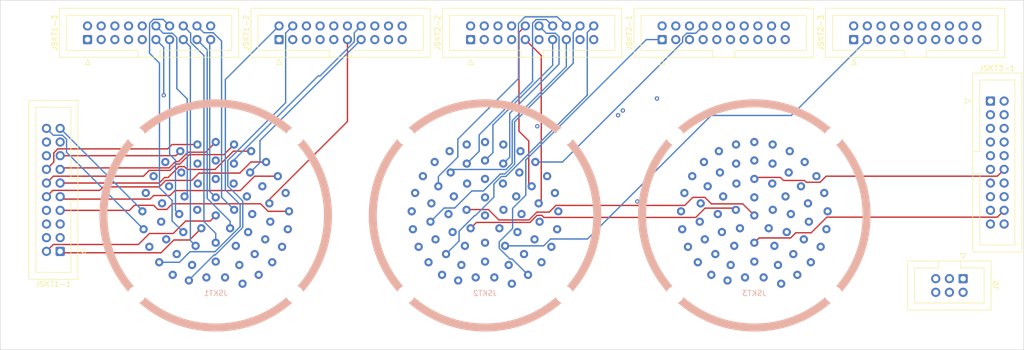
<source format=kicad_pcb>
(kicad_pcb (version 20171130) (host pcbnew "(5.1.6)-1")

  (general
    (thickness 1.6)
    (drawings 4)
    (tracks 1100)
    (zones 0)
    (modules 11)
    (nets 139)
  )

  (page A3)
  (layers
    (0 F.Cu signal)
    (1 In1.Cu signal)
    (2 In2.Cu signal)
    (31 B.Cu signal)
    (32 B.Adhes user)
    (33 F.Adhes user)
    (34 B.Paste user)
    (35 F.Paste user)
    (36 B.SilkS user)
    (37 F.SilkS user)
    (38 B.Mask user)
    (39 F.Mask user)
    (40 Dwgs.User user)
    (41 Cmts.User user)
    (42 Eco1.User user)
    (43 Eco2.User user)
    (44 Edge.Cuts user)
    (45 Margin user)
    (46 B.CrtYd user)
    (47 F.CrtYd user)
    (48 B.Fab user)
    (49 F.Fab user)
  )

  (setup
    (last_trace_width 0.25)
    (trace_clearance 0.2)
    (zone_clearance 0.508)
    (zone_45_only no)
    (trace_min 0.2)
    (via_size 0.8)
    (via_drill 0.4)
    (via_min_size 0.4)
    (via_min_drill 0.3)
    (uvia_size 0.3)
    (uvia_drill 0.1)
    (uvias_allowed no)
    (uvia_min_size 0.2)
    (uvia_min_drill 0.1)
    (edge_width 0.1)
    (segment_width 0.2)
    (pcb_text_width 0.3)
    (pcb_text_size 1.5 1.5)
    (mod_edge_width 0.15)
    (mod_text_size 1 1)
    (mod_text_width 0.15)
    (pad_size 1.5 1.5)
    (pad_drill 0.6)
    (pad_to_mask_clearance 0)
    (aux_axis_origin 0 0)
    (visible_elements 7FFFFFFF)
    (pcbplotparams
      (layerselection 0x010fc_ffffffff)
      (usegerberextensions false)
      (usegerberattributes false)
      (usegerberadvancedattributes false)
      (creategerberjobfile false)
      (excludeedgelayer true)
      (linewidth 0.100000)
      (plotframeref false)
      (viasonmask false)
      (mode 1)
      (useauxorigin false)
      (hpglpennumber 1)
      (hpglpenspeed 20)
      (hpglpendiameter 15.000000)
      (psnegative false)
      (psa4output false)
      (plotreference true)
      (plotvalue true)
      (plotinvisibletext false)
      (padsonsilk false)
      (subtractmaskfromsilk false)
      (outputformat 1)
      (mirror false)
      (drillshape 0)
      (scaleselection 1)
      (outputdirectory "Display"))
  )

  (net 0 "")
  (net 1 /Display/#STR-30-H)
  (net 2 /Display/G1)
  (net 3 /Display/G2)
  (net 4 /Display/G3)
  (net 5 /Display/G4)
  (net 6 /Display/G5)
  (net 7 /Display/G8)
  (net 8 /Display/G6)
  (net 9 /Display/G7)
  (net 10 /Display/G9)
  (net 11 /Display/G10)
  (net 12 /Display/G11)
  (net 13 /Display/A1)
  (net 14 /Display/A9)
  (net 15 /Display/A8)
  (net 16 /Display/A7)
  (net 17 /Display/A6)
  (net 18 /Display/A4)
  (net 19 /Display/A3)
  (net 20 /Display/A2)
  (net 21 /Display/A5)
  (net 22 /Display/G18)
  (net 23 /Display/G15)
  (net 24 /Display/G17)
  (net 25 /Display/G14)
  (net 26 /Display/G16)
  (net 27 /Display/G12)
  (net 28 /Display/G13)
  (net 29 /Display/A10)
  (net 30 /Display/A18)
  (net 31 /Display/A17)
  (net 32 /Display/A16)
  (net 33 /Display/A14)
  (net 34 /Display/A15)
  (net 35 /Display/A13)
  (net 36 /Display/A12)
  (net 37 /Display/A11)
  (net 38 /Display/Q11)
  (net 39 /Display/Q12)
  (net 40 /Display/Q10)
  (net 41 /Display/Q9)
  (net 42 /Display/Q8)
  (net 43 /Display/Q5)
  (net 44 /Display/Q3)
  (net 45 /Display/Q1)
  (net 46 /Display/Q2)
  (net 47 /Display/Q7)
  (net 48 /Display/Q6)
  (net 49 /Display/Q4)
  (net 50 /Display/#Y-57-Z)
  (net 51 /Display/#SOP-30-P)
  (net 52 /Display/#SIP-30-Z)
  (net 53 /Display/#STP-30-L)
  (net 54 /Display/#X-57-D)
  (net 55 /Display/Q18)
  (net 56 /Display/Q17)
  (net 57 /Display/Q15)
  (net 58 /Display/Q14)
  (net 59 /Display/Q16)
  (net 60 /Display/Q13)
  (net 61 /Display/#PC4)
  (net 62 /Display/#PC7)
  (net 63 /Display/#PC5)
  (net 64 /Display/#PC6)
  (net 65 /Display/#PC8)
  (net 66 /Display/#PC9)
  (net 67 /Display/#PC10)
  (net 68 /Display/+5vDisplay)
  (net 69 /Display/0vDisplay)
  (net 70 /Display/#PC12)
  (net 71 /Display/#PC11)
  (net 72 /Display/P6)
  (net 73 /Display/P8)
  (net 74 /Display/P9)
  (net 75 /Display/P4)
  (net 76 /Display/P3)
  (net 77 /Display/P5)
  (net 78 /Display/P7)
  (net 79 /Display/P10)
  (net 80 /Display/P11)
  (net 81 /Display/#PC1)
  (net 82 /Display/#PC3)
  (net 83 /Display/#PC2)
  (net 84 /Display/J11)
  (net 85 /Display/J12)
  (net 86 /Display/J13)
  (net 87 /Display/J15)
  (net 88 /Display/J14)
  (net 89 /Display/J16)
  (net 90 /Display/P1)
  (net 91 /Display/P2)
  (net 92 /Display/J10)
  (net 93 /Display/M13)
  (net 94 /Display/M12)
  (net 95 /Display/M16)
  (net 96 /Display/M14)
  (net 97 /Display/M17)
  (net 98 /Display/M15)
  (net 99 /Display/M18)
  (net 100 /Display/J5)
  (net 101 /Display/J2)
  (net 102 /Display/J3)
  (net 103 /Display/J4)
  (net 104 /Display/J6)
  (net 105 /Display/J7)
  (net 106 /Display/J8)
  (net 107 /Display/J9)
  (net 108 /Display/J1)
  (net 109 /Display/M11)
  (net 110 /Display/M10)
  (net 111 /Display/M9)
  (net 112 /Display/M7)
  (net 113 /Display/M6)
  (net 114 /Display/M8)
  (net 115 /Display/M5)
  (net 116 /Display/M4)
  (net 117 /Display/M3)
  (net 118 /Display/M2)
  (net 119 /Display/M1)
  (net 120 /Display/#C-6-N)
  (net 121 /Display/#CA-7-Z)
  (net 122 /Display/#CB-7-V)
  (net 123 /Display/#CD-6-V)
  (net 124 /Display/#RESET-2-Z)
  (net 125 /Display/#STOP-2-T)
  (net 126 /Display/#NOTRDY-2-AC)
  (net 127 /Display/#I3)
  (net 128 /Display/#AA1'-21-K)
  (net 129 /Display/#AA2'-21-U)
  (net 130 /Display/#I1)
  (net 131 /Display/#FD-6-S)
  (net 132 /Display/#I2)
  (net 133 /Display/#I4)
  (net 134 /Display/#AA3'-21-AF)
  (net 135 /Display/#AA1-21-M)
  (net 136 /Display/#AA3-21-AA)
  (net 137 /Display/#AA2-21-X)
  (net 138 GND)

  (net_class Default "This is the default net class."
    (clearance 0.2)
    (trace_width 0.25)
    (via_dia 0.8)
    (via_drill 0.4)
    (uvia_dia 0.3)
    (uvia_drill 0.1)
    (add_net /Display/#AA1'-21-K)
    (add_net /Display/#AA1-21-M)
    (add_net /Display/#AA2'-21-U)
    (add_net /Display/#AA2-21-X)
    (add_net /Display/#AA3'-21-AF)
    (add_net /Display/#AA3-21-AA)
    (add_net /Display/#C-6-N)
    (add_net /Display/#CA-7-Z)
    (add_net /Display/#CB-7-V)
    (add_net /Display/#CD-6-V)
    (add_net /Display/#FD-6-S)
    (add_net /Display/#I1)
    (add_net /Display/#I2)
    (add_net /Display/#I3)
    (add_net /Display/#I4)
    (add_net /Display/#NOTRDY-2-AC)
    (add_net /Display/#PC1)
    (add_net /Display/#PC10)
    (add_net /Display/#PC11)
    (add_net /Display/#PC12)
    (add_net /Display/#PC2)
    (add_net /Display/#PC3)
    (add_net /Display/#PC4)
    (add_net /Display/#PC5)
    (add_net /Display/#PC6)
    (add_net /Display/#PC7)
    (add_net /Display/#PC8)
    (add_net /Display/#PC9)
    (add_net /Display/#RESET-2-Z)
    (add_net /Display/#SIP-30-Z)
    (add_net /Display/#SOP-30-P)
    (add_net /Display/#STOP-2-T)
    (add_net /Display/#STP-30-L)
    (add_net /Display/#STR-30-H)
    (add_net /Display/#X-57-D)
    (add_net /Display/#Y-57-Z)
    (add_net /Display/+5vDisplay)
    (add_net /Display/0vDisplay)
    (add_net /Display/A1)
    (add_net /Display/A10)
    (add_net /Display/A11)
    (add_net /Display/A12)
    (add_net /Display/A13)
    (add_net /Display/A14)
    (add_net /Display/A15)
    (add_net /Display/A16)
    (add_net /Display/A17)
    (add_net /Display/A18)
    (add_net /Display/A2)
    (add_net /Display/A3)
    (add_net /Display/A4)
    (add_net /Display/A5)
    (add_net /Display/A6)
    (add_net /Display/A7)
    (add_net /Display/A8)
    (add_net /Display/A9)
    (add_net /Display/G1)
    (add_net /Display/G10)
    (add_net /Display/G11)
    (add_net /Display/G12)
    (add_net /Display/G13)
    (add_net /Display/G14)
    (add_net /Display/G15)
    (add_net /Display/G16)
    (add_net /Display/G17)
    (add_net /Display/G18)
    (add_net /Display/G2)
    (add_net /Display/G3)
    (add_net /Display/G4)
    (add_net /Display/G5)
    (add_net /Display/G6)
    (add_net /Display/G7)
    (add_net /Display/G8)
    (add_net /Display/G9)
    (add_net /Display/J1)
    (add_net /Display/J10)
    (add_net /Display/J11)
    (add_net /Display/J12)
    (add_net /Display/J13)
    (add_net /Display/J14)
    (add_net /Display/J15)
    (add_net /Display/J16)
    (add_net /Display/J2)
    (add_net /Display/J3)
    (add_net /Display/J4)
    (add_net /Display/J5)
    (add_net /Display/J6)
    (add_net /Display/J7)
    (add_net /Display/J8)
    (add_net /Display/J9)
    (add_net /Display/M1)
    (add_net /Display/M10)
    (add_net /Display/M11)
    (add_net /Display/M12)
    (add_net /Display/M13)
    (add_net /Display/M14)
    (add_net /Display/M15)
    (add_net /Display/M16)
    (add_net /Display/M17)
    (add_net /Display/M18)
    (add_net /Display/M2)
    (add_net /Display/M3)
    (add_net /Display/M4)
    (add_net /Display/M5)
    (add_net /Display/M6)
    (add_net /Display/M7)
    (add_net /Display/M8)
    (add_net /Display/M9)
    (add_net /Display/P1)
    (add_net /Display/P10)
    (add_net /Display/P11)
    (add_net /Display/P2)
    (add_net /Display/P3)
    (add_net /Display/P4)
    (add_net /Display/P5)
    (add_net /Display/P6)
    (add_net /Display/P7)
    (add_net /Display/P8)
    (add_net /Display/P9)
    (add_net /Display/Q1)
    (add_net /Display/Q10)
    (add_net /Display/Q11)
    (add_net /Display/Q12)
    (add_net /Display/Q13)
    (add_net /Display/Q14)
    (add_net /Display/Q15)
    (add_net /Display/Q16)
    (add_net /Display/Q17)
    (add_net /Display/Q18)
    (add_net /Display/Q2)
    (add_net /Display/Q3)
    (add_net /Display/Q4)
    (add_net /Display/Q5)
    (add_net /Display/Q6)
    (add_net /Display/Q7)
    (add_net /Display/Q8)
    (add_net /Display/Q9)
    (add_net GND)
  )

  (module ELLIOTT:MC61 (layer B.Cu) (tedit 5F3013CA) (tstamp 5F30C329)
    (at 150 100)
    (path /5F307B10/5F3205D7)
    (fp_text reference JSKT2 (at 0 14.478) (layer B.SilkS)
      (effects (font (size 1 1) (thickness 0.15)) (justify mirror))
    )
    (fp_text value Circ61 (at 0 13.208) (layer B.Fab)
      (effects (font (size 1 1) (thickness 0.15)) (justify mirror))
    )
    (fp_circle (center 0 0) (end 20.845 0) (layer B.SilkS) (width 1.5))
    (pad "" np_thru_hole circle (at -14.7 14.7) (size 3.2 3.2) (drill 3.2) (layers *.Cu *.Mask))
    (pad "" np_thru_hole circle (at -14.7 -14.7) (size 3.2 3.2) (drill 3.2) (layers *.Cu *.Mask))
    (pad "" np_thru_hole circle (at 14.7 -14.7) (size 3.2 3.2) (drill 3.2) (layers *.Cu *.Mask))
    (pad "" np_thru_hole circle (at 14.7 14.7) (size 3.2 3.2) (drill 3.2) (layers *.Cu *.Mask))
    (pad CC thru_hole circle (at -3.33 -5.92) (size 1.524 1.524) (drill 0.762) (layers *.Cu *.Mask)
      (net 61 /Display/#PC4))
    (pad FF thru_hole circle (at -6.02 3.1) (size 1.524 1.524) (drill 0.762) (layers *.Cu *.Mask)
      (net 62 /Display/#PC7))
    (pad DD thru_hole circle (at -5.79 -3.53) (size 1.524 1.524) (drill 0.762) (layers *.Cu *.Mask)
      (net 63 /Display/#PC5))
    (pad EE thru_hole circle (at -6.78 -0.25) (size 1.524 1.524) (drill 0.762) (layers *.Cu *.Mask)
      (net 64 /Display/#PC6))
    (pad GG thru_hole circle (at -3.73 5.66) (size 1.524 1.524) (drill 0.762) (layers *.Cu *.Mask)
      (net 65 /Display/#PC8))
    (pad HH thru_hole circle (at 0 5.08) (size 1.524 1.524) (drill 0.762) (layers *.Cu *.Mask)
      (net 66 /Display/#PC9))
    (pad JJ thru_hole circle (at 2.67 2.39) (size 1.524 1.524) (drill 0.762) (layers *.Cu *.Mask)
      (net 67 /Display/#PC10))
    (pad NN thru_hole circle (at -2.67 2.39) (size 1.524 1.524) (drill 0.762) (layers *.Cu *.Mask)
      (net 68 /Display/+5vDisplay))
    (pad MM thru_hole circle (at -3.43 -1.04) (size 1.524 1.524) (drill 0.762) (layers *.Cu *.Mask)
      (net 69 /Display/0vDisplay))
    (pad LL thru_hole circle (at 0 -3.35) (size 1.524 1.524) (drill 0.762) (layers *.Cu *.Mask)
      (net 70 /Display/#PC12))
    (pad KK thru_hole circle (at 3.43 -1.04) (size 1.524 1.524) (drill 0.762) (layers *.Cu *.Mask)
      (net 71 /Display/#PC11))
    (pad ~t~ thru_hole circle (at -7.24 7.19) (size 1.524 1.524) (drill 0.762) (layers *.Cu *.Mask)
      (net 72 /Display/P6))
    (pad ~v~ thru_hole circle (at 0 8.59) (size 1.524 1.524) (drill 0.762) (layers *.Cu *.Mask)
      (net 73 /Display/P8))
    (pad ~w~ thru_hole circle (at 3.73 5.66) (size 1.524 1.524) (drill 0.762) (layers *.Cu *.Mask)
      (net 74 /Display/P9))
    (pad ~r~ thru_hole circle (at -10.13 1.17) (size 1.524 1.524) (drill 0.762) (layers *.Cu *.Mask)
      (net 75 /Display/P4))
    (pad ~q~ thru_hole circle (at -9.96 -2.24) (size 1.524 1.524) (drill 0.762) (layers *.Cu *.Mask)
      (net 76 /Display/P3))
    (pad ~s~ thru_hole circle (at -9.19 4.45) (size 1.524 1.524) (drill 0.762) (layers *.Cu *.Mask)
      (net 77 /Display/P5))
    (pad ~u~ thru_hole circle (at -4.39 9.22) (size 1.524 1.524) (drill 0.762) (layers *.Cu *.Mask)
      (net 78 /Display/P7))
    (pad ~x~ thru_hole circle (at 6.02 3.1) (size 1.524 1.524) (drill 0.762) (layers *.Cu *.Mask)
      (net 79 /Display/P10))
    (pad ~y~ thru_hole circle (at 6.78 -0.25) (size 1.524 1.524) (drill 0.762) (layers *.Cu *.Mask)
      (net 80 /Display/P11))
    (pad ~z~ thru_hole circle (at 5.79 -3.53) (size 1.524 1.524) (drill 0.762) (layers *.Cu *.Mask)
      (net 81 /Display/#PC1))
    (pad BB thru_hole circle (at 0 -6.78) (size 1.524 1.524) (drill 0.762) (layers *.Cu *.Mask)
      (net 82 /Display/#PC3))
    (pad AA thru_hole circle (at 3.33 -5.92) (size 1.524 1.524) (drill 0.762) (layers *.Cu *.Mask)
      (net 83 /Display/#PC2))
    (pad ~g~ thru_hole circle (at 9.96 -2.24) (size 1.524 1.524) (drill 0.762) (layers *.Cu *.Mask)
      (net 84 /Display/J11))
    (pad ~h~ thru_hole circle (at 8.66 -5.41) (size 1.524 1.524) (drill 0.762) (layers *.Cu *.Mask)
      (net 85 /Display/J12))
    (pad ~i~ thru_hole circle (at 6.38 -7.98) (size 1.524 1.524) (drill 0.762) (layers *.Cu *.Mask)
      (net 86 /Display/J13))
    (pad ~k~ thru_hole circle (at 0 -10.21) (size 1.524 1.524) (drill 0.762) (layers *.Cu *.Mask)
      (net 87 /Display/J15))
    (pad ~j~ thru_hole circle (at 3.38 -9.63) (size 1.524 1.524) (drill 0.762) (layers *.Cu *.Mask)
      (net 88 /Display/J14))
    (pad ~m~ thru_hole circle (at -3.38 -9.63) (size 1.524 1.524) (drill 0.762) (layers *.Cu *.Mask)
      (net 89 /Display/J16))
    (pad ~n~ thru_hole circle (at -6.38 -7.98) (size 1.524 1.524) (drill 0.762) (layers *.Cu *.Mask)
      (net 90 /Display/P1))
    (pad ~p~ thru_hole circle (at -8.66 -5.41) (size 1.524 1.524) (drill 0.762) (layers *.Cu *.Mask)
      (net 91 /Display/P2))
    (pad ~f~ thru_hole circle (at 10.13 1.17) (size 1.524 1.524) (drill 0.762) (layers *.Cu *.Mask)
      (net 92 /Display/J10))
    (pad P thru_hole circle (at -6.58 -11.94) (size 1.524 1.524) (drill 0.762) (layers *.Cu *.Mask)
      (net 93 /Display/M13))
    (pad N thru_hole circle (at -3.4 -13.18) (size 1.524 1.524) (drill 0.762) (layers *.Cu *.Mask)
      (net 94 /Display/M12))
    (pad T thru_hole circle (at -12.98 -4.17) (size 1.524 1.524) (drill 0.762) (layers *.Cu *.Mask)
      (net 95 /Display/M16))
    (pad R thru_hole circle (at -9.35 -9.93) (size 1.524 1.524) (drill 0.762) (layers *.Cu *.Mask)
      (net 96 /Display/M14))
    (pad U thru_hole circle (at -13.61 -0.76) (size 1.524 1.524) (drill 0.762) (layers *.Cu *.Mask)
      (net 97 /Display/M17))
    (pad S thru_hole circle (at -11.53 -7.29) (size 1.524 1.524) (drill 0.762) (layers *.Cu *.Mask)
      (net 98 /Display/M15))
    (pad V thru_hole circle (at -13.39 2.57) (size 1.524 1.524) (drill 0.762) (layers *.Cu *.Mask)
      (net 99 /Display/M18))
    (pad ~a~ thru_hole circle (at -1.73 11.53) (size 1.524 1.524) (drill 0.762) (layers *.Cu *.Mask)
      (net 100 /Display/J5))
    (pad X thru_hole circle (at -10.49 8.71) (size 1.524 1.524) (drill 0.762) (layers *.Cu *.Mask)
      (net 101 /Display/J2))
    (pad Y thru_hole circle (at -7.98 11.05) (size 1.524 1.524) (drill 0.762) (layers *.Cu *.Mask)
      (net 102 /Display/J3))
    (pad Z thru_hole circle (at -4.98 12.1) (size 1.524 1.524) (drill 0.762) (layers *.Cu *.Mask)
      (net 103 /Display/J4))
    (pad ~b~ thru_hole circle (at 1.73 11.53) (size 1.524 1.524) (drill 0.762) (layers *.Cu *.Mask)
      (net 104 /Display/J6))
    (pad ~c~ thru_hole circle (at 4.39 9.22) (size 1.524 1.524) (drill 0.762) (layers *.Cu *.Mask)
      (net 105 /Display/J7))
    (pad ~d~ thru_hole circle (at 7.24 7.19) (size 1.524 1.524) (drill 0.762) (layers *.Cu *.Mask)
      (net 106 /Display/J8))
    (pad ~e~ thru_hole circle (at 9.19 4.45) (size 1.524 1.524) (drill 0.762) (layers *.Cu *.Mask)
      (net 107 /Display/J9))
    (pad W thru_hole circle (at -12.32 5.84) (size 1.524 1.524) (drill 0.762) (layers *.Cu *.Mask)
      (net 108 /Display/J1))
    (pad M thru_hole circle (at 0 -13.64) (size 1.524 1.524) (drill 0.762) (layers *.Cu *.Mask)
      (net 109 /Display/M11))
    (pad L thru_hole circle (at 3.4 -13.18) (size 1.524 1.524) (drill 0.762) (layers *.Cu *.Mask)
      (net 110 /Display/M10))
    (pad K thru_hole circle (at 6.58 -11.94) (size 1.524 1.524) (drill 0.762) (layers *.Cu *.Mask)
      (net 111 /Display/M9))
    (pad H thru_hole circle (at 11.53 -7.29) (size 1.524 1.524) (drill 0.762) (layers *.Cu *.Mask)
      (net 112 /Display/M7))
    (pad G thru_hole circle (at 12.98 -4.17) (size 1.524 1.524) (drill 0.762) (layers *.Cu *.Mask)
      (net 113 /Display/M6))
    (pad J thru_hole circle (at 9.35 -9.93) (size 1.524 1.524) (drill 0.762) (layers *.Cu *.Mask)
      (net 114 /Display/M8))
    (pad F thru_hole circle (at 13.61 -0.76) (size 1.524 1.524) (drill 0.762) (layers *.Cu *.Mask)
      (net 115 /Display/M5))
    (pad E thru_hole circle (at 13.39 2.57) (size 1.524 1.524) (drill 0.762) (layers *.Cu *.Mask)
      (net 116 /Display/M4))
    (pad D thru_hole circle (at 12.32 5.84) (size 1.524 1.524) (drill 0.762) (layers *.Cu *.Mask)
      (net 117 /Display/M3))
    (pad C thru_hole circle (at 10.49 8.71) (size 1.524 1.524) (drill 0.762) (layers *.Cu *.Mask)
      (net 118 /Display/M2))
    (pad B thru_hole circle (at 7.98 11.05) (size 1.524 1.524) (drill 0.762) (layers *.Cu *.Mask)
      (net 119 /Display/M1))
    (pad A thru_hole circle (at 4.98 12.7) (size 1.524 1.524) (drill 0.762) (layers *.Cu *.Mask)
      (net 138 GND))
    (pad PP thru_hole circle (at 0 0) (size 1.524 1.524) (drill 0.762) (layers *.Cu *.Mask))
  )

  (module ELLIOTT:MC61 (layer B.Cu) (tedit 5F3013CA) (tstamp 5F301861)
    (at 100 100)
    (path /5F307B10/5F3205DD)
    (fp_text reference JSKT1 (at 0 14.478) (layer B.SilkS)
      (effects (font (size 1 1) (thickness 0.15)) (justify mirror))
    )
    (fp_text value ~ (at 0 13.208) (layer B.Fab)
      (effects (font (size 1 1) (thickness 0.15)) (justify mirror))
    )
    (fp_circle (center 0 0) (end 20.845 0) (layer B.SilkS) (width 1.5))
    (pad "" np_thru_hole circle (at -14.7 14.7) (size 3.2 3.2) (drill 3.2) (layers *.Cu *.Mask))
    (pad "" np_thru_hole circle (at -14.7 -14.7) (size 3.2 3.2) (drill 3.2) (layers *.Cu *.Mask))
    (pad "" np_thru_hole circle (at 14.7 -14.7) (size 3.2 3.2) (drill 3.2) (layers *.Cu *.Mask))
    (pad "" np_thru_hole circle (at 14.7 14.7) (size 3.2 3.2) (drill 3.2) (layers *.Cu *.Mask))
    (pad CC thru_hole circle (at -3.33 -5.92) (size 1.524 1.524) (drill 0.762) (layers *.Cu *.Mask)
      (net 60 /Display/Q13))
    (pad FF thru_hole circle (at -6.02 3.1) (size 1.524 1.524) (drill 0.762) (layers *.Cu *.Mask)
      (net 59 /Display/Q16))
    (pad DD thru_hole circle (at -5.79 -3.53) (size 1.524 1.524) (drill 0.762) (layers *.Cu *.Mask)
      (net 58 /Display/Q14))
    (pad EE thru_hole circle (at -6.78 -0.25) (size 1.524 1.524) (drill 0.762) (layers *.Cu *.Mask)
      (net 57 /Display/Q15))
    (pad GG thru_hole circle (at -3.73 5.66) (size 1.524 1.524) (drill 0.762) (layers *.Cu *.Mask)
      (net 56 /Display/Q17))
    (pad HH thru_hole circle (at 0 5.08) (size 1.524 1.524) (drill 0.762) (layers *.Cu *.Mask)
      (net 55 /Display/Q18))
    (pad JJ thru_hole circle (at 2.67 2.39) (size 1.524 1.524) (drill 0.762) (layers *.Cu *.Mask)
      (net 54 /Display/#X-57-D))
    (pad NN thru_hole circle (at -2.67 2.39) (size 1.524 1.524) (drill 0.762) (layers *.Cu *.Mask)
      (net 53 /Display/#STP-30-L))
    (pad MM thru_hole circle (at -3.43 -1.04) (size 1.524 1.524) (drill 0.762) (layers *.Cu *.Mask)
      (net 52 /Display/#SIP-30-Z))
    (pad LL thru_hole circle (at 0 -3.35) (size 1.524 1.524) (drill 0.762) (layers *.Cu *.Mask)
      (net 51 /Display/#SOP-30-P))
    (pad KK thru_hole circle (at 3.43 -1.04) (size 1.524 1.524) (drill 0.762) (layers *.Cu *.Mask)
      (net 50 /Display/#Y-57-Z))
    (pad ~t~ thru_hole circle (at -7.24 7.19) (size 1.524 1.524) (drill 0.762) (layers *.Cu *.Mask)
      (net 49 /Display/Q4))
    (pad ~v~ thru_hole circle (at 0 8.59) (size 1.524 1.524) (drill 0.762) (layers *.Cu *.Mask)
      (net 48 /Display/Q6))
    (pad ~w~ thru_hole circle (at 3.73 5.66) (size 1.524 1.524) (drill 0.762) (layers *.Cu *.Mask)
      (net 47 /Display/Q7))
    (pad ~r~ thru_hole circle (at -10.13 1.17) (size 1.524 1.524) (drill 0.762) (layers *.Cu *.Mask)
      (net 46 /Display/Q2))
    (pad ~q~ thru_hole circle (at -9.96 -2.24) (size 1.524 1.524) (drill 0.762) (layers *.Cu *.Mask)
      (net 45 /Display/Q1))
    (pad ~s~ thru_hole circle (at -9.19 4.45) (size 1.524 1.524) (drill 0.762) (layers *.Cu *.Mask)
      (net 44 /Display/Q3))
    (pad ~u~ thru_hole circle (at -4.39 9.22) (size 1.524 1.524) (drill 0.762) (layers *.Cu *.Mask)
      (net 43 /Display/Q5))
    (pad ~x~ thru_hole circle (at 6.02 3.1) (size 1.524 1.524) (drill 0.762) (layers *.Cu *.Mask)
      (net 42 /Display/Q8))
    (pad ~y~ thru_hole circle (at 6.78 -0.25) (size 1.524 1.524) (drill 0.762) (layers *.Cu *.Mask)
      (net 41 /Display/Q9))
    (pad ~z~ thru_hole circle (at 5.79 -3.53) (size 1.524 1.524) (drill 0.762) (layers *.Cu *.Mask)
      (net 40 /Display/Q10))
    (pad BB thru_hole circle (at 0 -6.78) (size 1.524 1.524) (drill 0.762) (layers *.Cu *.Mask)
      (net 39 /Display/Q12))
    (pad AA thru_hole circle (at 3.33 -5.92) (size 1.524 1.524) (drill 0.762) (layers *.Cu *.Mask)
      (net 38 /Display/Q11))
    (pad ~g~ thru_hole circle (at 9.96 -2.24) (size 1.524 1.524) (drill 0.762) (layers *.Cu *.Mask)
      (net 37 /Display/A11))
    (pad ~h~ thru_hole circle (at 8.66 -5.41) (size 1.524 1.524) (drill 0.762) (layers *.Cu *.Mask)
      (net 36 /Display/A12))
    (pad ~i~ thru_hole circle (at 6.38 -7.98) (size 1.524 1.524) (drill 0.762) (layers *.Cu *.Mask)
      (net 35 /Display/A13))
    (pad ~k~ thru_hole circle (at 0 -10.21) (size 1.524 1.524) (drill 0.762) (layers *.Cu *.Mask)
      (net 34 /Display/A15))
    (pad ~j~ thru_hole circle (at 3.38 -9.63) (size 1.524 1.524) (drill 0.762) (layers *.Cu *.Mask)
      (net 33 /Display/A14))
    (pad ~m~ thru_hole circle (at -3.38 -9.63) (size 1.524 1.524) (drill 0.762) (layers *.Cu *.Mask)
      (net 32 /Display/A16))
    (pad ~n~ thru_hole circle (at -6.38 -7.98) (size 1.524 1.524) (drill 0.762) (layers *.Cu *.Mask)
      (net 31 /Display/A17))
    (pad ~p~ thru_hole circle (at -8.66 -5.41) (size 1.524 1.524) (drill 0.762) (layers *.Cu *.Mask)
      (net 30 /Display/A18))
    (pad ~f~ thru_hole circle (at 10.13 1.17) (size 1.524 1.524) (drill 0.762) (layers *.Cu *.Mask)
      (net 29 /Display/A10))
    (pad P thru_hole circle (at -6.58 -11.94) (size 1.524 1.524) (drill 0.762) (layers *.Cu *.Mask)
      (net 28 /Display/G13))
    (pad N thru_hole circle (at -3.4 -13.18) (size 1.524 1.524) (drill 0.762) (layers *.Cu *.Mask)
      (net 27 /Display/G12))
    (pad T thru_hole circle (at -12.98 -4.17) (size 1.524 1.524) (drill 0.762) (layers *.Cu *.Mask)
      (net 26 /Display/G16))
    (pad R thru_hole circle (at -9.35 -9.93) (size 1.524 1.524) (drill 0.762) (layers *.Cu *.Mask)
      (net 25 /Display/G14))
    (pad U thru_hole circle (at -13.61 -0.76) (size 1.524 1.524) (drill 0.762) (layers *.Cu *.Mask)
      (net 24 /Display/G17))
    (pad S thru_hole circle (at -11.53 -7.29) (size 1.524 1.524) (drill 0.762) (layers *.Cu *.Mask)
      (net 23 /Display/G15))
    (pad V thru_hole circle (at -13.39 2.57) (size 1.524 1.524) (drill 0.762) (layers *.Cu *.Mask)
      (net 22 /Display/G18))
    (pad ~a~ thru_hole circle (at -1.73 11.53) (size 1.524 1.524) (drill 0.762) (layers *.Cu *.Mask)
      (net 21 /Display/A5))
    (pad X thru_hole circle (at -10.49 8.71) (size 1.524 1.524) (drill 0.762) (layers *.Cu *.Mask)
      (net 20 /Display/A2))
    (pad Y thru_hole circle (at -7.98 11.05) (size 1.524 1.524) (drill 0.762) (layers *.Cu *.Mask)
      (net 19 /Display/A3))
    (pad Z thru_hole circle (at -4.98 12.1) (size 1.524 1.524) (drill 0.762) (layers *.Cu *.Mask)
      (net 18 /Display/A4))
    (pad ~b~ thru_hole circle (at 1.73 11.53) (size 1.524 1.524) (drill 0.762) (layers *.Cu *.Mask)
      (net 17 /Display/A6))
    (pad ~c~ thru_hole circle (at 4.39 9.22) (size 1.524 1.524) (drill 0.762) (layers *.Cu *.Mask)
      (net 16 /Display/A7))
    (pad ~d~ thru_hole circle (at 7.24 7.19) (size 1.524 1.524) (drill 0.762) (layers *.Cu *.Mask)
      (net 15 /Display/A8))
    (pad ~e~ thru_hole circle (at 9.19 4.45) (size 1.524 1.524) (drill 0.762) (layers *.Cu *.Mask)
      (net 14 /Display/A9))
    (pad W thru_hole circle (at -12.32 5.84) (size 1.524 1.524) (drill 0.762) (layers *.Cu *.Mask)
      (net 13 /Display/A1))
    (pad M thru_hole circle (at 0 -13.64) (size 1.524 1.524) (drill 0.762) (layers *.Cu *.Mask)
      (net 12 /Display/G11))
    (pad L thru_hole circle (at 3.4 -13.18) (size 1.524 1.524) (drill 0.762) (layers *.Cu *.Mask)
      (net 11 /Display/G10))
    (pad K thru_hole circle (at 6.58 -11.94) (size 1.524 1.524) (drill 0.762) (layers *.Cu *.Mask)
      (net 10 /Display/G9))
    (pad H thru_hole circle (at 11.53 -7.29) (size 1.524 1.524) (drill 0.762) (layers *.Cu *.Mask)
      (net 9 /Display/G7))
    (pad G thru_hole circle (at 12.98 -4.17) (size 1.524 1.524) (drill 0.762) (layers *.Cu *.Mask)
      (net 8 /Display/G6))
    (pad J thru_hole circle (at 9.35 -9.93) (size 1.524 1.524) (drill 0.762) (layers *.Cu *.Mask)
      (net 7 /Display/G8))
    (pad F thru_hole circle (at 13.61 -0.76) (size 1.524 1.524) (drill 0.762) (layers *.Cu *.Mask)
      (net 6 /Display/G5))
    (pad E thru_hole circle (at 13.39 2.57) (size 1.524 1.524) (drill 0.762) (layers *.Cu *.Mask)
      (net 5 /Display/G4))
    (pad D thru_hole circle (at 12.32 5.84) (size 1.524 1.524) (drill 0.762) (layers *.Cu *.Mask)
      (net 4 /Display/G3))
    (pad C thru_hole circle (at 10.49 8.71) (size 1.524 1.524) (drill 0.762) (layers *.Cu *.Mask)
      (net 3 /Display/G2))
    (pad B thru_hole circle (at 7.98 11.05) (size 1.524 1.524) (drill 0.762) (layers *.Cu *.Mask)
      (net 2 /Display/G1))
    (pad A thru_hole circle (at 4.98 12.7) (size 1.524 1.524) (drill 0.762) (layers *.Cu *.Mask)
      (net 138 GND))
    (pad PP thru_hole circle (at 0 0) (size 1.524 1.524) (drill 0.762) (layers *.Cu *.Mask)
      (net 1 /Display/#STR-30-H))
  )

  (module ELLIOTT:MC61 (layer B.Cu) (tedit 5F3013CA) (tstamp 5F3018E5)
    (at 200 100)
    (path /5F307B10/5F3205D1)
    (fp_text reference JSKT3 (at 0 14.478) (layer B.SilkS)
      (effects (font (size 1 1) (thickness 0.15)) (justify mirror))
    )
    (fp_text value Circ61 (at 0 13.208) (layer B.Fab)
      (effects (font (size 1 1) (thickness 0.15)) (justify mirror))
    )
    (fp_circle (center 0 0) (end 20.845 0) (layer B.SilkS) (width 1.5))
    (pad "" np_thru_hole circle (at -14.7 14.7) (size 3.2 3.2) (drill 3.2) (layers *.Cu *.Mask))
    (pad "" np_thru_hole circle (at -14.7 -14.7) (size 3.2 3.2) (drill 3.2) (layers *.Cu *.Mask))
    (pad "" np_thru_hole circle (at 14.7 -14.7) (size 3.2 3.2) (drill 3.2) (layers *.Cu *.Mask))
    (pad "" np_thru_hole circle (at 14.7 14.7) (size 3.2 3.2) (drill 3.2) (layers *.Cu *.Mask))
    (pad CC thru_hole circle (at -3.33 -5.92) (size 1.524 1.524) (drill 0.762) (layers *.Cu *.Mask))
    (pad FF thru_hole circle (at -6.02 3.1) (size 1.524 1.524) (drill 0.762) (layers *.Cu *.Mask)
      (net 120 /Display/#C-6-N))
    (pad DD thru_hole circle (at -5.79 -3.53) (size 1.524 1.524) (drill 0.762) (layers *.Cu *.Mask)
      (net 121 /Display/#CA-7-Z))
    (pad EE thru_hole circle (at -6.78 -0.25) (size 1.524 1.524) (drill 0.762) (layers *.Cu *.Mask)
      (net 122 /Display/#CB-7-V))
    (pad GG thru_hole circle (at -3.73 5.66) (size 1.524 1.524) (drill 0.762) (layers *.Cu *.Mask)
      (net 123 /Display/#CD-6-V))
    (pad HH thru_hole circle (at 0 5.08) (size 1.524 1.524) (drill 0.762) (layers *.Cu *.Mask)
      (net 124 /Display/#RESET-2-Z))
    (pad JJ thru_hole circle (at 2.67 2.39) (size 1.524 1.524) (drill 0.762) (layers *.Cu *.Mask)
      (net 125 /Display/#STOP-2-T))
    (pad NN thru_hole circle (at -2.67 2.39) (size 1.524 1.524) (drill 0.762) (layers *.Cu *.Mask))
    (pad MM thru_hole circle (at -3.43 -1.04) (size 1.524 1.524) (drill 0.762) (layers *.Cu *.Mask)
      (net 68 /Display/+5vDisplay))
    (pad LL thru_hole circle (at 0 -3.35) (size 1.524 1.524) (drill 0.762) (layers *.Cu *.Mask))
    (pad KK thru_hole circle (at 3.43 -1.04) (size 1.524 1.524) (drill 0.762) (layers *.Cu *.Mask)
      (net 126 /Display/#NOTRDY-2-AC))
    (pad ~t~ thru_hole circle (at -7.24 7.19) (size 1.524 1.524) (drill 0.762) (layers *.Cu *.Mask)
      (net 127 /Display/#I3))
    (pad ~v~ thru_hole circle (at 0 8.59) (size 1.524 1.524) (drill 0.762) (layers *.Cu *.Mask)
      (net 128 /Display/#AA1'-21-K))
    (pad ~w~ thru_hole circle (at 3.73 5.66) (size 1.524 1.524) (drill 0.762) (layers *.Cu *.Mask)
      (net 129 /Display/#AA2'-21-U))
    (pad ~r~ thru_hole circle (at -10.13 1.17) (size 1.524 1.524) (drill 0.762) (layers *.Cu *.Mask)
      (net 130 /Display/#I1))
    (pad ~q~ thru_hole circle (at -9.96 -2.24) (size 1.524 1.524) (drill 0.762) (layers *.Cu *.Mask)
      (net 131 /Display/#FD-6-S))
    (pad ~s~ thru_hole circle (at -9.19 4.45) (size 1.524 1.524) (drill 0.762) (layers *.Cu *.Mask)
      (net 132 /Display/#I2))
    (pad ~u~ thru_hole circle (at -4.39 9.22) (size 1.524 1.524) (drill 0.762) (layers *.Cu *.Mask)
      (net 133 /Display/#I4))
    (pad ~x~ thru_hole circle (at 6.02 3.1) (size 1.524 1.524) (drill 0.762) (layers *.Cu *.Mask)
      (net 134 /Display/#AA3'-21-AF))
    (pad ~y~ thru_hole circle (at 6.78 -0.25) (size 1.524 1.524) (drill 0.762) (layers *.Cu *.Mask))
    (pad ~z~ thru_hole circle (at 5.79 -3.53) (size 1.524 1.524) (drill 0.762) (layers *.Cu *.Mask)
      (net 135 /Display/#AA1-21-M))
    (pad BB thru_hole circle (at 0 -6.78) (size 1.524 1.524) (drill 0.762) (layers *.Cu *.Mask)
      (net 136 /Display/#AA3-21-AA))
    (pad AA thru_hole circle (at 3.33 -5.92) (size 1.524 1.524) (drill 0.762) (layers *.Cu *.Mask)
      (net 137 /Display/#AA2-21-X))
    (pad ~g~ thru_hole circle (at 9.96 -2.24) (size 1.524 1.524) (drill 0.762) (layers *.Cu *.Mask))
    (pad ~h~ thru_hole circle (at 8.66 -5.41) (size 1.524 1.524) (drill 0.762) (layers *.Cu *.Mask))
    (pad ~i~ thru_hole circle (at 6.38 -7.98) (size 1.524 1.524) (drill 0.762) (layers *.Cu *.Mask))
    (pad ~k~ thru_hole circle (at 0 -10.21) (size 1.524 1.524) (drill 0.762) (layers *.Cu *.Mask))
    (pad ~j~ thru_hole circle (at 3.38 -9.63) (size 1.524 1.524) (drill 0.762) (layers *.Cu *.Mask))
    (pad ~m~ thru_hole circle (at -3.38 -9.63) (size 1.524 1.524) (drill 0.762) (layers *.Cu *.Mask))
    (pad ~n~ thru_hole circle (at -6.38 -7.98) (size 1.524 1.524) (drill 0.762) (layers *.Cu *.Mask))
    (pad ~p~ thru_hole circle (at -8.66 -5.41) (size 1.524 1.524) (drill 0.762) (layers *.Cu *.Mask))
    (pad ~f~ thru_hole circle (at 10.13 1.17) (size 1.524 1.524) (drill 0.762) (layers *.Cu *.Mask))
    (pad P thru_hole circle (at -6.58 -11.94) (size 1.524 1.524) (drill 0.762) (layers *.Cu *.Mask))
    (pad N thru_hole circle (at -3.4 -13.18) (size 1.524 1.524) (drill 0.762) (layers *.Cu *.Mask))
    (pad T thru_hole circle (at -12.98 -4.17) (size 1.524 1.524) (drill 0.762) (layers *.Cu *.Mask))
    (pad R thru_hole circle (at -9.35 -9.93) (size 1.524 1.524) (drill 0.762) (layers *.Cu *.Mask))
    (pad U thru_hole circle (at -13.61 -0.76) (size 1.524 1.524) (drill 0.762) (layers *.Cu *.Mask))
    (pad S thru_hole circle (at -11.53 -7.29) (size 1.524 1.524) (drill 0.762) (layers *.Cu *.Mask))
    (pad V thru_hole circle (at -13.39 2.57) (size 1.524 1.524) (drill 0.762) (layers *.Cu *.Mask))
    (pad ~a~ thru_hole circle (at -1.73 11.53) (size 1.524 1.524) (drill 0.762) (layers *.Cu *.Mask))
    (pad X thru_hole circle (at -10.49 8.71) (size 1.524 1.524) (drill 0.762) (layers *.Cu *.Mask))
    (pad Y thru_hole circle (at -7.98 11.05) (size 1.524 1.524) (drill 0.762) (layers *.Cu *.Mask))
    (pad Z thru_hole circle (at -4.98 12.1) (size 1.524 1.524) (drill 0.762) (layers *.Cu *.Mask))
    (pad ~b~ thru_hole circle (at 1.73 11.53) (size 1.524 1.524) (drill 0.762) (layers *.Cu *.Mask))
    (pad ~c~ thru_hole circle (at 4.39 9.22) (size 1.524 1.524) (drill 0.762) (layers *.Cu *.Mask))
    (pad ~d~ thru_hole circle (at 7.24 7.19) (size 1.524 1.524) (drill 0.762) (layers *.Cu *.Mask))
    (pad ~e~ thru_hole circle (at 9.19 4.45) (size 1.524 1.524) (drill 0.762) (layers *.Cu *.Mask))
    (pad W thru_hole circle (at -12.32 5.84) (size 1.524 1.524) (drill 0.762) (layers *.Cu *.Mask))
    (pad M thru_hole circle (at 0 -13.64) (size 1.524 1.524) (drill 0.762) (layers *.Cu *.Mask))
    (pad L thru_hole circle (at 3.4 -13.18) (size 1.524 1.524) (drill 0.762) (layers *.Cu *.Mask))
    (pad K thru_hole circle (at 6.58 -11.94) (size 1.524 1.524) (drill 0.762) (layers *.Cu *.Mask))
    (pad H thru_hole circle (at 11.53 -7.29) (size 1.524 1.524) (drill 0.762) (layers *.Cu *.Mask))
    (pad G thru_hole circle (at 12.98 -4.17) (size 1.524 1.524) (drill 0.762) (layers *.Cu *.Mask))
    (pad J thru_hole circle (at 9.35 -9.93) (size 1.524 1.524) (drill 0.762) (layers *.Cu *.Mask))
    (pad F thru_hole circle (at 13.61 -0.76) (size 1.524 1.524) (drill 0.762) (layers *.Cu *.Mask))
    (pad E thru_hole circle (at 13.39 2.57) (size 1.524 1.524) (drill 0.762) (layers *.Cu *.Mask))
    (pad D thru_hole circle (at 12.32 5.84) (size 1.524 1.524) (drill 0.762) (layers *.Cu *.Mask))
    (pad C thru_hole circle (at 10.49 8.71) (size 1.524 1.524) (drill 0.762) (layers *.Cu *.Mask))
    (pad B thru_hole circle (at 7.98 11.05) (size 1.524 1.524) (drill 0.762) (layers *.Cu *.Mask))
    (pad A thru_hole circle (at 4.98 12.7) (size 1.524 1.524) (drill 0.762) (layers *.Cu *.Mask)
      (net 138 GND))
    (pad PP thru_hole circle (at 0 0) (size 1.524 1.524) (drill 0.762) (layers *.Cu *.Mask)
      (net 69 /Display/0vDisplay))
  )

  (module Connector_IDC:IDC-Header_2x10_P2.54mm_Vertical (layer F.Cu) (tedit 5EAC9A07) (tstamp 5F301A56)
    (at 71.12 106.68 180)
    (descr "Through hole IDC box header, 2x10, 2.54mm pitch, DIN 41651 / IEC 60603-13, double rows, https://docs.google.com/spreadsheets/d/16SsEcesNF15N3Lb4niX7dcUr-NY5_MFPQhobNuNppn4/edit#gid=0")
    (tags "Through hole vertical IDC box header THT 2x10 2.54mm double row")
    (path /5F307B10/5F32052A)
    (fp_text reference JSKT1-1 (at 1.27 -6.1 180) (layer F.SilkS)
      (effects (font (size 1 1) (thickness 0.15)))
    )
    (fp_text value ~ (at 1.27 28.96 180) (layer F.Fab)
      (effects (font (size 1 1) (thickness 0.15)))
    )
    (fp_line (start -3.18 -4.1) (end -2.18 -5.1) (layer F.Fab) (width 0.1))
    (fp_line (start -2.18 -5.1) (end 5.72 -5.1) (layer F.Fab) (width 0.1))
    (fp_line (start 5.72 -5.1) (end 5.72 27.96) (layer F.Fab) (width 0.1))
    (fp_line (start 5.72 27.96) (end -3.18 27.96) (layer F.Fab) (width 0.1))
    (fp_line (start -3.18 27.96) (end -3.18 -4.1) (layer F.Fab) (width 0.1))
    (fp_line (start -3.18 9.38) (end -1.98 9.38) (layer F.Fab) (width 0.1))
    (fp_line (start -1.98 9.38) (end -1.98 -3.91) (layer F.Fab) (width 0.1))
    (fp_line (start -1.98 -3.91) (end 4.52 -3.91) (layer F.Fab) (width 0.1))
    (fp_line (start 4.52 -3.91) (end 4.52 26.77) (layer F.Fab) (width 0.1))
    (fp_line (start 4.52 26.77) (end -1.98 26.77) (layer F.Fab) (width 0.1))
    (fp_line (start -1.98 26.77) (end -1.98 13.48) (layer F.Fab) (width 0.1))
    (fp_line (start -1.98 13.48) (end -1.98 13.48) (layer F.Fab) (width 0.1))
    (fp_line (start -1.98 13.48) (end -3.18 13.48) (layer F.Fab) (width 0.1))
    (fp_line (start -3.29 -5.21) (end 5.83 -5.21) (layer F.SilkS) (width 0.12))
    (fp_line (start 5.83 -5.21) (end 5.83 28.07) (layer F.SilkS) (width 0.12))
    (fp_line (start 5.83 28.07) (end -3.29 28.07) (layer F.SilkS) (width 0.12))
    (fp_line (start -3.29 28.07) (end -3.29 -5.21) (layer F.SilkS) (width 0.12))
    (fp_line (start -3.29 9.38) (end -1.98 9.38) (layer F.SilkS) (width 0.12))
    (fp_line (start -1.98 9.38) (end -1.98 -3.91) (layer F.SilkS) (width 0.12))
    (fp_line (start -1.98 -3.91) (end 4.52 -3.91) (layer F.SilkS) (width 0.12))
    (fp_line (start 4.52 -3.91) (end 4.52 26.77) (layer F.SilkS) (width 0.12))
    (fp_line (start 4.52 26.77) (end -1.98 26.77) (layer F.SilkS) (width 0.12))
    (fp_line (start -1.98 26.77) (end -1.98 13.48) (layer F.SilkS) (width 0.12))
    (fp_line (start -1.98 13.48) (end -1.98 13.48) (layer F.SilkS) (width 0.12))
    (fp_line (start -1.98 13.48) (end -3.29 13.48) (layer F.SilkS) (width 0.12))
    (fp_line (start -3.68 0) (end -4.68 -0.5) (layer F.SilkS) (width 0.12))
    (fp_line (start -4.68 -0.5) (end -4.68 0.5) (layer F.SilkS) (width 0.12))
    (fp_line (start -4.68 0.5) (end -3.68 0) (layer F.SilkS) (width 0.12))
    (fp_line (start -3.68 -5.6) (end -3.68 28.46) (layer F.CrtYd) (width 0.05))
    (fp_line (start -3.68 28.46) (end 6.22 28.46) (layer F.CrtYd) (width 0.05))
    (fp_line (start 6.22 28.46) (end 6.22 -5.6) (layer F.CrtYd) (width 0.05))
    (fp_line (start 6.22 -5.6) (end -3.68 -5.6) (layer F.CrtYd) (width 0.05))
    (fp_text user %R (at 1.27 11.43 270) (layer F.Fab)
      (effects (font (size 1 1) (thickness 0.15)))
    )
    (pad 1 thru_hole roundrect (at 0 0 180) (size 1.7 1.7) (drill 1) (layers *.Cu *.Mask) (roundrect_rratio 0.147059)
      (net 53 /Display/#STP-30-L))
    (pad 3 thru_hole circle (at 0 2.54 180) (size 1.7 1.7) (drill 1) (layers *.Cu *.Mask)
      (net 2 /Display/G1))
    (pad 5 thru_hole circle (at 0 5.08 180) (size 1.7 1.7) (drill 1) (layers *.Cu *.Mask)
      (net 4 /Display/G3))
    (pad 7 thru_hole circle (at 0 7.62 180) (size 1.7 1.7) (drill 1) (layers *.Cu *.Mask)
      (net 6 /Display/G5))
    (pad 9 thru_hole circle (at 0 10.16 180) (size 1.7 1.7) (drill 1) (layers *.Cu *.Mask)
      (net 9 /Display/G7))
    (pad 11 thru_hole circle (at 0 12.7 180) (size 1.7 1.7) (drill 1) (layers *.Cu *.Mask)
      (net 10 /Display/G9))
    (pad 13 thru_hole circle (at 0 15.24 180) (size 1.7 1.7) (drill 1) (layers *.Cu *.Mask)
      (net 12 /Display/G11))
    (pad 15 thru_hole circle (at 0 17.78 180) (size 1.7 1.7) (drill 1) (layers *.Cu *.Mask)
      (net 28 /Display/G13))
    (pad 17 thru_hole circle (at 0 20.32 180) (size 1.7 1.7) (drill 1) (layers *.Cu *.Mask)
      (net 23 /Display/G15))
    (pad 19 thru_hole circle (at 0 22.86 180) (size 1.7 1.7) (drill 1) (layers *.Cu *.Mask)
      (net 24 /Display/G17))
    (pad 2 thru_hole circle (at 2.54 0 180) (size 1.7 1.7) (drill 1) (layers *.Cu *.Mask)
      (net 1 /Display/#STR-30-H))
    (pad 4 thru_hole circle (at 2.54 2.54 180) (size 1.7 1.7) (drill 1) (layers *.Cu *.Mask)
      (net 3 /Display/G2))
    (pad 6 thru_hole circle (at 2.54 5.08 180) (size 1.7 1.7) (drill 1) (layers *.Cu *.Mask)
      (net 5 /Display/G4))
    (pad 8 thru_hole circle (at 2.54 7.62 180) (size 1.7 1.7) (drill 1) (layers *.Cu *.Mask)
      (net 8 /Display/G6))
    (pad 10 thru_hole circle (at 2.54 10.16 180) (size 1.7 1.7) (drill 1) (layers *.Cu *.Mask)
      (net 7 /Display/G8))
    (pad 12 thru_hole circle (at 2.54 12.7 180) (size 1.7 1.7) (drill 1) (layers *.Cu *.Mask)
      (net 11 /Display/G10))
    (pad 14 thru_hole circle (at 2.54 15.24 180) (size 1.7 1.7) (drill 1) (layers *.Cu *.Mask)
      (net 27 /Display/G12))
    (pad 16 thru_hole circle (at 2.54 17.78 180) (size 1.7 1.7) (drill 1) (layers *.Cu *.Mask)
      (net 25 /Display/G14))
    (pad 18 thru_hole circle (at 2.54 20.32 180) (size 1.7 1.7) (drill 1) (layers *.Cu *.Mask)
      (net 26 /Display/G16))
    (pad 20 thru_hole circle (at 2.54 22.86 180) (size 1.7 1.7) (drill 1) (layers *.Cu *.Mask)
      (net 22 /Display/G18))
    (model ${KISYS3DMOD}/Connector_IDC.3dshapes/IDC-Header_2x10_P2.54mm_Vertical.wrl
      (at (xyz 0 0 0))
      (scale (xyz 1 1 1))
      (rotate (xyz 0 0 0))
    )
  )

  (module Connector_IDC:IDC-Header_2x10_P2.54mm_Vertical (layer F.Cu) (tedit 5EAC9A07) (tstamp 5F301A8F)
    (at 111.76 67.31 90)
    (descr "Through hole IDC box header, 2x10, 2.54mm pitch, DIN 41651 / IEC 60603-13, double rows, https://docs.google.com/spreadsheets/d/16SsEcesNF15N3Lb4niX7dcUr-NY5_MFPQhobNuNppn4/edit#gid=0")
    (tags "Through hole vertical IDC box header THT 2x10 2.54mm double row")
    (path /5F307B10/5F320536)
    (fp_text reference JSKT1-2 (at 1.27 -6.1 90) (layer F.SilkS)
      (effects (font (size 1 1) (thickness 0.15)))
    )
    (fp_text value ~ (at 1.27 28.96 90) (layer F.Fab)
      (effects (font (size 1 1) (thickness 0.15)))
    )
    (fp_line (start -3.18 -4.1) (end -2.18 -5.1) (layer F.Fab) (width 0.1))
    (fp_line (start -2.18 -5.1) (end 5.72 -5.1) (layer F.Fab) (width 0.1))
    (fp_line (start 5.72 -5.1) (end 5.72 27.96) (layer F.Fab) (width 0.1))
    (fp_line (start 5.72 27.96) (end -3.18 27.96) (layer F.Fab) (width 0.1))
    (fp_line (start -3.18 27.96) (end -3.18 -4.1) (layer F.Fab) (width 0.1))
    (fp_line (start -3.18 9.38) (end -1.98 9.38) (layer F.Fab) (width 0.1))
    (fp_line (start -1.98 9.38) (end -1.98 -3.91) (layer F.Fab) (width 0.1))
    (fp_line (start -1.98 -3.91) (end 4.52 -3.91) (layer F.Fab) (width 0.1))
    (fp_line (start 4.52 -3.91) (end 4.52 26.77) (layer F.Fab) (width 0.1))
    (fp_line (start 4.52 26.77) (end -1.98 26.77) (layer F.Fab) (width 0.1))
    (fp_line (start -1.98 26.77) (end -1.98 13.48) (layer F.Fab) (width 0.1))
    (fp_line (start -1.98 13.48) (end -1.98 13.48) (layer F.Fab) (width 0.1))
    (fp_line (start -1.98 13.48) (end -3.18 13.48) (layer F.Fab) (width 0.1))
    (fp_line (start -3.29 -5.21) (end 5.83 -5.21) (layer F.SilkS) (width 0.12))
    (fp_line (start 5.83 -5.21) (end 5.83 28.07) (layer F.SilkS) (width 0.12))
    (fp_line (start 5.83 28.07) (end -3.29 28.07) (layer F.SilkS) (width 0.12))
    (fp_line (start -3.29 28.07) (end -3.29 -5.21) (layer F.SilkS) (width 0.12))
    (fp_line (start -3.29 9.38) (end -1.98 9.38) (layer F.SilkS) (width 0.12))
    (fp_line (start -1.98 9.38) (end -1.98 -3.91) (layer F.SilkS) (width 0.12))
    (fp_line (start -1.98 -3.91) (end 4.52 -3.91) (layer F.SilkS) (width 0.12))
    (fp_line (start 4.52 -3.91) (end 4.52 26.77) (layer F.SilkS) (width 0.12))
    (fp_line (start 4.52 26.77) (end -1.98 26.77) (layer F.SilkS) (width 0.12))
    (fp_line (start -1.98 26.77) (end -1.98 13.48) (layer F.SilkS) (width 0.12))
    (fp_line (start -1.98 13.48) (end -1.98 13.48) (layer F.SilkS) (width 0.12))
    (fp_line (start -1.98 13.48) (end -3.29 13.48) (layer F.SilkS) (width 0.12))
    (fp_line (start -3.68 0) (end -4.68 -0.5) (layer F.SilkS) (width 0.12))
    (fp_line (start -4.68 -0.5) (end -4.68 0.5) (layer F.SilkS) (width 0.12))
    (fp_line (start -4.68 0.5) (end -3.68 0) (layer F.SilkS) (width 0.12))
    (fp_line (start -3.68 -5.6) (end -3.68 28.46) (layer F.CrtYd) (width 0.05))
    (fp_line (start -3.68 28.46) (end 6.22 28.46) (layer F.CrtYd) (width 0.05))
    (fp_line (start 6.22 28.46) (end 6.22 -5.6) (layer F.CrtYd) (width 0.05))
    (fp_line (start 6.22 -5.6) (end -3.68 -5.6) (layer F.CrtYd) (width 0.05))
    (fp_text user %R (at 1.27 11.43) (layer F.Fab)
      (effects (font (size 1 1) (thickness 0.15)))
    )
    (pad 1 thru_hole roundrect (at 0 0 90) (size 1.7 1.7) (drill 1) (layers *.Cu *.Mask) (roundrect_rratio 0.147059)
      (net 13 /Display/A1))
    (pad 3 thru_hole circle (at 0 2.54 90) (size 1.7 1.7) (drill 1) (layers *.Cu *.Mask)
      (net 19 /Display/A3))
    (pad 5 thru_hole circle (at 0 5.08 90) (size 1.7 1.7) (drill 1) (layers *.Cu *.Mask)
      (net 21 /Display/A5))
    (pad 7 thru_hole circle (at 0 7.62 90) (size 1.7 1.7) (drill 1) (layers *.Cu *.Mask)
      (net 16 /Display/A7))
    (pad 9 thru_hole circle (at 0 10.16 90) (size 1.7 1.7) (drill 1) (layers *.Cu *.Mask)
      (net 14 /Display/A9))
    (pad 11 thru_hole circle (at 0 12.7 90) (size 1.7 1.7) (drill 1) (layers *.Cu *.Mask)
      (net 37 /Display/A11))
    (pad 13 thru_hole circle (at 0 15.24 90) (size 1.7 1.7) (drill 1) (layers *.Cu *.Mask)
      (net 35 /Display/A13))
    (pad 15 thru_hole circle (at 0 17.78 90) (size 1.7 1.7) (drill 1) (layers *.Cu *.Mask)
      (net 34 /Display/A15))
    (pad 17 thru_hole circle (at 0 20.32 90) (size 1.7 1.7) (drill 1) (layers *.Cu *.Mask)
      (net 31 /Display/A17))
    (pad 19 thru_hole circle (at 0 22.86 90) (size 1.7 1.7) (drill 1) (layers *.Cu *.Mask)
      (net 45 /Display/Q1))
    (pad 2 thru_hole circle (at 2.54 0 90) (size 1.7 1.7) (drill 1) (layers *.Cu *.Mask)
      (net 20 /Display/A2))
    (pad 4 thru_hole circle (at 2.54 2.54 90) (size 1.7 1.7) (drill 1) (layers *.Cu *.Mask)
      (net 18 /Display/A4))
    (pad 6 thru_hole circle (at 2.54 5.08 90) (size 1.7 1.7) (drill 1) (layers *.Cu *.Mask)
      (net 17 /Display/A6))
    (pad 8 thru_hole circle (at 2.54 7.62 90) (size 1.7 1.7) (drill 1) (layers *.Cu *.Mask)
      (net 15 /Display/A8))
    (pad 10 thru_hole circle (at 2.54 10.16 90) (size 1.7 1.7) (drill 1) (layers *.Cu *.Mask)
      (net 29 /Display/A10))
    (pad 12 thru_hole circle (at 2.54 12.7 90) (size 1.7 1.7) (drill 1) (layers *.Cu *.Mask)
      (net 36 /Display/A12))
    (pad 14 thru_hole circle (at 2.54 15.24 90) (size 1.7 1.7) (drill 1) (layers *.Cu *.Mask)
      (net 33 /Display/A14))
    (pad 16 thru_hole circle (at 2.54 17.78 90) (size 1.7 1.7) (drill 1) (layers *.Cu *.Mask)
      (net 32 /Display/A16))
    (pad 18 thru_hole circle (at 2.54 20.32 90) (size 1.7 1.7) (drill 1) (layers *.Cu *.Mask)
      (net 30 /Display/A18))
    (pad 20 thru_hole circle (at 2.54 22.86 90) (size 1.7 1.7) (drill 1) (layers *.Cu *.Mask)
      (net 46 /Display/Q2))
    (model ${KISYS3DMOD}/Connector_IDC.3dshapes/IDC-Header_2x10_P2.54mm_Vertical.wrl
      (at (xyz 0 0 0))
      (scale (xyz 1 1 1))
      (rotate (xyz 0 0 0))
    )
  )

  (module Connector_IDC:IDC-Header_2x10_P2.54mm_Vertical (layer F.Cu) (tedit 5EAC9A07) (tstamp 5F301AC8)
    (at 76.2 67.31 90)
    (descr "Through hole IDC box header, 2x10, 2.54mm pitch, DIN 41651 / IEC 60603-13, double rows, https://docs.google.com/spreadsheets/d/16SsEcesNF15N3Lb4niX7dcUr-NY5_MFPQhobNuNppn4/edit#gid=0")
    (tags "Through hole vertical IDC box header THT 2x10 2.54mm double row")
    (path /5F307B10/5F320530)
    (fp_text reference JSKT1-3 (at 1.27 -6.1 270) (layer F.SilkS)
      (effects (font (size 1 1) (thickness 0.15)))
    )
    (fp_text value ~ (at 1.27 28.96 270) (layer F.Fab)
      (effects (font (size 1 1) (thickness 0.15)))
    )
    (fp_line (start 6.22 -5.6) (end -3.68 -5.6) (layer F.CrtYd) (width 0.05))
    (fp_line (start 6.22 28.46) (end 6.22 -5.6) (layer F.CrtYd) (width 0.05))
    (fp_line (start -3.68 28.46) (end 6.22 28.46) (layer F.CrtYd) (width 0.05))
    (fp_line (start -3.68 -5.6) (end -3.68 28.46) (layer F.CrtYd) (width 0.05))
    (fp_line (start -4.68 0.5) (end -3.68 0) (layer F.SilkS) (width 0.12))
    (fp_line (start -4.68 -0.5) (end -4.68 0.5) (layer F.SilkS) (width 0.12))
    (fp_line (start -3.68 0) (end -4.68 -0.5) (layer F.SilkS) (width 0.12))
    (fp_line (start -1.98 13.48) (end -3.29 13.48) (layer F.SilkS) (width 0.12))
    (fp_line (start -1.98 13.48) (end -1.98 13.48) (layer F.SilkS) (width 0.12))
    (fp_line (start -1.98 26.77) (end -1.98 13.48) (layer F.SilkS) (width 0.12))
    (fp_line (start 4.52 26.77) (end -1.98 26.77) (layer F.SilkS) (width 0.12))
    (fp_line (start 4.52 -3.91) (end 4.52 26.77) (layer F.SilkS) (width 0.12))
    (fp_line (start -1.98 -3.91) (end 4.52 -3.91) (layer F.SilkS) (width 0.12))
    (fp_line (start -1.98 9.38) (end -1.98 -3.91) (layer F.SilkS) (width 0.12))
    (fp_line (start -3.29 9.38) (end -1.98 9.38) (layer F.SilkS) (width 0.12))
    (fp_line (start -3.29 28.07) (end -3.29 -5.21) (layer F.SilkS) (width 0.12))
    (fp_line (start 5.83 28.07) (end -3.29 28.07) (layer F.SilkS) (width 0.12))
    (fp_line (start 5.83 -5.21) (end 5.83 28.07) (layer F.SilkS) (width 0.12))
    (fp_line (start -3.29 -5.21) (end 5.83 -5.21) (layer F.SilkS) (width 0.12))
    (fp_line (start -1.98 13.48) (end -3.18 13.48) (layer F.Fab) (width 0.1))
    (fp_line (start -1.98 13.48) (end -1.98 13.48) (layer F.Fab) (width 0.1))
    (fp_line (start -1.98 26.77) (end -1.98 13.48) (layer F.Fab) (width 0.1))
    (fp_line (start 4.52 26.77) (end -1.98 26.77) (layer F.Fab) (width 0.1))
    (fp_line (start 4.52 -3.91) (end 4.52 26.77) (layer F.Fab) (width 0.1))
    (fp_line (start -1.98 -3.91) (end 4.52 -3.91) (layer F.Fab) (width 0.1))
    (fp_line (start -1.98 9.38) (end -1.98 -3.91) (layer F.Fab) (width 0.1))
    (fp_line (start -3.18 9.38) (end -1.98 9.38) (layer F.Fab) (width 0.1))
    (fp_line (start -3.18 27.96) (end -3.18 -4.1) (layer F.Fab) (width 0.1))
    (fp_line (start 5.72 27.96) (end -3.18 27.96) (layer F.Fab) (width 0.1))
    (fp_line (start 5.72 -5.1) (end 5.72 27.96) (layer F.Fab) (width 0.1))
    (fp_line (start -2.18 -5.1) (end 5.72 -5.1) (layer F.Fab) (width 0.1))
    (fp_line (start -3.18 -4.1) (end -2.18 -5.1) (layer F.Fab) (width 0.1))
    (fp_text user %R (at 1.27 11.43 180) (layer F.Fab)
      (effects (font (size 1 1) (thickness 0.15)))
    )
    (pad 20 thru_hole circle (at 2.54 22.86 90) (size 1.7 1.7) (drill 1) (layers *.Cu *.Mask)
      (net 52 /Display/#SIP-30-Z))
    (pad 18 thru_hole circle (at 2.54 20.32 90) (size 1.7 1.7) (drill 1) (layers *.Cu *.Mask)
      (net 50 /Display/#Y-57-Z))
    (pad 16 thru_hole circle (at 2.54 17.78 90) (size 1.7 1.7) (drill 1) (layers *.Cu *.Mask)
      (net 55 /Display/Q18))
    (pad 14 thru_hole circle (at 2.54 15.24 90) (size 1.7 1.7) (drill 1) (layers *.Cu *.Mask)
      (net 59 /Display/Q16))
    (pad 12 thru_hole circle (at 2.54 12.7 90) (size 1.7 1.7) (drill 1) (layers *.Cu *.Mask)
      (net 58 /Display/Q14))
    (pad 10 thru_hole circle (at 2.54 10.16 90) (size 1.7 1.7) (drill 1) (layers *.Cu *.Mask)
      (net 39 /Display/Q12))
    (pad 8 thru_hole circle (at 2.54 7.62 90) (size 1.7 1.7) (drill 1) (layers *.Cu *.Mask)
      (net 40 /Display/Q10))
    (pad 6 thru_hole circle (at 2.54 5.08 90) (size 1.7 1.7) (drill 1) (layers *.Cu *.Mask)
      (net 42 /Display/Q8))
    (pad 4 thru_hole circle (at 2.54 2.54 90) (size 1.7 1.7) (drill 1) (layers *.Cu *.Mask)
      (net 48 /Display/Q6))
    (pad 2 thru_hole circle (at 2.54 0 90) (size 1.7 1.7) (drill 1) (layers *.Cu *.Mask)
      (net 49 /Display/Q4))
    (pad 19 thru_hole circle (at 0 22.86 90) (size 1.7 1.7) (drill 1) (layers *.Cu *.Mask)
      (net 51 /Display/#SOP-30-P))
    (pad 17 thru_hole circle (at 0 20.32 90) (size 1.7 1.7) (drill 1) (layers *.Cu *.Mask)
      (net 54 /Display/#X-57-D))
    (pad 15 thru_hole circle (at 0 17.78 90) (size 1.7 1.7) (drill 1) (layers *.Cu *.Mask)
      (net 56 /Display/Q17))
    (pad 13 thru_hole circle (at 0 15.24 90) (size 1.7 1.7) (drill 1) (layers *.Cu *.Mask)
      (net 57 /Display/Q15))
    (pad 11 thru_hole circle (at 0 12.7 90) (size 1.7 1.7) (drill 1) (layers *.Cu *.Mask)
      (net 60 /Display/Q13))
    (pad 9 thru_hole circle (at 0 10.16 90) (size 1.7 1.7) (drill 1) (layers *.Cu *.Mask)
      (net 38 /Display/Q11))
    (pad 7 thru_hole circle (at 0 7.62 90) (size 1.7 1.7) (drill 1) (layers *.Cu *.Mask)
      (net 41 /Display/Q9))
    (pad 5 thru_hole circle (at 0 5.08 90) (size 1.7 1.7) (drill 1) (layers *.Cu *.Mask)
      (net 47 /Display/Q7))
    (pad 3 thru_hole circle (at 0 2.54 90) (size 1.7 1.7) (drill 1) (layers *.Cu *.Mask)
      (net 43 /Display/Q5))
    (pad 1 thru_hole roundrect (at 0 0 90) (size 1.7 1.7) (drill 1) (layers *.Cu *.Mask) (roundrect_rratio 0.147059)
      (net 44 /Display/Q3))
    (model ${KISYS3DMOD}/Connector_IDC.3dshapes/IDC-Header_2x10_P2.54mm_Vertical.wrl
      (at (xyz 0 0 0))
      (scale (xyz 1 1 1))
      (rotate (xyz 0 0 0))
    )
  )

  (module Connector_IDC:IDC-Header_2x10_P2.54mm_Vertical (layer F.Cu) (tedit 5EAC9A07) (tstamp 5F301BAA)
    (at 182.88 67.31 90)
    (descr "Through hole IDC box header, 2x10, 2.54mm pitch, DIN 41651 / IEC 60603-13, double rows, https://docs.google.com/spreadsheets/d/16SsEcesNF15N3Lb4niX7dcUr-NY5_MFPQhobNuNppn4/edit#gid=0")
    (tags "Through hole vertical IDC box header THT 2x10 2.54mm double row")
    (path /5F307B10/5F32054D)
    (fp_text reference JSKT2-1 (at 1.27 -6.1 90) (layer F.SilkS)
      (effects (font (size 1 1) (thickness 0.15)))
    )
    (fp_text value ~ (at 1.27 28.96 90) (layer F.Fab)
      (effects (font (size 1 1) (thickness 0.15)))
    )
    (fp_line (start -3.18 -4.1) (end -2.18 -5.1) (layer F.Fab) (width 0.1))
    (fp_line (start -2.18 -5.1) (end 5.72 -5.1) (layer F.Fab) (width 0.1))
    (fp_line (start 5.72 -5.1) (end 5.72 27.96) (layer F.Fab) (width 0.1))
    (fp_line (start 5.72 27.96) (end -3.18 27.96) (layer F.Fab) (width 0.1))
    (fp_line (start -3.18 27.96) (end -3.18 -4.1) (layer F.Fab) (width 0.1))
    (fp_line (start -3.18 9.38) (end -1.98 9.38) (layer F.Fab) (width 0.1))
    (fp_line (start -1.98 9.38) (end -1.98 -3.91) (layer F.Fab) (width 0.1))
    (fp_line (start -1.98 -3.91) (end 4.52 -3.91) (layer F.Fab) (width 0.1))
    (fp_line (start 4.52 -3.91) (end 4.52 26.77) (layer F.Fab) (width 0.1))
    (fp_line (start 4.52 26.77) (end -1.98 26.77) (layer F.Fab) (width 0.1))
    (fp_line (start -1.98 26.77) (end -1.98 13.48) (layer F.Fab) (width 0.1))
    (fp_line (start -1.98 13.48) (end -1.98 13.48) (layer F.Fab) (width 0.1))
    (fp_line (start -1.98 13.48) (end -3.18 13.48) (layer F.Fab) (width 0.1))
    (fp_line (start -3.29 -5.21) (end 5.83 -5.21) (layer F.SilkS) (width 0.12))
    (fp_line (start 5.83 -5.21) (end 5.83 28.07) (layer F.SilkS) (width 0.12))
    (fp_line (start 5.83 28.07) (end -3.29 28.07) (layer F.SilkS) (width 0.12))
    (fp_line (start -3.29 28.07) (end -3.29 -5.21) (layer F.SilkS) (width 0.12))
    (fp_line (start -3.29 9.38) (end -1.98 9.38) (layer F.SilkS) (width 0.12))
    (fp_line (start -1.98 9.38) (end -1.98 -3.91) (layer F.SilkS) (width 0.12))
    (fp_line (start -1.98 -3.91) (end 4.52 -3.91) (layer F.SilkS) (width 0.12))
    (fp_line (start 4.52 -3.91) (end 4.52 26.77) (layer F.SilkS) (width 0.12))
    (fp_line (start 4.52 26.77) (end -1.98 26.77) (layer F.SilkS) (width 0.12))
    (fp_line (start -1.98 26.77) (end -1.98 13.48) (layer F.SilkS) (width 0.12))
    (fp_line (start -1.98 13.48) (end -1.98 13.48) (layer F.SilkS) (width 0.12))
    (fp_line (start -1.98 13.48) (end -3.29 13.48) (layer F.SilkS) (width 0.12))
    (fp_line (start -3.68 0) (end -4.68 -0.5) (layer F.SilkS) (width 0.12))
    (fp_line (start -4.68 -0.5) (end -4.68 0.5) (layer F.SilkS) (width 0.12))
    (fp_line (start -4.68 0.5) (end -3.68 0) (layer F.SilkS) (width 0.12))
    (fp_line (start -3.68 -5.6) (end -3.68 28.46) (layer F.CrtYd) (width 0.05))
    (fp_line (start -3.68 28.46) (end 6.22 28.46) (layer F.CrtYd) (width 0.05))
    (fp_line (start 6.22 28.46) (end 6.22 -5.6) (layer F.CrtYd) (width 0.05))
    (fp_line (start 6.22 -5.6) (end -3.68 -5.6) (layer F.CrtYd) (width 0.05))
    (fp_text user %R (at 1.27 11.43) (layer F.Fab)
      (effects (font (size 1 1) (thickness 0.15)))
    )
    (pad 1 thru_hole roundrect (at 0 0 90) (size 1.7 1.7) (drill 1) (layers *.Cu *.Mask) (roundrect_rratio 0.147059)
      (net 119 /Display/M1))
    (pad 3 thru_hole circle (at 0 2.54 90) (size 1.7 1.7) (drill 1) (layers *.Cu *.Mask)
      (net 117 /Display/M3))
    (pad 5 thru_hole circle (at 0 5.08 90) (size 1.7 1.7) (drill 1) (layers *.Cu *.Mask)
      (net 115 /Display/M5))
    (pad 7 thru_hole circle (at 0 7.62 90) (size 1.7 1.7) (drill 1) (layers *.Cu *.Mask)
      (net 112 /Display/M7))
    (pad 9 thru_hole circle (at 0 10.16 90) (size 1.7 1.7) (drill 1) (layers *.Cu *.Mask)
      (net 111 /Display/M9))
    (pad 11 thru_hole circle (at 0 12.7 90) (size 1.7 1.7) (drill 1) (layers *.Cu *.Mask)
      (net 109 /Display/M11))
    (pad 13 thru_hole circle (at 0 15.24 90) (size 1.7 1.7) (drill 1) (layers *.Cu *.Mask)
      (net 93 /Display/M13))
    (pad 15 thru_hole circle (at 0 17.78 90) (size 1.7 1.7) (drill 1) (layers *.Cu *.Mask)
      (net 98 /Display/M15))
    (pad 17 thru_hole circle (at 0 20.32 90) (size 1.7 1.7) (drill 1) (layers *.Cu *.Mask)
      (net 97 /Display/M17))
    (pad 19 thru_hole circle (at 0 22.86 90) (size 1.7 1.7) (drill 1) (layers *.Cu *.Mask)
      (net 108 /Display/J1))
    (pad 2 thru_hole circle (at 2.54 0 90) (size 1.7 1.7) (drill 1) (layers *.Cu *.Mask)
      (net 118 /Display/M2))
    (pad 4 thru_hole circle (at 2.54 2.54 90) (size 1.7 1.7) (drill 1) (layers *.Cu *.Mask)
      (net 116 /Display/M4))
    (pad 6 thru_hole circle (at 2.54 5.08 90) (size 1.7 1.7) (drill 1) (layers *.Cu *.Mask)
      (net 113 /Display/M6))
    (pad 8 thru_hole circle (at 2.54 7.62 90) (size 1.7 1.7) (drill 1) (layers *.Cu *.Mask)
      (net 114 /Display/M8))
    (pad 10 thru_hole circle (at 2.54 10.16 90) (size 1.7 1.7) (drill 1) (layers *.Cu *.Mask)
      (net 110 /Display/M10))
    (pad 12 thru_hole circle (at 2.54 12.7 90) (size 1.7 1.7) (drill 1) (layers *.Cu *.Mask)
      (net 94 /Display/M12))
    (pad 14 thru_hole circle (at 2.54 15.24 90) (size 1.7 1.7) (drill 1) (layers *.Cu *.Mask)
      (net 96 /Display/M14))
    (pad 16 thru_hole circle (at 2.54 17.78 90) (size 1.7 1.7) (drill 1) (layers *.Cu *.Mask)
      (net 95 /Display/M16))
    (pad 18 thru_hole circle (at 2.54 20.32 90) (size 1.7 1.7) (drill 1) (layers *.Cu *.Mask)
      (net 99 /Display/M18))
    (pad 20 thru_hole circle (at 2.54 22.86 90) (size 1.7 1.7) (drill 1) (layers *.Cu *.Mask)
      (net 101 /Display/J2))
    (model ${KISYS3DMOD}/Connector_IDC.3dshapes/IDC-Header_2x10_P2.54mm_Vertical.wrl
      (at (xyz 0 0 0))
      (scale (xyz 1 1 1))
      (rotate (xyz 0 0 0))
    )
  )

  (module Connector_IDC:IDC-Header_2x10_P2.54mm_Vertical (layer F.Cu) (tedit 5EAC9A07) (tstamp 5F30C45E)
    (at 147.32 67.31 90)
    (descr "Through hole IDC box header, 2x10, 2.54mm pitch, DIN 41651 / IEC 60603-13, double rows, https://docs.google.com/spreadsheets/d/16SsEcesNF15N3Lb4niX7dcUr-NY5_MFPQhobNuNppn4/edit#gid=0")
    (tags "Through hole vertical IDC box header THT 2x10 2.54mm double row")
    (path /5F307B10/5F320559)
    (fp_text reference JSKT2-2 (at 1.27 -6.1 90) (layer F.SilkS)
      (effects (font (size 1 1) (thickness 0.15)))
    )
    (fp_text value ~ (at 1.27 28.96 90) (layer F.Fab)
      (effects (font (size 1 1) (thickness 0.15)))
    )
    (fp_line (start 6.22 -5.6) (end -3.68 -5.6) (layer F.CrtYd) (width 0.05))
    (fp_line (start 6.22 28.46) (end 6.22 -5.6) (layer F.CrtYd) (width 0.05))
    (fp_line (start -3.68 28.46) (end 6.22 28.46) (layer F.CrtYd) (width 0.05))
    (fp_line (start -3.68 -5.6) (end -3.68 28.46) (layer F.CrtYd) (width 0.05))
    (fp_line (start -4.68 0.5) (end -3.68 0) (layer F.SilkS) (width 0.12))
    (fp_line (start -4.68 -0.5) (end -4.68 0.5) (layer F.SilkS) (width 0.12))
    (fp_line (start -3.68 0) (end -4.68 -0.5) (layer F.SilkS) (width 0.12))
    (fp_line (start -1.98 13.48) (end -3.29 13.48) (layer F.SilkS) (width 0.12))
    (fp_line (start -1.98 13.48) (end -1.98 13.48) (layer F.SilkS) (width 0.12))
    (fp_line (start -1.98 26.77) (end -1.98 13.48) (layer F.SilkS) (width 0.12))
    (fp_line (start 4.52 26.77) (end -1.98 26.77) (layer F.SilkS) (width 0.12))
    (fp_line (start 4.52 -3.91) (end 4.52 26.77) (layer F.SilkS) (width 0.12))
    (fp_line (start -1.98 -3.91) (end 4.52 -3.91) (layer F.SilkS) (width 0.12))
    (fp_line (start -1.98 9.38) (end -1.98 -3.91) (layer F.SilkS) (width 0.12))
    (fp_line (start -3.29 9.38) (end -1.98 9.38) (layer F.SilkS) (width 0.12))
    (fp_line (start -3.29 28.07) (end -3.29 -5.21) (layer F.SilkS) (width 0.12))
    (fp_line (start 5.83 28.07) (end -3.29 28.07) (layer F.SilkS) (width 0.12))
    (fp_line (start 5.83 -5.21) (end 5.83 28.07) (layer F.SilkS) (width 0.12))
    (fp_line (start -3.29 -5.21) (end 5.83 -5.21) (layer F.SilkS) (width 0.12))
    (fp_line (start -1.98 13.48) (end -3.18 13.48) (layer F.Fab) (width 0.1))
    (fp_line (start -1.98 13.48) (end -1.98 13.48) (layer F.Fab) (width 0.1))
    (fp_line (start -1.98 26.77) (end -1.98 13.48) (layer F.Fab) (width 0.1))
    (fp_line (start 4.52 26.77) (end -1.98 26.77) (layer F.Fab) (width 0.1))
    (fp_line (start 4.52 -3.91) (end 4.52 26.77) (layer F.Fab) (width 0.1))
    (fp_line (start -1.98 -3.91) (end 4.52 -3.91) (layer F.Fab) (width 0.1))
    (fp_line (start -1.98 9.38) (end -1.98 -3.91) (layer F.Fab) (width 0.1))
    (fp_line (start -3.18 9.38) (end -1.98 9.38) (layer F.Fab) (width 0.1))
    (fp_line (start -3.18 27.96) (end -3.18 -4.1) (layer F.Fab) (width 0.1))
    (fp_line (start 5.72 27.96) (end -3.18 27.96) (layer F.Fab) (width 0.1))
    (fp_line (start 5.72 -5.1) (end 5.72 27.96) (layer F.Fab) (width 0.1))
    (fp_line (start -2.18 -5.1) (end 5.72 -5.1) (layer F.Fab) (width 0.1))
    (fp_line (start -3.18 -4.1) (end -2.18 -5.1) (layer F.Fab) (width 0.1))
    (fp_text user %R (at 1.27 11.43) (layer F.Fab)
      (effects (font (size 1 1) (thickness 0.15)))
    )
    (pad 20 thru_hole circle (at 2.54 22.86 90) (size 1.7 1.7) (drill 1) (layers *.Cu *.Mask)
      (net 72 /Display/P6))
    (pad 18 thru_hole circle (at 2.54 20.32 90) (size 1.7 1.7) (drill 1) (layers *.Cu *.Mask)
      (net 75 /Display/P4))
    (pad 16 thru_hole circle (at 2.54 17.78 90) (size 1.7 1.7) (drill 1) (layers *.Cu *.Mask)
      (net 91 /Display/P2))
    (pad 14 thru_hole circle (at 2.54 15.24 90) (size 1.7 1.7) (drill 1) (layers *.Cu *.Mask)
      (net 89 /Display/J16))
    (pad 12 thru_hole circle (at 2.54 12.7 90) (size 1.7 1.7) (drill 1) (layers *.Cu *.Mask)
      (net 88 /Display/J14))
    (pad 10 thru_hole circle (at 2.54 10.16 90) (size 1.7 1.7) (drill 1) (layers *.Cu *.Mask)
      (net 85 /Display/J12))
    (pad 8 thru_hole circle (at 2.54 7.62 90) (size 1.7 1.7) (drill 1) (layers *.Cu *.Mask)
      (net 92 /Display/J10))
    (pad 6 thru_hole circle (at 2.54 5.08 90) (size 1.7 1.7) (drill 1) (layers *.Cu *.Mask)
      (net 106 /Display/J8))
    (pad 4 thru_hole circle (at 2.54 2.54 90) (size 1.7 1.7) (drill 1) (layers *.Cu *.Mask)
      (net 104 /Display/J6))
    (pad 2 thru_hole circle (at 2.54 0 90) (size 1.7 1.7) (drill 1) (layers *.Cu *.Mask)
      (net 103 /Display/J4))
    (pad 19 thru_hole circle (at 0 22.86 90) (size 1.7 1.7) (drill 1) (layers *.Cu *.Mask)
      (net 77 /Display/P5))
    (pad 17 thru_hole circle (at 0 20.32 90) (size 1.7 1.7) (drill 1) (layers *.Cu *.Mask)
      (net 76 /Display/P3))
    (pad 15 thru_hole circle (at 0 17.78 90) (size 1.7 1.7) (drill 1) (layers *.Cu *.Mask)
      (net 90 /Display/P1))
    (pad 13 thru_hole circle (at 0 15.24 90) (size 1.7 1.7) (drill 1) (layers *.Cu *.Mask)
      (net 87 /Display/J15))
    (pad 11 thru_hole circle (at 0 12.7 90) (size 1.7 1.7) (drill 1) (layers *.Cu *.Mask)
      (net 86 /Display/J13))
    (pad 9 thru_hole circle (at 0 10.16 90) (size 1.7 1.7) (drill 1) (layers *.Cu *.Mask)
      (net 84 /Display/J11))
    (pad 7 thru_hole circle (at 0 7.62 90) (size 1.7 1.7) (drill 1) (layers *.Cu *.Mask)
      (net 107 /Display/J9))
    (pad 5 thru_hole circle (at 0 5.08 90) (size 1.7 1.7) (drill 1) (layers *.Cu *.Mask)
      (net 105 /Display/J7))
    (pad 3 thru_hole circle (at 0 2.54 90) (size 1.7 1.7) (drill 1) (layers *.Cu *.Mask)
      (net 100 /Display/J5))
    (pad 1 thru_hole roundrect (at 0 0 90) (size 1.7 1.7) (drill 1) (layers *.Cu *.Mask) (roundrect_rratio 0.147059)
      (net 102 /Display/J3))
    (model ${KISYS3DMOD}/Connector_IDC.3dshapes/IDC-Header_2x10_P2.54mm_Vertical.wrl
      (at (xyz 0 0 0))
      (scale (xyz 1 1 1))
      (rotate (xyz 0 0 0))
    )
  )

  (module Connector_IDC:IDC-Header_2x10_P2.54mm_Vertical (layer F.Cu) (tedit 5EAC9A07) (tstamp 5F301C1C)
    (at 218.44 67.31 90)
    (descr "Through hole IDC box header, 2x10, 2.54mm pitch, DIN 41651 / IEC 60603-13, double rows, https://docs.google.com/spreadsheets/d/16SsEcesNF15N3Lb4niX7dcUr-NY5_MFPQhobNuNppn4/edit#gid=0")
    (tags "Through hole vertical IDC box header THT 2x10 2.54mm double row")
    (path /5F307B10/5F320553)
    (fp_text reference JSKT2-3 (at 1.27 -6.1 270) (layer F.SilkS)
      (effects (font (size 1 1) (thickness 0.15)))
    )
    (fp_text value ~ (at 1.27 28.96 270) (layer F.Fab)
      (effects (font (size 1 1) (thickness 0.15)))
    )
    (fp_line (start -3.18 -4.1) (end -2.18 -5.1) (layer F.Fab) (width 0.1))
    (fp_line (start -2.18 -5.1) (end 5.72 -5.1) (layer F.Fab) (width 0.1))
    (fp_line (start 5.72 -5.1) (end 5.72 27.96) (layer F.Fab) (width 0.1))
    (fp_line (start 5.72 27.96) (end -3.18 27.96) (layer F.Fab) (width 0.1))
    (fp_line (start -3.18 27.96) (end -3.18 -4.1) (layer F.Fab) (width 0.1))
    (fp_line (start -3.18 9.38) (end -1.98 9.38) (layer F.Fab) (width 0.1))
    (fp_line (start -1.98 9.38) (end -1.98 -3.91) (layer F.Fab) (width 0.1))
    (fp_line (start -1.98 -3.91) (end 4.52 -3.91) (layer F.Fab) (width 0.1))
    (fp_line (start 4.52 -3.91) (end 4.52 26.77) (layer F.Fab) (width 0.1))
    (fp_line (start 4.52 26.77) (end -1.98 26.77) (layer F.Fab) (width 0.1))
    (fp_line (start -1.98 26.77) (end -1.98 13.48) (layer F.Fab) (width 0.1))
    (fp_line (start -1.98 13.48) (end -1.98 13.48) (layer F.Fab) (width 0.1))
    (fp_line (start -1.98 13.48) (end -3.18 13.48) (layer F.Fab) (width 0.1))
    (fp_line (start -3.29 -5.21) (end 5.83 -5.21) (layer F.SilkS) (width 0.12))
    (fp_line (start 5.83 -5.21) (end 5.83 28.07) (layer F.SilkS) (width 0.12))
    (fp_line (start 5.83 28.07) (end -3.29 28.07) (layer F.SilkS) (width 0.12))
    (fp_line (start -3.29 28.07) (end -3.29 -5.21) (layer F.SilkS) (width 0.12))
    (fp_line (start -3.29 9.38) (end -1.98 9.38) (layer F.SilkS) (width 0.12))
    (fp_line (start -1.98 9.38) (end -1.98 -3.91) (layer F.SilkS) (width 0.12))
    (fp_line (start -1.98 -3.91) (end 4.52 -3.91) (layer F.SilkS) (width 0.12))
    (fp_line (start 4.52 -3.91) (end 4.52 26.77) (layer F.SilkS) (width 0.12))
    (fp_line (start 4.52 26.77) (end -1.98 26.77) (layer F.SilkS) (width 0.12))
    (fp_line (start -1.98 26.77) (end -1.98 13.48) (layer F.SilkS) (width 0.12))
    (fp_line (start -1.98 13.48) (end -1.98 13.48) (layer F.SilkS) (width 0.12))
    (fp_line (start -1.98 13.48) (end -3.29 13.48) (layer F.SilkS) (width 0.12))
    (fp_line (start -3.68 0) (end -4.68 -0.5) (layer F.SilkS) (width 0.12))
    (fp_line (start -4.68 -0.5) (end -4.68 0.5) (layer F.SilkS) (width 0.12))
    (fp_line (start -4.68 0.5) (end -3.68 0) (layer F.SilkS) (width 0.12))
    (fp_line (start -3.68 -5.6) (end -3.68 28.46) (layer F.CrtYd) (width 0.05))
    (fp_line (start -3.68 28.46) (end 6.22 28.46) (layer F.CrtYd) (width 0.05))
    (fp_line (start 6.22 28.46) (end 6.22 -5.6) (layer F.CrtYd) (width 0.05))
    (fp_line (start 6.22 -5.6) (end -3.68 -5.6) (layer F.CrtYd) (width 0.05))
    (fp_text user %R (at 1.27 11.43 180) (layer F.Fab)
      (effects (font (size 1 1) (thickness 0.15)))
    )
    (pad 1 thru_hole roundrect (at 0 0 90) (size 1.7 1.7) (drill 1) (layers *.Cu *.Mask) (roundrect_rratio 0.147059)
      (net 78 /Display/P7))
    (pad 3 thru_hole circle (at 0 2.54 90) (size 1.7 1.7) (drill 1) (layers *.Cu *.Mask)
      (net 74 /Display/P9))
    (pad 5 thru_hole circle (at 0 5.08 90) (size 1.7 1.7) (drill 1) (layers *.Cu *.Mask)
      (net 80 /Display/P11))
    (pad 7 thru_hole circle (at 0 7.62 90) (size 1.7 1.7) (drill 1) (layers *.Cu *.Mask)
      (net 83 /Display/#PC2))
    (pad 9 thru_hole circle (at 0 10.16 90) (size 1.7 1.7) (drill 1) (layers *.Cu *.Mask)
      (net 61 /Display/#PC4))
    (pad 11 thru_hole circle (at 0 12.7 90) (size 1.7 1.7) (drill 1) (layers *.Cu *.Mask)
      (net 64 /Display/#PC6))
    (pad 13 thru_hole circle (at 0 15.24 90) (size 1.7 1.7) (drill 1) (layers *.Cu *.Mask)
      (net 65 /Display/#PC8))
    (pad 15 thru_hole circle (at 0 17.78 90) (size 1.7 1.7) (drill 1) (layers *.Cu *.Mask)
      (net 67 /Display/#PC10))
    (pad 17 thru_hole circle (at 0 20.32 90) (size 1.7 1.7) (drill 1) (layers *.Cu *.Mask)
      (net 70 /Display/#PC12))
    (pad 19 thru_hole circle (at 0 22.86 90) (size 1.7 1.7) (drill 1) (layers *.Cu *.Mask))
    (pad 2 thru_hole circle (at 2.54 0 90) (size 1.7 1.7) (drill 1) (layers *.Cu *.Mask)
      (net 73 /Display/P8))
    (pad 4 thru_hole circle (at 2.54 2.54 90) (size 1.7 1.7) (drill 1) (layers *.Cu *.Mask)
      (net 79 /Display/P10))
    (pad 6 thru_hole circle (at 2.54 5.08 90) (size 1.7 1.7) (drill 1) (layers *.Cu *.Mask)
      (net 81 /Display/#PC1))
    (pad 8 thru_hole circle (at 2.54 7.62 90) (size 1.7 1.7) (drill 1) (layers *.Cu *.Mask)
      (net 82 /Display/#PC3))
    (pad 10 thru_hole circle (at 2.54 10.16 90) (size 1.7 1.7) (drill 1) (layers *.Cu *.Mask)
      (net 63 /Display/#PC5))
    (pad 12 thru_hole circle (at 2.54 12.7 90) (size 1.7 1.7) (drill 1) (layers *.Cu *.Mask)
      (net 62 /Display/#PC7))
    (pad 14 thru_hole circle (at 2.54 15.24 90) (size 1.7 1.7) (drill 1) (layers *.Cu *.Mask)
      (net 66 /Display/#PC9))
    (pad 16 thru_hole circle (at 2.54 17.78 90) (size 1.7 1.7) (drill 1) (layers *.Cu *.Mask)
      (net 71 /Display/#PC11))
    (pad 18 thru_hole circle (at 2.54 20.32 90) (size 1.7 1.7) (drill 1) (layers *.Cu *.Mask))
    (pad 20 thru_hole circle (at 2.54 22.86 90) (size 1.7 1.7) (drill 1) (layers *.Cu *.Mask))
    (model ${KISYS3DMOD}/Connector_IDC.3dshapes/IDC-Header_2x10_P2.54mm_Vertical.wrl
      (at (xyz 0 0 0))
      (scale (xyz 1 1 1))
      (rotate (xyz 0 0 0))
    )
  )

  (module Connector_IDC:IDC-Header_2x10_P2.54mm_Vertical (layer F.Cu) (tedit 5EAC9A07) (tstamp 5F3327D6)
    (at 243.84 78.74)
    (descr "Through hole IDC box header, 2x10, 2.54mm pitch, DIN 41651 / IEC 60603-13, double rows, https://docs.google.com/spreadsheets/d/16SsEcesNF15N3Lb4niX7dcUr-NY5_MFPQhobNuNppn4/edit#gid=0")
    (tags "Through hole vertical IDC box header THT 2x10 2.54mm double row")
    (path /5F307B10/5F6720CC)
    (fp_text reference JSKT3-1 (at 1.27 -6.1) (layer F.SilkS)
      (effects (font (size 1 1) (thickness 0.15)))
    )
    (fp_text value ~ (at 1.27 28.96) (layer F.Fab)
      (effects (font (size 1 1) (thickness 0.15)))
    )
    (fp_line (start 6.22 -5.6) (end -3.68 -5.6) (layer F.CrtYd) (width 0.05))
    (fp_line (start 6.22 28.46) (end 6.22 -5.6) (layer F.CrtYd) (width 0.05))
    (fp_line (start -3.68 28.46) (end 6.22 28.46) (layer F.CrtYd) (width 0.05))
    (fp_line (start -3.68 -5.6) (end -3.68 28.46) (layer F.CrtYd) (width 0.05))
    (fp_line (start -4.68 0.5) (end -3.68 0) (layer F.SilkS) (width 0.12))
    (fp_line (start -4.68 -0.5) (end -4.68 0.5) (layer F.SilkS) (width 0.12))
    (fp_line (start -3.68 0) (end -4.68 -0.5) (layer F.SilkS) (width 0.12))
    (fp_line (start -1.98 13.48) (end -3.29 13.48) (layer F.SilkS) (width 0.12))
    (fp_line (start -1.98 13.48) (end -1.98 13.48) (layer F.SilkS) (width 0.12))
    (fp_line (start -1.98 26.77) (end -1.98 13.48) (layer F.SilkS) (width 0.12))
    (fp_line (start 4.52 26.77) (end -1.98 26.77) (layer F.SilkS) (width 0.12))
    (fp_line (start 4.52 -3.91) (end 4.52 26.77) (layer F.SilkS) (width 0.12))
    (fp_line (start -1.98 -3.91) (end 4.52 -3.91) (layer F.SilkS) (width 0.12))
    (fp_line (start -1.98 9.38) (end -1.98 -3.91) (layer F.SilkS) (width 0.12))
    (fp_line (start -3.29 9.38) (end -1.98 9.38) (layer F.SilkS) (width 0.12))
    (fp_line (start -3.29 28.07) (end -3.29 -5.21) (layer F.SilkS) (width 0.12))
    (fp_line (start 5.83 28.07) (end -3.29 28.07) (layer F.SilkS) (width 0.12))
    (fp_line (start 5.83 -5.21) (end 5.83 28.07) (layer F.SilkS) (width 0.12))
    (fp_line (start -3.29 -5.21) (end 5.83 -5.21) (layer F.SilkS) (width 0.12))
    (fp_line (start -1.98 13.48) (end -3.18 13.48) (layer F.Fab) (width 0.1))
    (fp_line (start -1.98 13.48) (end -1.98 13.48) (layer F.Fab) (width 0.1))
    (fp_line (start -1.98 26.77) (end -1.98 13.48) (layer F.Fab) (width 0.1))
    (fp_line (start 4.52 26.77) (end -1.98 26.77) (layer F.Fab) (width 0.1))
    (fp_line (start 4.52 -3.91) (end 4.52 26.77) (layer F.Fab) (width 0.1))
    (fp_line (start -1.98 -3.91) (end 4.52 -3.91) (layer F.Fab) (width 0.1))
    (fp_line (start -1.98 9.38) (end -1.98 -3.91) (layer F.Fab) (width 0.1))
    (fp_line (start -3.18 9.38) (end -1.98 9.38) (layer F.Fab) (width 0.1))
    (fp_line (start -3.18 27.96) (end -3.18 -4.1) (layer F.Fab) (width 0.1))
    (fp_line (start 5.72 27.96) (end -3.18 27.96) (layer F.Fab) (width 0.1))
    (fp_line (start 5.72 -5.1) (end 5.72 27.96) (layer F.Fab) (width 0.1))
    (fp_line (start -2.18 -5.1) (end 5.72 -5.1) (layer F.Fab) (width 0.1))
    (fp_line (start -3.18 -4.1) (end -2.18 -5.1) (layer F.Fab) (width 0.1))
    (fp_text user %R (at 1.27 11.43 90) (layer F.Fab)
      (effects (font (size 1 1) (thickness 0.15)))
    )
    (pad 20 thru_hole circle (at 2.54 22.86) (size 1.7 1.7) (drill 1) (layers *.Cu *.Mask)
      (net 126 /Display/#NOTRDY-2-AC))
    (pad 18 thru_hole circle (at 2.54 20.32) (size 1.7 1.7) (drill 1) (layers *.Cu *.Mask)
      (net 124 /Display/#RESET-2-Z))
    (pad 16 thru_hole circle (at 2.54 17.78) (size 1.7 1.7) (drill 1) (layers *.Cu *.Mask)
      (net 120 /Display/#C-6-N))
    (pad 14 thru_hole circle (at 2.54 15.24) (size 1.7 1.7) (drill 1) (layers *.Cu *.Mask)
      (net 121 /Display/#CA-7-Z))
    (pad 12 thru_hole circle (at 2.54 12.7) (size 1.7 1.7) (drill 1) (layers *.Cu *.Mask)
      (net 136 /Display/#AA3-21-AA))
    (pad 10 thru_hole circle (at 2.54 10.16) (size 1.7 1.7) (drill 1) (layers *.Cu *.Mask)
      (net 135 /Display/#AA1-21-M))
    (pad 8 thru_hole circle (at 2.54 7.62) (size 1.7 1.7) (drill 1) (layers *.Cu *.Mask)
      (net 134 /Display/#AA3'-21-AF))
    (pad 6 thru_hole circle (at 2.54 5.08) (size 1.7 1.7) (drill 1) (layers *.Cu *.Mask)
      (net 128 /Display/#AA1'-21-K))
    (pad 4 thru_hole circle (at 2.54 2.54) (size 1.7 1.7) (drill 1) (layers *.Cu *.Mask)
      (net 127 /Display/#I3))
    (pad 2 thru_hole circle (at 2.54 0) (size 1.7 1.7) (drill 1) (layers *.Cu *.Mask)
      (net 130 /Display/#I1))
    (pad 19 thru_hole circle (at 0 22.86) (size 1.7 1.7) (drill 1) (layers *.Cu *.Mask)
      (net 125 /Display/#STOP-2-T))
    (pad 17 thru_hole circle (at 0 20.32) (size 1.7 1.7) (drill 1) (layers *.Cu *.Mask)
      (net 123 /Display/#CD-6-V))
    (pad 15 thru_hole circle (at 0 17.78) (size 1.7 1.7) (drill 1) (layers *.Cu *.Mask)
      (net 122 /Display/#CB-7-V))
    (pad 13 thru_hole circle (at 0 15.24) (size 1.7 1.7) (drill 1) (layers *.Cu *.Mask))
    (pad 11 thru_hole circle (at 0 12.7) (size 1.7 1.7) (drill 1) (layers *.Cu *.Mask)
      (net 137 /Display/#AA2-21-X))
    (pad 9 thru_hole circle (at 0 10.16) (size 1.7 1.7) (drill 1) (layers *.Cu *.Mask))
    (pad 7 thru_hole circle (at 0 7.62) (size 1.7 1.7) (drill 1) (layers *.Cu *.Mask)
      (net 129 /Display/#AA2'-21-U))
    (pad 5 thru_hole circle (at 0 5.08) (size 1.7 1.7) (drill 1) (layers *.Cu *.Mask)
      (net 133 /Display/#I4))
    (pad 3 thru_hole circle (at 0 2.54) (size 1.7 1.7) (drill 1) (layers *.Cu *.Mask)
      (net 132 /Display/#I2))
    (pad 1 thru_hole roundrect (at 0 0) (size 1.7 1.7) (drill 1) (layers *.Cu *.Mask) (roundrect_rratio 0.147059)
      (net 131 /Display/#FD-6-S))
    (model ${KISYS3DMOD}/Connector_IDC.3dshapes/IDC-Header_2x10_P2.54mm_Vertical.wrl
      (at (xyz 0 0 0))
      (scale (xyz 1 1 1))
      (rotate (xyz 0 0 0))
    )
  )

  (module Connector_IDC:IDC-Header_2x03_P2.54mm_Vertical (layer F.Cu) (tedit 5EAC9A07) (tstamp 5F37F3F6)
    (at 238.76 111.76 270)
    (descr "Through hole IDC box header, 2x03, 2.54mm pitch, DIN 41651 / IEC 60603-13, double rows, https://docs.google.com/spreadsheets/d/16SsEcesNF15N3Lb4niX7dcUr-NY5_MFPQhobNuNppn4/edit#gid=0")
    (tags "Through hole vertical IDC box header THT 2x03 2.54mm double row")
    (path /5F307B10/5F38DA11)
    (fp_text reference J0 (at 1.27 -6.1 90) (layer F.SilkS)
      (effects (font (size 1 1) (thickness 0.15)))
    )
    (fp_text value ~ (at 1.27 11.18 90) (layer F.Fab)
      (effects (font (size 1 1) (thickness 0.15)))
    )
    (fp_line (start -3.18 -4.1) (end -2.18 -5.1) (layer F.Fab) (width 0.1))
    (fp_line (start -2.18 -5.1) (end 5.72 -5.1) (layer F.Fab) (width 0.1))
    (fp_line (start 5.72 -5.1) (end 5.72 10.18) (layer F.Fab) (width 0.1))
    (fp_line (start 5.72 10.18) (end -3.18 10.18) (layer F.Fab) (width 0.1))
    (fp_line (start -3.18 10.18) (end -3.18 -4.1) (layer F.Fab) (width 0.1))
    (fp_line (start -3.18 0.49) (end -1.98 0.49) (layer F.Fab) (width 0.1))
    (fp_line (start -1.98 0.49) (end -1.98 -3.91) (layer F.Fab) (width 0.1))
    (fp_line (start -1.98 -3.91) (end 4.52 -3.91) (layer F.Fab) (width 0.1))
    (fp_line (start 4.52 -3.91) (end 4.52 8.99) (layer F.Fab) (width 0.1))
    (fp_line (start 4.52 8.99) (end -1.98 8.99) (layer F.Fab) (width 0.1))
    (fp_line (start -1.98 8.99) (end -1.98 4.59) (layer F.Fab) (width 0.1))
    (fp_line (start -1.98 4.59) (end -1.98 4.59) (layer F.Fab) (width 0.1))
    (fp_line (start -1.98 4.59) (end -3.18 4.59) (layer F.Fab) (width 0.1))
    (fp_line (start -3.29 -5.21) (end 5.83 -5.21) (layer F.SilkS) (width 0.12))
    (fp_line (start 5.83 -5.21) (end 5.83 10.29) (layer F.SilkS) (width 0.12))
    (fp_line (start 5.83 10.29) (end -3.29 10.29) (layer F.SilkS) (width 0.12))
    (fp_line (start -3.29 10.29) (end -3.29 -5.21) (layer F.SilkS) (width 0.12))
    (fp_line (start -3.29 0.49) (end -1.98 0.49) (layer F.SilkS) (width 0.12))
    (fp_line (start -1.98 0.49) (end -1.98 -3.91) (layer F.SilkS) (width 0.12))
    (fp_line (start -1.98 -3.91) (end 4.52 -3.91) (layer F.SilkS) (width 0.12))
    (fp_line (start 4.52 -3.91) (end 4.52 8.99) (layer F.SilkS) (width 0.12))
    (fp_line (start 4.52 8.99) (end -1.98 8.99) (layer F.SilkS) (width 0.12))
    (fp_line (start -1.98 8.99) (end -1.98 4.59) (layer F.SilkS) (width 0.12))
    (fp_line (start -1.98 4.59) (end -1.98 4.59) (layer F.SilkS) (width 0.12))
    (fp_line (start -1.98 4.59) (end -3.29 4.59) (layer F.SilkS) (width 0.12))
    (fp_line (start -3.68 0) (end -4.68 -0.5) (layer F.SilkS) (width 0.12))
    (fp_line (start -4.68 -0.5) (end -4.68 0.5) (layer F.SilkS) (width 0.12))
    (fp_line (start -4.68 0.5) (end -3.68 0) (layer F.SilkS) (width 0.12))
    (fp_line (start -3.68 -5.6) (end -3.68 10.69) (layer F.CrtYd) (width 0.05))
    (fp_line (start -3.68 10.69) (end 6.22 10.69) (layer F.CrtYd) (width 0.05))
    (fp_line (start 6.22 10.69) (end 6.22 -5.6) (layer F.CrtYd) (width 0.05))
    (fp_line (start 6.22 -5.6) (end -3.68 -5.6) (layer F.CrtYd) (width 0.05))
    (fp_text user %R (at 1.27 2.54) (layer F.Fab)
      (effects (font (size 1 1) (thickness 0.15)))
    )
    (pad 1 thru_hole roundrect (at 0 0 270) (size 1.7 1.7) (drill 1) (layers *.Cu *.Mask) (roundrect_rratio 0.147059)
      (net 69 /Display/0vDisplay))
    (pad 3 thru_hole circle (at 0 2.54 270) (size 1.7 1.7) (drill 1) (layers *.Cu *.Mask)
      (net 68 /Display/+5vDisplay))
    (pad 5 thru_hole circle (at 0 5.08 270) (size 1.7 1.7) (drill 1) (layers *.Cu *.Mask))
    (pad 2 thru_hole circle (at 2.54 0 270) (size 1.7 1.7) (drill 1) (layers *.Cu *.Mask)
      (net 138 GND))
    (pad 4 thru_hole circle (at 2.54 2.54 270) (size 1.7 1.7) (drill 1) (layers *.Cu *.Mask))
    (pad 6 thru_hole circle (at 2.54 5.08 270) (size 1.7 1.7) (drill 1) (layers *.Cu *.Mask))
    (model ${KISYS3DMOD}/Connector_IDC.3dshapes/IDC-Header_2x03_P2.54mm_Vertical.wrl
      (at (xyz 0 0 0))
      (scale (xyz 1 1 1))
      (rotate (xyz 0 0 0))
    )
  )

  (gr_line (start 60 125) (end 60 60) (layer Edge.Cuts) (width 0.1))
  (gr_line (start 250 125) (end 60 125) (layer Edge.Cuts) (width 0.1))
  (gr_line (start 250 60) (end 250 125) (layer Edge.Cuts) (width 0.1))
  (gr_line (start 60 60) (end 250 60) (layer Edge.Cuts) (width 0.1) (tstamp 5F25CB8C))

  (segment (start 68.58 106.68) (end 69.8505 105.4095) (width 0.25) (layer F.Cu) (net 1))
  (segment (start 69.8505 105.4095) (end 85.6505 105.4095) (width 0.25) (layer F.Cu) (net 1))
  (segment (start 85.6505 105.4095) (end 87.6974 103.3626) (width 0.25) (layer F.Cu) (net 1))
  (segment (start 87.6974 103.3626) (end 92.1111 103.3626) (width 0.25) (layer F.Cu) (net 1))
  (segment (start 92.1111 103.3626) (end 94.4262 101.0475) (width 0.25) (layer F.Cu) (net 1))
  (segment (start 94.4262 101.0475) (end 98.9525 101.0475) (width 0.25) (layer F.Cu) (net 1))
  (segment (start 98.9525 101.0475) (end 100 100) (width 0.25) (layer F.Cu) (net 1))
  (segment (start 71.12 104.14) (end 80.7473 104.14) (width 0.25) (layer In1.Cu) (net 2))
  (segment (start 80.7473 104.14) (end 90.2502 113.6429) (width 0.25) (layer In1.Cu) (net 2))
  (segment (start 90.2502 113.6429) (end 102.1419 113.6429) (width 0.25) (layer In1.Cu) (net 2))
  (segment (start 102.1419 113.6429) (end 104.7348 111.05) (width 0.25) (layer In1.Cu) (net 2))
  (segment (start 104.7348 111.05) (end 107.98 111.05) (width 0.25) (layer In1.Cu) (net 2))
  (segment (start 68.58 104.14) (end 69.7705 105.3305) (width 0.25) (layer In2.Cu) (net 3))
  (segment (start 69.7705 105.3305) (end 86.641 105.3305) (width 0.25) (layer In2.Cu) (net 3))
  (segment (start 86.641 105.3305) (end 87.2225 104.749) (width 0.25) (layer In2.Cu) (net 3))
  (segment (start 87.2225 104.749) (end 89.3417 104.749) (width 0.25) (layer In2.Cu) (net 3))
  (segment (start 89.3417 104.749) (end 90.1602 105.5675) (width 0.25) (layer In2.Cu) (net 3))
  (segment (start 90.1602 105.5675) (end 93.5488 105.5675) (width 0.25) (layer In2.Cu) (net 3))
  (segment (start 93.5488 105.5675) (end 95.2619 107.2806) (width 0.25) (layer In2.Cu) (net 3))
  (segment (start 95.2619 107.2806) (end 105.1425 107.2806) (width 0.25) (layer In2.Cu) (net 3))
  (segment (start 105.1425 107.2806) (end 106.5719 108.71) (width 0.25) (layer In2.Cu) (net 3))
  (segment (start 106.5719 108.71) (end 110.49 108.71) (width 0.25) (layer In2.Cu) (net 3))
  (segment (start 71.12 101.6) (end 80.7941 101.6) (width 0.25) (layer In1.Cu) (net 4))
  (segment (start 80.7941 101.6) (end 92.3867 113.1926) (width 0.25) (layer In1.Cu) (net 4))
  (segment (start 92.3867 113.1926) (end 101.9553 113.1926) (width 0.25) (layer In1.Cu) (net 4))
  (segment (start 101.9553 113.1926) (end 105.1853 109.9626) (width 0.25) (layer In1.Cu) (net 4))
  (segment (start 105.1853 109.9626) (end 106.7399 109.9626) (width 0.25) (layer In1.Cu) (net 4))
  (segment (start 106.7399 109.9626) (end 110.8625 105.84) (width 0.25) (layer In1.Cu) (net 4))
  (segment (start 110.8625 105.84) (end 112.32 105.84) (width 0.25) (layer In1.Cu) (net 4))
  (segment (start 68.58 101.6) (end 69.7554 102.7754) (width 0.25) (layer In2.Cu) (net 5))
  (segment (start 69.7554 102.7754) (end 78.3832 102.7754) (width 0.25) (layer In2.Cu) (net 5))
  (segment (start 78.3832 102.7754) (end 79.3083 103.7005) (width 0.25) (layer In2.Cu) (net 5))
  (segment (start 79.3083 103.7005) (end 89.8457 103.7005) (width 0.25) (layer In2.Cu) (net 5))
  (segment (start 89.8457 103.7005) (end 90.2325 103.3137) (width 0.25) (layer In2.Cu) (net 5))
  (segment (start 90.2325 103.3137) (end 91.7574 103.3137) (width 0.25) (layer In2.Cu) (net 5))
  (segment (start 91.7574 103.3137) (end 92.6311 104.1874) (width 0.25) (layer In2.Cu) (net 5))
  (segment (start 92.6311 104.1874) (end 96.6673 104.1874) (width 0.25) (layer In2.Cu) (net 5))
  (segment (start 96.6673 104.1874) (end 96.9126 103.9421) (width 0.25) (layer In2.Cu) (net 5))
  (segment (start 96.9126 103.9421) (end 105.2943 103.9421) (width 0.25) (layer In2.Cu) (net 5))
  (segment (start 105.2943 103.9421) (end 105.5623 104.2101) (width 0.25) (layer In2.Cu) (net 5))
  (segment (start 105.5623 104.2101) (end 106.9936 104.2101) (width 0.25) (layer In2.Cu) (net 5))
  (segment (start 106.9936 104.2101) (end 108.6337 102.57) (width 0.25) (layer In2.Cu) (net 5))
  (segment (start 108.6337 102.57) (end 113.39 102.57) (width 0.25) (layer In2.Cu) (net 5))
  (segment (start 71.12 99.06) (end 83.9746 99.06) (width 0.25) (layer F.Cu) (net 6))
  (segment (start 83.9746 99.06) (end 84.9136 98.121) (width 0.25) (layer F.Cu) (net 6))
  (segment (start 84.9136 98.121) (end 88.4771 98.121) (width 0.25) (layer F.Cu) (net 6))
  (segment (start 88.4771 98.121) (end 89.244 98.8879) (width 0.25) (layer F.Cu) (net 6))
  (segment (start 89.244 98.8879) (end 90.9021 98.8879) (width 0.25) (layer F.Cu) (net 6))
  (segment (start 90.9021 98.8879) (end 91.9534 97.8366) (width 0.25) (layer F.Cu) (net 6))
  (segment (start 91.9534 97.8366) (end 108.3346 97.8366) (width 0.25) (layer F.Cu) (net 6))
  (segment (start 108.3346 97.8366) (end 109.738 99.24) (width 0.25) (layer F.Cu) (net 6))
  (segment (start 109.738 99.24) (end 113.61 99.24) (width 0.25) (layer F.Cu) (net 6))
  (segment (start 68.58 96.52) (end 69.7554 95.3446) (width 0.25) (layer F.Cu) (net 7))
  (segment (start 69.7554 95.3446) (end 78.4673 95.3446) (width 0.25) (layer F.Cu) (net 7))
  (segment (start 78.4673 95.3446) (end 79.1153 94.6966) (width 0.25) (layer F.Cu) (net 7))
  (segment (start 79.1153 94.6966) (end 89.5092 94.6966) (width 0.25) (layer F.Cu) (net 7))
  (segment (start 89.5092 94.6966) (end 90.7152 93.4906) (width 0.25) (layer F.Cu) (net 7))
  (segment (start 90.7152 93.4906) (end 95.5352 93.4906) (width 0.25) (layer F.Cu) (net 7))
  (segment (start 95.5352 93.4906) (end 96.8932 92.1326) (width 0.25) (layer F.Cu) (net 7))
  (segment (start 96.8932 92.1326) (end 104.4674 92.1326) (width 0.25) (layer F.Cu) (net 7))
  (segment (start 104.4674 92.1326) (end 106.53 90.07) (width 0.25) (layer F.Cu) (net 7))
  (segment (start 106.53 90.07) (end 109.35 90.07) (width 0.25) (layer F.Cu) (net 7))
  (segment (start 68.58 99.06) (end 69.8474 100.3274) (width 0.25) (layer In2.Cu) (net 8))
  (segment (start 69.8474 100.3274) (end 88.4525 100.3274) (width 0.25) (layer In2.Cu) (net 8))
  (segment (start 88.4525 100.3274) (end 88.7301 100.0498) (width 0.25) (layer In2.Cu) (net 8))
  (segment (start 88.7301 100.0498) (end 91.9525 100.0498) (width 0.25) (layer In2.Cu) (net 8))
  (segment (start 91.9525 100.0498) (end 93.0196 101.1169) (width 0.25) (layer In2.Cu) (net 8))
  (segment (start 93.0196 101.1169) (end 103.671 101.1169) (width 0.25) (layer In2.Cu) (net 8))
  (segment (start 103.671 101.1169) (end 108.9579 95.83) (width 0.25) (layer In2.Cu) (net 8))
  (segment (start 108.9579 95.83) (end 112.98 95.83) (width 0.25) (layer In2.Cu) (net 8))
  (segment (start 71.12 96.52) (end 71.5654 96.9654) (width 0.25) (layer F.Cu) (net 9))
  (segment (start 71.5654 96.9654) (end 87.8146 96.9654) (width 0.25) (layer F.Cu) (net 9))
  (segment (start 87.8146 96.9654) (end 88.473 96.307) (width 0.25) (layer F.Cu) (net 9))
  (segment (start 88.473 96.307) (end 91.503 96.307) (width 0.25) (layer F.Cu) (net 9))
  (segment (start 91.503 96.307) (end 92.4274 95.3826) (width 0.25) (layer F.Cu) (net 9))
  (segment (start 92.4274 95.3826) (end 104.5553 95.3826) (width 0.25) (layer F.Cu) (net 9))
  (segment (start 104.5553 95.3826) (end 107.2279 92.71) (width 0.25) (layer F.Cu) (net 9))
  (segment (start 107.2279 92.71) (end 111.53 92.71) (width 0.25) (layer F.Cu) (net 9))
  (segment (start 71.12 93.98) (end 89.4915 93.98) (width 0.25) (layer F.Cu) (net 10))
  (segment (start 89.4915 93.98) (end 90.5153 92.9562) (width 0.25) (layer F.Cu) (net 10))
  (segment (start 90.5153 92.9562) (end 91.146 92.9562) (width 0.25) (layer F.Cu) (net 10))
  (segment (start 91.146 92.9562) (end 93.1696 90.9326) (width 0.25) (layer F.Cu) (net 10))
  (segment (start 93.1696 90.9326) (end 94.1826 90.9326) (width 0.25) (layer F.Cu) (net 10))
  (segment (start 94.1826 90.9326) (end 94.7083 91.4583) (width 0.25) (layer F.Cu) (net 10))
  (segment (start 94.7083 91.4583) (end 99.8695 91.4583) (width 0.25) (layer F.Cu) (net 10))
  (segment (start 99.8695 91.4583) (end 103.2678 88.06) (width 0.25) (layer F.Cu) (net 10))
  (segment (start 103.2678 88.06) (end 106.58 88.06) (width 0.25) (layer F.Cu) (net 10))
  (segment (start 103.4 86.82) (end 101.5174 88.7026) (width 0.25) (layer F.Cu) (net 11))
  (segment (start 101.5174 88.7026) (end 95.0874 88.7026) (width 0.25) (layer F.Cu) (net 11))
  (segment (start 95.0874 88.7026) (end 93.3391 90.4509) (width 0.25) (layer F.Cu) (net 11))
  (segment (start 93.3391 90.4509) (end 92.7023 90.4509) (width 0.25) (layer F.Cu) (net 11))
  (segment (start 92.7023 90.4509) (end 91.5366 91.6166) (width 0.25) (layer F.Cu) (net 11))
  (segment (start 91.5366 91.6166) (end 87.6776 91.6166) (width 0.25) (layer F.Cu) (net 11))
  (segment (start 87.6776 91.6166) (end 86.5842 92.71) (width 0.25) (layer F.Cu) (net 11))
  (segment (start 86.5842 92.71) (end 69.85 92.71) (width 0.25) (layer F.Cu) (net 11))
  (segment (start 69.85 92.71) (end 68.58 93.98) (width 0.25) (layer F.Cu) (net 11))
  (segment (start 100 86.36) (end 98.1078 88.2522) (width 0.25) (layer F.Cu) (net 12))
  (segment (start 98.1078 88.2522) (end 94.8332 88.2522) (width 0.25) (layer F.Cu) (net 12))
  (segment (start 94.8332 88.2522) (end 93.0848 90.0006) (width 0.25) (layer F.Cu) (net 12))
  (segment (start 93.0848 90.0006) (end 92.5156 90.0006) (width 0.25) (layer F.Cu) (net 12))
  (segment (start 92.5156 90.0006) (end 91.35 91.1662) (width 0.25) (layer F.Cu) (net 12))
  (segment (start 91.35 91.1662) (end 71.3938 91.1662) (width 0.25) (layer F.Cu) (net 12))
  (segment (start 71.3938 91.1662) (end 71.12 91.44) (width 0.25) (layer F.Cu) (net 12))
  (segment (start 111.76 67.31) (end 107.1243 62.6743) (width 0.25) (layer In1.Cu) (net 13))
  (segment (start 107.1243 62.6743) (end 76.5581 62.6743) (width 0.25) (layer In1.Cu) (net 13))
  (segment (start 76.5581 62.6743) (end 74.5504 64.682) (width 0.25) (layer In1.Cu) (net 13))
  (segment (start 74.5504 64.682) (end 74.5504 92.7104) (width 0.25) (layer In1.Cu) (net 13))
  (segment (start 74.5504 92.7104) (end 87.68 105.84) (width 0.25) (layer In1.Cu) (net 13))
  (segment (start 121.92 67.31) (end 121.92 88.4686) (width 0.25) (layer In1.Cu) (net 14))
  (segment (start 121.92 88.4686) (end 111.3826 99.006) (width 0.25) (layer In1.Cu) (net 14))
  (segment (start 111.3826 99.006) (end 111.3826 102.2574) (width 0.25) (layer In1.Cu) (net 14))
  (segment (start 111.3826 102.2574) (end 109.19 104.45) (width 0.25) (layer In1.Cu) (net 14))
  (segment (start 119.38 64.77) (end 120.5673 63.5827) (width 0.25) (layer In1.Cu) (net 15))
  (segment (start 120.5673 63.5827) (end 122.4499 63.5827) (width 0.25) (layer In1.Cu) (net 15))
  (segment (start 122.4499 63.5827) (end 123.0975 64.2303) (width 0.25) (layer In1.Cu) (net 15))
  (segment (start 123.0975 64.2303) (end 123.0975 91.3246) (width 0.25) (layer In1.Cu) (net 15))
  (segment (start 123.0975 91.3246) (end 110.3097 104.1124) (width 0.25) (layer In1.Cu) (net 15))
  (segment (start 110.3097 104.1124) (end 110.3097 104.9175) (width 0.25) (layer In1.Cu) (net 15))
  (segment (start 110.3097 104.9175) (end 108.0372 107.19) (width 0.25) (layer In1.Cu) (net 15))
  (segment (start 108.0372 107.19) (end 107.24 107.19) (width 0.25) (layer In1.Cu) (net 15))
  (segment (start 119.38 67.31) (end 119.38 86.41) (width 0.25) (layer In1.Cu) (net 16))
  (segment (start 119.38 86.41) (end 108.7822 97.0078) (width 0.25) (layer In1.Cu) (net 16))
  (segment (start 108.7822 97.0078) (end 108.7822 103.2251) (width 0.25) (layer In1.Cu) (net 16))
  (segment (start 108.7822 103.2251) (end 104.39 107.6173) (width 0.25) (layer In1.Cu) (net 16))
  (segment (start 104.39 107.6173) (end 104.39 109.22) (width 0.25) (layer In1.Cu) (net 16))
  (segment (start 101.73 111.53) (end 105.9564 111.53) (width 0.25) (layer In2.Cu) (net 17))
  (segment (start 105.9564 111.53) (end 106.6043 112.1779) (width 0.25) (layer In2.Cu) (net 17))
  (segment (start 106.6043 112.1779) (end 109.2295 112.1779) (width 0.25) (layer In2.Cu) (net 17))
  (segment (start 109.2295 112.1779) (end 130.3674 91.04) (width 0.25) (layer In2.Cu) (net 17))
  (segment (start 130.3674 91.04) (end 130.3674 79.9141) (width 0.25) (layer In2.Cu) (net 17))
  (segment (start 130.3674 79.9141) (end 136.7992 73.4823) (width 0.25) (layer In2.Cu) (net 17))
  (segment (start 136.7992 73.4823) (end 136.7992 64.6183) (width 0.25) (layer In2.Cu) (net 17))
  (segment (start 136.7992 64.6183) (end 134.8067 62.6258) (width 0.25) (layer In2.Cu) (net 17))
  (segment (start 134.8067 62.6258) (end 118.9842 62.6258) (width 0.25) (layer In2.Cu) (net 17))
  (segment (start 118.9842 62.6258) (end 116.84 64.77) (width 0.25) (layer In2.Cu) (net 17))
  (segment (start 114.3 64.77) (end 112.9838 66.0862) (width 0.25) (layer B.Cu) (net 18))
  (segment (start 112.9838 66.0862) (end 112.9838 79.042) (width 0.25) (layer B.Cu) (net 18))
  (segment (start 112.9838 79.042) (end 102.2427 89.7831) (width 0.25) (layer B.Cu) (net 18))
  (segment (start 102.2427 89.7831) (end 102.2427 94.5328) (width 0.25) (layer B.Cu) (net 18))
  (segment (start 102.2427 94.5328) (end 105.0215 97.3116) (width 0.25) (layer B.Cu) (net 18))
  (segment (start 105.0215 97.3116) (end 105.0215 102.2333) (width 0.25) (layer B.Cu) (net 18))
  (segment (start 105.0215 102.2333) (end 99.9046 107.3502) (width 0.25) (layer B.Cu) (net 18))
  (segment (start 99.9046 107.3502) (end 99.6942 107.3502) (width 0.25) (layer B.Cu) (net 18))
  (segment (start 99.6942 107.3502) (end 95.02 112.0244) (width 0.25) (layer B.Cu) (net 18))
  (segment (start 95.02 112.0244) (end 95.02 112.1) (width 0.25) (layer B.Cu) (net 18))
  (segment (start 114.3 67.31) (end 107.6724 73.9376) (width 0.25) (layer In1.Cu) (net 19))
  (segment (start 107.6724 73.9376) (end 107.6724 93.7358) (width 0.25) (layer In1.Cu) (net 19))
  (segment (start 107.6724 93.7358) (end 107.571 93.8372) (width 0.25) (layer In1.Cu) (net 19))
  (segment (start 107.571 93.8372) (end 107.571 97.7729) (width 0.25) (layer In1.Cu) (net 19))
  (segment (start 107.571 97.7729) (end 108.3319 98.5338) (width 0.25) (layer In1.Cu) (net 19))
  (segment (start 108.3319 98.5338) (end 108.3319 102.6043) (width 0.25) (layer In1.Cu) (net 19))
  (segment (start 108.3319 102.6043) (end 100.5287 110.4075) (width 0.25) (layer In1.Cu) (net 19))
  (segment (start 100.5287 110.4075) (end 92.6625 110.4075) (width 0.25) (layer In1.Cu) (net 19))
  (segment (start 92.6625 110.4075) (end 92.02 111.05) (width 0.25) (layer In1.Cu) (net 19))
  (segment (start 111.76 64.77) (end 101.7923 74.7377) (width 0.25) (layer B.Cu) (net 20))
  (segment (start 101.7923 74.7377) (end 101.7923 95.2423) (width 0.25) (layer B.Cu) (net 20))
  (segment (start 101.7923 95.2423) (end 104.5338 97.9838) (width 0.25) (layer B.Cu) (net 20))
  (segment (start 104.5338 97.9838) (end 104.5338 102.0841) (width 0.25) (layer B.Cu) (net 20))
  (segment (start 104.5338 102.0841) (end 99.8705 106.7474) (width 0.25) (layer B.Cu) (net 20))
  (segment (start 99.8705 106.7474) (end 95.2326 106.7474) (width 0.25) (layer B.Cu) (net 20))
  (segment (start 95.2326 106.7474) (end 93.27 108.71) (width 0.25) (layer B.Cu) (net 20))
  (segment (start 93.27 108.71) (end 89.51 108.71) (width 0.25) (layer B.Cu) (net 20))
  (segment (start 116.84 67.31) (end 118.11 66.04) (width 0.25) (layer In2.Cu) (net 21))
  (segment (start 118.11 66.04) (end 118.11 64.3748) (width 0.25) (layer In2.Cu) (net 21))
  (segment (start 118.11 64.3748) (end 119.4086 63.0762) (width 0.25) (layer In2.Cu) (net 21))
  (segment (start 119.4086 63.0762) (end 134.6202 63.0762) (width 0.25) (layer In2.Cu) (net 21))
  (segment (start 134.6202 63.0762) (end 136.2948 64.7508) (width 0.25) (layer In2.Cu) (net 21))
  (segment (start 136.2948 64.7508) (end 136.2948 71.3505) (width 0.25) (layer In2.Cu) (net 21))
  (segment (start 136.2948 71.3505) (end 115.0136 92.6317) (width 0.25) (layer In2.Cu) (net 21))
  (segment (start 115.0136 92.6317) (end 115.0136 105.7569) (width 0.25) (layer In2.Cu) (net 21))
  (segment (start 115.0136 105.7569) (end 110.9602 109.8103) (width 0.25) (layer In2.Cu) (net 21))
  (segment (start 110.9602 109.8103) (end 105.5275 109.8103) (width 0.25) (layer In2.Cu) (net 21))
  (segment (start 105.5275 109.8103) (end 104.9743 110.3635) (width 0.25) (layer In2.Cu) (net 21))
  (segment (start 104.9743 110.3635) (end 99.4365 110.3635) (width 0.25) (layer In2.Cu) (net 21))
  (segment (start 99.4365 110.3635) (end 98.27 111.53) (width 0.25) (layer In2.Cu) (net 21))
  (segment (start 86.61 102.57) (end 72.3077 88.2677) (width 0.25) (layer B.Cu) (net 22))
  (segment (start 72.3077 88.2677) (end 72.3077 85.858) (width 0.25) (layer B.Cu) (net 22))
  (segment (start 72.3077 85.858) (end 71.5397 85.09) (width 0.25) (layer B.Cu) (net 22))
  (segment (start 71.5397 85.09) (end 69.85 85.09) (width 0.25) (layer B.Cu) (net 22))
  (segment (start 69.85 85.09) (end 68.58 83.82) (width 0.25) (layer B.Cu) (net 22))
  (segment (start 88.47 92.71) (end 77.47 92.71) (width 0.25) (layer In2.Cu) (net 23))
  (segment (start 77.47 92.71) (end 71.12 86.36) (width 0.25) (layer In2.Cu) (net 23))
  (segment (start 86.39 99.24) (end 86.39 99.09) (width 0.25) (layer B.Cu) (net 24))
  (segment (start 86.39 99.09) (end 71.12 83.82) (width 0.25) (layer B.Cu) (net 24))
  (segment (start 68.58 88.9) (end 67.3876 87.7076) (width 0.25) (layer In2.Cu) (net 25))
  (segment (start 67.3876 87.7076) (end 67.3876 85.8199) (width 0.25) (layer In2.Cu) (net 25))
  (segment (start 67.3876 85.8199) (end 68.0263 85.1812) (width 0.25) (layer In2.Cu) (net 25))
  (segment (start 68.0263 85.1812) (end 77.4617 85.1812) (width 0.25) (layer In2.Cu) (net 25))
  (segment (start 77.4617 85.1812) (end 82.3505 90.07) (width 0.25) (layer In2.Cu) (net 25))
  (segment (start 82.3505 90.07) (end 90.65 90.07) (width 0.25) (layer In2.Cu) (net 25))
  (segment (start 68.58 86.36) (end 69.7554 87.5354) (width 0.25) (layer In2.Cu) (net 26))
  (segment (start 69.7554 87.5354) (end 71.6585 87.5354) (width 0.25) (layer In2.Cu) (net 26))
  (segment (start 71.6585 87.5354) (end 79.9531 95.83) (width 0.25) (layer In2.Cu) (net 26))
  (segment (start 79.9531 95.83) (end 87.02 95.83) (width 0.25) (layer In2.Cu) (net 26))
  (segment (start 68.58 91.44) (end 69.9446 90.0754) (width 0.25) (layer F.Cu) (net 27))
  (segment (start 69.9446 90.0754) (end 69.9446 88.3744) (width 0.25) (layer F.Cu) (net 27))
  (segment (start 69.9446 88.3744) (end 70.689 87.63) (width 0.25) (layer F.Cu) (net 27))
  (segment (start 70.689 87.63) (end 91.08 87.63) (width 0.25) (layer F.Cu) (net 27))
  (segment (start 91.08 87.63) (end 91.89 86.82) (width 0.25) (layer F.Cu) (net 27))
  (segment (start 91.89 86.82) (end 96.6 86.82) (width 0.25) (layer F.Cu) (net 27))
  (segment (start 71.12 88.9) (end 92.58 88.9) (width 0.25) (layer F.Cu) (net 28))
  (segment (start 92.58 88.9) (end 93.42 88.06) (width 0.25) (layer F.Cu) (net 28))
  (segment (start 110.13 101.17) (end 110.13 99.1279) (width 0.25) (layer In1.Cu) (net 29))
  (segment (start 110.13 99.1279) (end 111.524 97.7339) (width 0.25) (layer In1.Cu) (net 29))
  (segment (start 111.524 97.7339) (end 111.524 94.903) (width 0.25) (layer In1.Cu) (net 29))
  (segment (start 111.524 94.903) (end 120.65 85.777) (width 0.25) (layer In1.Cu) (net 29))
  (segment (start 120.65 85.777) (end 120.65 66.04) (width 0.25) (layer In1.Cu) (net 29))
  (segment (start 120.65 66.04) (end 121.92 64.77) (width 0.25) (layer In1.Cu) (net 29))
  (segment (start 91.34 94.59) (end 91.34 92.7285) (width 0.25) (layer In2.Cu) (net 30))
  (segment (start 91.34 92.7285) (end 95.0131 89.0554) (width 0.25) (layer In2.Cu) (net 30))
  (segment (start 95.0131 89.0554) (end 97.2977 89.0554) (width 0.25) (layer In2.Cu) (net 30))
  (segment (start 97.2977 89.0554) (end 98.9011 87.452) (width 0.25) (layer In2.Cu) (net 30))
  (segment (start 98.9011 87.452) (end 100.4863 87.452) (width 0.25) (layer In2.Cu) (net 30))
  (segment (start 100.4863 87.452) (end 117.3189 70.6194) (width 0.25) (layer In2.Cu) (net 30))
  (segment (start 117.3189 70.6194) (end 122.818 70.6194) (width 0.25) (layer In2.Cu) (net 30))
  (segment (start 122.818 70.6194) (end 125.73 67.7074) (width 0.25) (layer In2.Cu) (net 30))
  (segment (start 125.73 67.7074) (end 125.73 66.879) (width 0.25) (layer In2.Cu) (net 30))
  (segment (start 125.73 66.879) (end 126.4744 66.1346) (width 0.25) (layer In2.Cu) (net 30))
  (segment (start 126.4744 66.1346) (end 127.3148 66.1346) (width 0.25) (layer In2.Cu) (net 30))
  (segment (start 127.3148 66.1346) (end 128.27 65.1794) (width 0.25) (layer In2.Cu) (net 30))
  (segment (start 128.27 65.1794) (end 128.27 64.3609) (width 0.25) (layer In2.Cu) (net 30))
  (segment (start 128.27 64.3609) (end 129.0872 63.5437) (width 0.25) (layer In2.Cu) (net 30))
  (segment (start 129.0872 63.5437) (end 130.8537 63.5437) (width 0.25) (layer In2.Cu) (net 30))
  (segment (start 130.8537 63.5437) (end 132.08 64.77) (width 0.25) (layer In2.Cu) (net 30))
  (segment (start 132.08 67.31) (end 119.1692 80.2208) (width 0.25) (layer In2.Cu) (net 31))
  (segment (start 119.1692 80.2208) (end 112.7389 80.2208) (width 0.25) (layer In2.Cu) (net 31))
  (segment (start 112.7389 80.2208) (end 104.134 88.8257) (width 0.25) (layer In2.Cu) (net 31))
  (segment (start 104.134 88.8257) (end 102.6647 88.8257) (width 0.25) (layer In2.Cu) (net 31))
  (segment (start 102.6647 88.8257) (end 99.4704 92.02) (width 0.25) (layer In2.Cu) (net 31))
  (segment (start 99.4704 92.02) (end 93.62 92.02) (width 0.25) (layer In2.Cu) (net 31))
  (segment (start 96.62 90.37) (end 98.901 88.089) (width 0.25) (layer In2.Cu) (net 32))
  (segment (start 98.901 88.089) (end 100.5631 88.089) (width 0.25) (layer In2.Cu) (net 32))
  (segment (start 100.5631 88.089) (end 114.2432 74.4089) (width 0.25) (layer In2.Cu) (net 32))
  (segment (start 114.2432 74.4089) (end 121.5668 74.4089) (width 0.25) (layer In2.Cu) (net 32))
  (segment (start 121.5668 74.4089) (end 128.27 67.7057) (width 0.25) (layer In2.Cu) (net 32))
  (segment (start 128.27 67.7057) (end 128.27 66.04) (width 0.25) (layer In2.Cu) (net 32))
  (segment (start 128.27 66.04) (end 129.54 64.77) (width 0.25) (layer In2.Cu) (net 32))
  (segment (start 127 64.77) (end 125.73 66.04) (width 0.25) (layer B.Cu) (net 33))
  (segment (start 125.73 66.04) (end 125.73 67.7246) (width 0.25) (layer B.Cu) (net 33))
  (segment (start 125.73 67.7246) (end 119.4004 74.0542) (width 0.25) (layer B.Cu) (net 33))
  (segment (start 119.4004 74.0542) (end 119.031 74.0542) (width 0.25) (layer B.Cu) (net 33))
  (segment (start 119.031 74.0542) (end 103.38 89.7052) (width 0.25) (layer B.Cu) (net 33))
  (segment (start 103.38 89.7052) (end 103.38 90.37) (width 0.25) (layer B.Cu) (net 33))
  (segment (start 129.54 67.31) (end 121.9907 74.8593) (width 0.25) (layer In2.Cu) (net 34))
  (segment (start 121.9907 74.8593) (end 117.4635 74.8593) (width 0.25) (layer In2.Cu) (net 34))
  (segment (start 117.4635 74.8593) (end 103.9474 88.3754) (width 0.25) (layer In2.Cu) (net 34))
  (segment (start 103.9474 88.3754) (end 101.4146 88.3754) (width 0.25) (layer In2.Cu) (net 34))
  (segment (start 101.4146 88.3754) (end 100 89.79) (width 0.25) (layer In2.Cu) (net 34))
  (segment (start 127 67.31) (end 108.214 86.096) (width 0.25) (layer B.Cu) (net 35))
  (segment (start 108.214 86.096) (end 108.214 90.186) (width 0.25) (layer B.Cu) (net 35))
  (segment (start 108.214 90.186) (end 106.38 92.02) (width 0.25) (layer B.Cu) (net 35))
  (segment (start 124.46 64.77) (end 122.7625 63.0725) (width 0.25) (layer In1.Cu) (net 36))
  (segment (start 122.7625 63.0725) (end 119.3343 63.0725) (width 0.25) (layer In1.Cu) (net 36))
  (segment (start 119.3343 63.0725) (end 118.11 64.2968) (width 0.25) (layer In1.Cu) (net 36))
  (segment (start 118.11 64.2968) (end 118.11 76.8613) (width 0.25) (layer In1.Cu) (net 36))
  (segment (start 118.11 76.8613) (end 110.4426 84.5287) (width 0.25) (layer In1.Cu) (net 36))
  (segment (start 110.4426 84.5287) (end 110.4426 92.8074) (width 0.25) (layer In1.Cu) (net 36))
  (segment (start 110.4426 92.8074) (end 108.66 94.59) (width 0.25) (layer In1.Cu) (net 36))
  (segment (start 124.46 67.31) (end 124.46 82.5428) (width 0.25) (layer F.Cu) (net 37))
  (segment (start 124.46 82.5428) (end 109.96 97.0428) (width 0.25) (layer F.Cu) (net 37))
  (segment (start 109.96 97.0428) (end 109.96 97.76) (width 0.25) (layer F.Cu) (net 37))
  (segment (start 103.33 94.08) (end 101.864 92.614) (width 0.25) (layer In1.Cu) (net 38))
  (segment (start 101.864 92.614) (end 101.864 82.814) (width 0.25) (layer In1.Cu) (net 38))
  (segment (start 101.864 82.814) (end 86.36 67.31) (width 0.25) (layer In1.Cu) (net 38))
  (segment (start 86.36 64.77) (end 85.1649 63.5749) (width 0.25) (layer In1.Cu) (net 39))
  (segment (start 85.1649 63.5749) (end 83.3072 63.5749) (width 0.25) (layer In1.Cu) (net 39))
  (segment (start 83.3072 63.5749) (end 82.6446 64.2375) (width 0.25) (layer In1.Cu) (net 39))
  (segment (start 82.6446 64.2375) (end 82.6446 68.9376) (width 0.25) (layer In1.Cu) (net 39))
  (segment (start 82.6446 68.9376) (end 97.7574 84.0504) (width 0.25) (layer In1.Cu) (net 39))
  (segment (start 97.7574 84.0504) (end 97.7574 90.9774) (width 0.25) (layer In1.Cu) (net 39))
  (segment (start 97.7574 90.9774) (end 100 93.22) (width 0.25) (layer In1.Cu) (net 39))
  (segment (start 83.82 64.77) (end 85.1846 66.1346) (width 0.25) (layer In1.Cu) (net 40))
  (segment (start 85.1846 66.1346) (end 86.8495 66.1346) (width 0.25) (layer In1.Cu) (net 40))
  (segment (start 86.8495 66.1346) (end 87.7247 67.0098) (width 0.25) (layer In1.Cu) (net 40))
  (segment (start 87.7247 67.0098) (end 87.7247 67.8521) (width 0.25) (layer In1.Cu) (net 40))
  (segment (start 87.7247 67.8521) (end 104.7052 84.8326) (width 0.25) (layer In1.Cu) (net 40))
  (segment (start 104.7052 84.8326) (end 104.7052 95.3853) (width 0.25) (layer In1.Cu) (net 40))
  (segment (start 104.7052 95.3853) (end 104.7053 95.3853) (width 0.25) (layer In1.Cu) (net 40))
  (segment (start 104.7053 95.3853) (end 105.79 96.47) (width 0.25) (layer In1.Cu) (net 40))
  (segment (start 83.82 67.31) (end 101.4126 84.9026) (width 0.25) (layer In1.Cu) (net 41))
  (segment (start 101.4126 84.9026) (end 101.4126 94.3826) (width 0.25) (layer In1.Cu) (net 41))
  (segment (start 101.4126 94.3826) (end 106.78 99.75) (width 0.25) (layer In1.Cu) (net 41))
  (segment (start 81.28 64.77) (end 82.9254 63.1246) (width 0.25) (layer In1.Cu) (net 42))
  (segment (start 82.9254 63.1246) (end 86.378 63.1246) (width 0.25) (layer In1.Cu) (net 42))
  (segment (start 86.378 63.1246) (end 87.7246 64.4712) (width 0.25) (layer In1.Cu) (net 42))
  (segment (start 87.7246 64.4712) (end 87.7246 65.2956) (width 0.25) (layer In1.Cu) (net 42))
  (segment (start 87.7246 65.2956) (end 88.5636 66.1346) (width 0.25) (layer In1.Cu) (net 42))
  (segment (start 88.5636 66.1346) (end 89.4256 66.1346) (width 0.25) (layer In1.Cu) (net 42))
  (segment (start 89.4256 66.1346) (end 90.17 66.879) (width 0.25) (layer In1.Cu) (net 42))
  (segment (start 90.17 66.879) (end 90.17 68.4854) (width 0.25) (layer In1.Cu) (net 42))
  (segment (start 90.17 68.4854) (end 105.2101 83.5255) (width 0.25) (layer In1.Cu) (net 42))
  (segment (start 105.2101 83.5255) (end 105.2101 94.2939) (width 0.25) (layer In1.Cu) (net 42))
  (segment (start 105.2101 94.2939) (end 106.8774 95.9612) (width 0.25) (layer In1.Cu) (net 42))
  (segment (start 106.8774 95.9612) (end 106.8774 97.7546) (width 0.25) (layer In1.Cu) (net 42))
  (segment (start 106.8774 97.7546) (end 107.8816 98.7588) (width 0.25) (layer In1.Cu) (net 42))
  (segment (start 107.8816 98.7588) (end 107.8816 101.2384) (width 0.25) (layer In1.Cu) (net 42))
  (segment (start 107.8816 101.2384) (end 106.02 103.1) (width 0.25) (layer In1.Cu) (net 42))
  (segment (start 95.61 109.22) (end 95.61 107.6288) (width 0.25) (layer In1.Cu) (net 43))
  (segment (start 95.61 107.6288) (end 91.8974 103.9162) (width 0.25) (layer In1.Cu) (net 43))
  (segment (start 91.8974 103.9162) (end 91.8974 101.2208) (width 0.25) (layer In1.Cu) (net 43))
  (segment (start 91.8974 101.2208) (end 88.7675 98.0909) (width 0.25) (layer In1.Cu) (net 43))
  (segment (start 88.7675 98.0909) (end 88.7675 95.4027) (width 0.25) (layer In1.Cu) (net 43))
  (segment (start 88.7675 95.4027) (end 78.74 85.3752) (width 0.25) (layer In1.Cu) (net 43))
  (segment (start 78.74 85.3752) (end 78.74 67.31) (width 0.25) (layer In1.Cu) (net 43))
  (segment (start 76.2 67.31) (end 76.2 87.1933) (width 0.25) (layer In1.Cu) (net 44))
  (segment (start 76.2 87.1933) (end 87.9272 98.9205) (width 0.25) (layer In1.Cu) (net 44))
  (segment (start 87.9272 98.9205) (end 87.9272 101.5672) (width 0.25) (layer In1.Cu) (net 44))
  (segment (start 87.9272 101.5672) (end 90.81 104.45) (width 0.25) (layer In1.Cu) (net 44))
  (segment (start 90.04 97.76) (end 90.4903 98.2103) (width 0.25) (layer In2.Cu) (net 45))
  (segment (start 90.4903 98.2103) (end 93.417 98.2103) (width 0.25) (layer In2.Cu) (net 45))
  (segment (start 93.417 98.2103) (end 95.2541 100.0474) (width 0.25) (layer In2.Cu) (net 45))
  (segment (start 95.2541 100.0474) (end 98.4066 100.0474) (width 0.25) (layer In2.Cu) (net 45))
  (segment (start 98.4066 100.0474) (end 100.129 98.325) (width 0.25) (layer In2.Cu) (net 45))
  (segment (start 100.129 98.325) (end 101.755 98.325) (width 0.25) (layer In2.Cu) (net 45))
  (segment (start 101.755 98.325) (end 108.9226 91.1574) (width 0.25) (layer In2.Cu) (net 45))
  (segment (start 108.9226 91.1574) (end 111.6328 91.1574) (width 0.25) (layer In2.Cu) (net 45))
  (segment (start 111.6328 91.1574) (end 134.62 68.1702) (width 0.25) (layer In2.Cu) (net 45))
  (segment (start 134.62 68.1702) (end 134.62 67.31) (width 0.25) (layer In2.Cu) (net 45))
  (segment (start 134.62 64.77) (end 135.8186 65.9686) (width 0.25) (layer In2.Cu) (net 46))
  (segment (start 135.8186 65.9686) (end 135.8186 67.7737) (width 0.25) (layer In2.Cu) (net 46))
  (segment (start 135.8186 67.7737) (end 114.3948 89.1975) (width 0.25) (layer In2.Cu) (net 46))
  (segment (start 114.3948 89.1975) (end 114.3948 95.9911) (width 0.25) (layer In2.Cu) (net 46))
  (segment (start 114.3948 95.9911) (end 111.5385 98.8474) (width 0.25) (layer In2.Cu) (net 46))
  (segment (start 111.5385 98.8474) (end 109.3379 98.8474) (width 0.25) (layer In2.Cu) (net 46))
  (segment (start 109.3379 98.8474) (end 106.4321 101.7532) (width 0.25) (layer In2.Cu) (net 46))
  (segment (start 106.4321 101.7532) (end 105.7758 101.7532) (width 0.25) (layer In2.Cu) (net 46))
  (segment (start 105.7758 101.7532) (end 104.0445 103.4845) (width 0.25) (layer In2.Cu) (net 46))
  (segment (start 104.0445 103.4845) (end 96.8312 103.4845) (width 0.25) (layer In2.Cu) (net 46))
  (segment (start 96.8312 103.4845) (end 95.3594 102.0127) (width 0.25) (layer In2.Cu) (net 46))
  (segment (start 95.3594 102.0127) (end 90.7127 102.0127) (width 0.25) (layer In2.Cu) (net 46))
  (segment (start 90.7127 102.0127) (end 89.87 101.17) (width 0.25) (layer In2.Cu) (net 46))
  (segment (start 103.73 105.66) (end 97.6574 99.5874) (width 0.25) (layer In1.Cu) (net 47))
  (segment (start 97.6574 99.5874) (end 97.6574 96.6826) (width 0.25) (layer In1.Cu) (net 47))
  (segment (start 97.6574 96.6826) (end 95.2974 94.3226) (width 0.25) (layer In1.Cu) (net 47))
  (segment (start 95.2974 94.3226) (end 95.2974 91.867) (width 0.25) (layer In1.Cu) (net 47))
  (segment (start 95.2974 91.867) (end 81.28 77.8496) (width 0.25) (layer In1.Cu) (net 47))
  (segment (start 81.28 77.8496) (end 81.28 67.31) (width 0.25) (layer In1.Cu) (net 47))
  (segment (start 78.74 64.77) (end 80.01 66.04) (width 0.25) (layer In1.Cu) (net 48))
  (segment (start 80.01 66.04) (end 80.01 77.2165) (width 0.25) (layer In1.Cu) (net 48))
  (segment (start 80.01 77.2165) (end 92.4322 89.6387) (width 0.25) (layer In1.Cu) (net 48))
  (segment (start 92.4322 89.6387) (end 92.4322 96.8052) (width 0.25) (layer In1.Cu) (net 48))
  (segment (start 92.4322 96.8052) (end 95.6253 99.9983) (width 0.25) (layer In1.Cu) (net 48))
  (segment (start 95.6253 99.9983) (end 95.6253 103.4052) (width 0.25) (layer In1.Cu) (net 48))
  (segment (start 95.6253 103.4052) (end 100 107.7799) (width 0.25) (layer In1.Cu) (net 48))
  (segment (start 100 107.7799) (end 100 108.59) (width 0.25) (layer In1.Cu) (net 48))
  (segment (start 76.2 64.77) (end 75.0122 65.9578) (width 0.25) (layer In1.Cu) (net 49))
  (segment (start 75.0122 65.9578) (end 75.0122 89.4342) (width 0.25) (layer In1.Cu) (net 49))
  (segment (start 75.0122 89.4342) (end 88.7674 103.1894) (width 0.25) (layer In1.Cu) (net 49))
  (segment (start 88.7674 103.1894) (end 88.7674 103.9462) (width 0.25) (layer In1.Cu) (net 49))
  (segment (start 88.7674 103.9462) (end 92.0112 107.19) (width 0.25) (layer In1.Cu) (net 49))
  (segment (start 92.0112 107.19) (end 92.76 107.19) (width 0.25) (layer In1.Cu) (net 49))
  (segment (start 96.52 64.77) (end 97.79 66.04) (width 0.25) (layer B.Cu) (net 50))
  (segment (start 97.79 66.04) (end 99.5417 66.04) (width 0.25) (layer B.Cu) (net 50))
  (segment (start 99.5417 66.04) (end 101.0874 67.5857) (width 0.25) (layer B.Cu) (net 50))
  (segment (start 101.0874 67.5857) (end 101.0874 96.6174) (width 0.25) (layer B.Cu) (net 50))
  (segment (start 101.0874 96.6174) (end 103.43 98.96) (width 0.25) (layer B.Cu) (net 50))
  (segment (start 100 96.65) (end 98.8872 95.5372) (width 0.25) (layer B.Cu) (net 51))
  (segment (start 98.8872 95.5372) (end 98.8872 67.4828) (width 0.25) (layer B.Cu) (net 51))
  (segment (start 98.8872 67.4828) (end 99.06 67.31) (width 0.25) (layer B.Cu) (net 51))
  (segment (start 99.06 64.77) (end 97.79 66.04) (width 0.25) (layer In2.Cu) (net 52))
  (segment (start 97.79 66.04) (end 97.79 81.8626) (width 0.25) (layer In2.Cu) (net 52))
  (segment (start 97.79 81.8626) (end 91.7373 87.9153) (width 0.25) (layer In2.Cu) (net 52))
  (segment (start 91.7373 87.9153) (end 91.7373 91.2806) (width 0.25) (layer In2.Cu) (net 52))
  (segment (start 91.7373 91.2806) (end 90.2503 92.7676) (width 0.25) (layer In2.Cu) (net 52))
  (segment (start 90.2503 92.7676) (end 90.2503 95.0447) (width 0.25) (layer In2.Cu) (net 52))
  (segment (start 90.2503 95.0447) (end 92.763 97.5574) (width 0.25) (layer In2.Cu) (net 52))
  (segment (start 92.763 97.5574) (end 95.1674 97.5574) (width 0.25) (layer In2.Cu) (net 52))
  (segment (start 95.1674 97.5574) (end 96.57 98.96) (width 0.25) (layer In2.Cu) (net 52))
  (segment (start 71.12 106.68) (end 71.3839 106.9439) (width 0.25) (layer F.Cu) (net 53))
  (segment (start 71.3839 106.9439) (end 89.854 106.9439) (width 0.25) (layer F.Cu) (net 53))
  (segment (start 89.854 106.9439) (end 92.2253 104.5726) (width 0.25) (layer F.Cu) (net 53))
  (segment (start 92.2253 104.5726) (end 95.1474 104.5726) (width 0.25) (layer F.Cu) (net 53))
  (segment (start 95.1474 104.5726) (end 97.33 102.39) (width 0.25) (layer F.Cu) (net 53))
  (segment (start 96.52 67.31) (end 98.4174 69.2074) (width 0.25) (layer B.Cu) (net 54))
  (segment (start 98.4174 69.2074) (end 98.4174 96.8423) (width 0.25) (layer B.Cu) (net 54))
  (segment (start 98.4174 96.8423) (end 102.67 101.0949) (width 0.25) (layer B.Cu) (net 54))
  (segment (start 102.67 101.0949) (end 102.67 102.39) (width 0.25) (layer B.Cu) (net 54))
  (segment (start 93.98 64.77) (end 95.3447 66.1347) (width 0.25) (layer B.Cu) (net 55))
  (segment (start 95.3447 66.1347) (end 95.3447 67.7968) (width 0.25) (layer B.Cu) (net 55))
  (segment (start 95.3447 67.7968) (end 97.8121 70.2642) (width 0.25) (layer B.Cu) (net 55))
  (segment (start 97.8121 70.2642) (end 97.8121 101.1478) (width 0.25) (layer B.Cu) (net 55))
  (segment (start 97.8121 101.1478) (end 100 103.3357) (width 0.25) (layer B.Cu) (net 55))
  (segment (start 100 103.3357) (end 100 105.08) (width 0.25) (layer B.Cu) (net 55))
  (segment (start 93.98 67.31) (end 95.2974 68.6274) (width 0.25) (layer B.Cu) (net 56))
  (segment (start 95.2974 68.6274) (end 95.2974 104.6874) (width 0.25) (layer B.Cu) (net 56))
  (segment (start 95.2974 104.6874) (end 96.27 105.66) (width 0.25) (layer B.Cu) (net 56))
  (segment (start 91.44 67.31) (end 91.44 88.6327) (width 0.25) (layer B.Cu) (net 57))
  (segment (start 91.44 88.6327) (end 92.5326 89.7253) (width 0.25) (layer B.Cu) (net 57))
  (segment (start 92.5326 89.7253) (end 92.5326 99.0626) (width 0.25) (layer B.Cu) (net 57))
  (segment (start 92.5326 99.0626) (end 93.22 99.75) (width 0.25) (layer B.Cu) (net 57))
  (segment (start 94.21 96.47) (end 94.7074 95.9726) (width 0.25) (layer B.Cu) (net 58))
  (segment (start 94.7074 95.9726) (end 94.7074 78.3449) (width 0.25) (layer B.Cu) (net 58))
  (segment (start 94.7074 78.3449) (end 92.7831 76.4206) (width 0.25) (layer B.Cu) (net 58))
  (segment (start 92.7831 76.4206) (end 92.7831 66.9521) (width 0.25) (layer B.Cu) (net 58))
  (segment (start 92.7831 66.9521) (end 91.9656 66.1346) (width 0.25) (layer B.Cu) (net 58))
  (segment (start 91.9656 66.1346) (end 90.2646 66.1346) (width 0.25) (layer B.Cu) (net 58))
  (segment (start 90.2646 66.1346) (end 88.9 64.77) (width 0.25) (layer B.Cu) (net 58))
  (segment (start 91.44 64.77) (end 90.2243 63.5543) (width 0.25) (layer B.Cu) (net 59))
  (segment (start 90.2243 63.5543) (end 88.4465 63.5543) (width 0.25) (layer B.Cu) (net 59))
  (segment (start 88.4465 63.5543) (end 87.7167 64.2841) (width 0.25) (layer B.Cu) (net 59))
  (segment (start 87.7167 64.2841) (end 87.7167 69.8517) (width 0.25) (layer B.Cu) (net 59))
  (segment (start 87.7167 69.8517) (end 89.5574 71.6924) (width 0.25) (layer B.Cu) (net 59))
  (segment (start 89.5574 71.6924) (end 89.5574 94.8473) (width 0.25) (layer B.Cu) (net 59))
  (segment (start 89.5574 94.8473) (end 91.8974 97.1873) (width 0.25) (layer B.Cu) (net 59))
  (segment (start 91.8974 97.1873) (end 91.8974 101.0174) (width 0.25) (layer B.Cu) (net 59))
  (segment (start 91.8974 101.0174) (end 93.98 103.1) (width 0.25) (layer B.Cu) (net 59))
  (segment (start 90.3463 77.6676) (end 94.6522 81.9735) (width 0.25) (layer In1.Cu) (net 60))
  (segment (start 94.6522 81.9735) (end 94.6522 90.2847) (width 0.25) (layer In1.Cu) (net 60))
  (segment (start 94.6522 90.2847) (end 96.67 92.3025) (width 0.25) (layer In1.Cu) (net 60))
  (segment (start 96.67 92.3025) (end 96.67 94.08) (width 0.25) (layer In1.Cu) (net 60))
  (segment (start 88.9 67.31) (end 90.3463 68.7563) (width 0.25) (layer B.Cu) (net 60))
  (segment (start 90.3463 68.7563) (end 90.3463 77.6676) (width 0.25) (layer B.Cu) (net 60))
  (via (at 90.3463 77.6676) (size 0.8) (layers F.Cu B.Cu) (net 60))
  (segment (start 228.6 67.31) (end 227.33 66.04) (width 0.25) (layer In2.Cu) (net 61))
  (segment (start 227.33 66.04) (end 227.33 64.3501) (width 0.25) (layer In2.Cu) (net 61))
  (segment (start 227.33 64.3501) (end 226.5548 63.5749) (width 0.25) (layer In2.Cu) (net 61))
  (segment (start 226.5548 63.5749) (end 217.0782 63.5749) (width 0.25) (layer In2.Cu) (net 61))
  (segment (start 217.0782 63.5749) (end 203.7599 76.8932) (width 0.25) (layer In2.Cu) (net 61))
  (segment (start 203.7599 76.8932) (end 185.5285 76.8932) (width 0.25) (layer In2.Cu) (net 61))
  (segment (start 185.5285 76.8932) (end 174.3616 88.0601) (width 0.25) (layer In2.Cu) (net 61))
  (segment (start 174.3616 88.0601) (end 158.1481 88.0601) (width 0.25) (layer In2.Cu) (net 61))
  (segment (start 158.1481 88.0601) (end 154.4599 91.7483) (width 0.25) (layer In2.Cu) (net 61))
  (segment (start 154.4599 91.7483) (end 149.0017 91.7483) (width 0.25) (layer In2.Cu) (net 61))
  (segment (start 149.0017 91.7483) (end 146.67 94.08) (width 0.25) (layer In2.Cu) (net 61))
  (segment (start 143.98 103.1) (end 142.1318 101.2518) (width 0.25) (layer In2.Cu) (net 62))
  (segment (start 142.1318 101.2518) (end 142.1318 96.2664) (width 0.25) (layer In2.Cu) (net 62))
  (segment (start 142.1318 96.2664) (end 146.9408 91.4574) (width 0.25) (layer In2.Cu) (net 62))
  (segment (start 146.9408 91.4574) (end 147.0705 91.4574) (width 0.25) (layer In2.Cu) (net 62))
  (segment (start 147.0705 91.4574) (end 147.0705 91.4573) (width 0.25) (layer In2.Cu) (net 62))
  (segment (start 147.0705 91.4573) (end 147.7073 90.8205) (width 0.25) (layer In2.Cu) (net 62))
  (segment (start 147.7073 90.8205) (end 147.7073 90.5449) (width 0.25) (layer In2.Cu) (net 62))
  (segment (start 147.7073 90.5449) (end 155.8522 82.4) (width 0.25) (layer In2.Cu) (net 62))
  (segment (start 155.8522 82.4) (end 174.7056 82.4) (width 0.25) (layer In2.Cu) (net 62))
  (segment (start 174.7056 82.4) (end 181.874 75.2316) (width 0.25) (layer In2.Cu) (net 62))
  (segment (start 181.874 75.2316) (end 201.6098 75.2316) (width 0.25) (layer In2.Cu) (net 62))
  (segment (start 201.6098 75.2316) (end 214.1671 62.6743) (width 0.25) (layer In2.Cu) (net 62))
  (segment (start 214.1671 62.6743) (end 229.0443 62.6743) (width 0.25) (layer In2.Cu) (net 62))
  (segment (start 229.0443 62.6743) (end 231.14 64.77) (width 0.25) (layer In2.Cu) (net 62))
  (segment (start 228.6 64.77) (end 226.9546 63.1246) (width 0.25) (layer In2.Cu) (net 63))
  (segment (start 226.9546 63.1246) (end 216.8915 63.1246) (width 0.25) (layer In2.Cu) (net 63))
  (segment (start 216.8915 63.1246) (end 203.5733 76.4428) (width 0.25) (layer In2.Cu) (net 63))
  (segment (start 203.5733 76.4428) (end 181.9366 76.4428) (width 0.25) (layer In2.Cu) (net 63))
  (segment (start 181.9366 76.4428) (end 175.5291 82.8503) (width 0.25) (layer In2.Cu) (net 63))
  (segment (start 175.5291 82.8503) (end 162.8063 82.8503) (width 0.25) (layer In2.Cu) (net 63))
  (segment (start 162.8063 82.8503) (end 161.089 84.5676) (width 0.25) (layer In2.Cu) (net 63))
  (segment (start 161.089 84.5676) (end 157.3263 84.5676) (width 0.25) (layer In2.Cu) (net 63))
  (segment (start 157.3263 84.5676) (end 150.6616 91.2323) (width 0.25) (layer In2.Cu) (net 63))
  (segment (start 150.6616 91.2323) (end 147.9324 91.2323) (width 0.25) (layer In2.Cu) (net 63))
  (segment (start 147.9324 91.2323) (end 147.9324 91.2324) (width 0.25) (layer In2.Cu) (net 63))
  (segment (start 147.9324 91.2324) (end 144.2101 94.9547) (width 0.25) (layer In2.Cu) (net 63))
  (segment (start 144.2101 94.9547) (end 144.21 94.9547) (width 0.25) (layer In2.Cu) (net 63))
  (segment (start 144.21 94.9547) (end 144.21 96.47) (width 0.25) (layer In2.Cu) (net 63))
  (segment (start 231.14 67.31) (end 217.2142 81.2358) (width 0.25) (layer In2.Cu) (net 64))
  (segment (start 217.2142 81.2358) (end 192.8738 81.2358) (width 0.25) (layer In2.Cu) (net 64))
  (segment (start 192.8738 81.2358) (end 180.044 94.0656) (width 0.25) (layer In2.Cu) (net 64))
  (segment (start 180.044 94.0656) (end 160.8139 94.0656) (width 0.25) (layer In2.Cu) (net 64))
  (segment (start 160.8139 94.0656) (end 159.037 95.8425) (width 0.25) (layer In2.Cu) (net 64))
  (segment (start 159.037 95.8425) (end 158.4594 95.8425) (width 0.25) (layer In2.Cu) (net 64))
  (segment (start 158.4594 95.8425) (end 156.4293 97.8726) (width 0.25) (layer In2.Cu) (net 64))
  (segment (start 156.4293 97.8726) (end 145.0974 97.8726) (width 0.25) (layer In2.Cu) (net 64))
  (segment (start 145.0974 97.8726) (end 143.22 99.75) (width 0.25) (layer In2.Cu) (net 64))
  (segment (start 146.27 105.66) (end 150.8426 101.0874) (width 0.25) (layer In2.Cu) (net 65))
  (segment (start 150.8426 101.0874) (end 158.6748 101.0874) (width 0.25) (layer In2.Cu) (net 65))
  (segment (start 158.6748 101.0874) (end 160.3851 99.3771) (width 0.25) (layer In2.Cu) (net 65))
  (segment (start 160.3851 99.3771) (end 161.3406 99.3771) (width 0.25) (layer In2.Cu) (net 65))
  (segment (start 161.3406 99.3771) (end 162.5731 98.1446) (width 0.25) (layer In2.Cu) (net 65))
  (segment (start 162.5731 98.1446) (end 178.5839 98.1446) (width 0.25) (layer In2.Cu) (net 65))
  (segment (start 178.5839 98.1446) (end 194.4331 82.2954) (width 0.25) (layer In2.Cu) (net 65))
  (segment (start 194.4331 82.2954) (end 218.6946 82.2954) (width 0.25) (layer In2.Cu) (net 65))
  (segment (start 218.6946 82.2954) (end 233.68 67.31) (width 0.25) (layer In2.Cu) (net 65))
  (segment (start 233.68 64.77) (end 232.4632 65.9868) (width 0.25) (layer In1.Cu) (net 66))
  (segment (start 232.4632 65.9868) (end 217.141 65.9868) (width 0.25) (layer In1.Cu) (net 66))
  (segment (start 217.141 65.9868) (end 205.8826 77.2452) (width 0.25) (layer In1.Cu) (net 66))
  (segment (start 205.8826 77.2452) (end 198.9277 77.2452) (width 0.25) (layer In1.Cu) (net 66))
  (segment (start 198.9277 77.2452) (end 182.6599 93.513) (width 0.25) (layer In1.Cu) (net 66))
  (segment (start 182.6599 93.513) (end 179.5301 93.513) (width 0.25) (layer In1.Cu) (net 66))
  (segment (start 179.5301 93.513) (end 159.207 113.8361) (width 0.25) (layer In1.Cu) (net 66))
  (segment (start 159.207 113.8361) (end 151.7578 113.8361) (width 0.25) (layer In1.Cu) (net 66))
  (segment (start 151.7578 113.8361) (end 149.5496 111.6279) (width 0.25) (layer In1.Cu) (net 66))
  (segment (start 149.5496 111.6279) (end 149.5496 109.6773) (width 0.25) (layer In1.Cu) (net 66))
  (segment (start 149.5496 109.6773) (end 148.9127 109.0404) (width 0.25) (layer In1.Cu) (net 66))
  (segment (start 148.9127 109.0404) (end 148.9127 106.1673) (width 0.25) (layer In1.Cu) (net 66))
  (segment (start 148.9127 106.1673) (end 150 105.08) (width 0.25) (layer In1.Cu) (net 66))
  (segment (start 152.67 102.39) (end 153.0579 102.0021) (width 0.25) (layer In2.Cu) (net 67))
  (segment (start 153.0579 102.0021) (end 156.5222 102.0021) (width 0.25) (layer In2.Cu) (net 67))
  (segment (start 156.5222 102.0021) (end 156.7988 102.2787) (width 0.25) (layer In2.Cu) (net 67))
  (segment (start 156.7988 102.2787) (end 160.872 102.2787) (width 0.25) (layer In2.Cu) (net 67))
  (segment (start 160.872 102.2787) (end 161.7432 101.4075) (width 0.25) (layer In2.Cu) (net 67))
  (segment (start 161.7432 101.4075) (end 175.958 101.4075) (width 0.25) (layer In2.Cu) (net 67))
  (segment (start 175.958 101.4075) (end 194.6197 82.7458) (width 0.25) (layer In2.Cu) (net 67))
  (segment (start 194.6197 82.7458) (end 220.7842 82.7458) (width 0.25) (layer In2.Cu) (net 67))
  (segment (start 220.7842 82.7458) (end 236.22 67.31) (width 0.25) (layer In2.Cu) (net 67))
  (segment (start 196.57 98.96) (end 198.9126 101.3026) (width 0.25) (layer In1.Cu) (net 68))
  (segment (start 198.9126 101.3026) (end 208.088 101.3026) (width 0.25) (layer In1.Cu) (net 68))
  (segment (start 208.088 101.3026) (end 209.493 102.7076) (width 0.25) (layer In1.Cu) (net 68))
  (segment (start 209.493 102.7076) (end 211.3217 102.7076) (width 0.25) (layer In1.Cu) (net 68))
  (segment (start 211.3217 102.7076) (end 212.9163 104.3022) (width 0.25) (layer In1.Cu) (net 68))
  (segment (start 212.9163 104.3022) (end 228.7622 104.3022) (width 0.25) (layer In1.Cu) (net 68))
  (segment (start 228.7622 104.3022) (end 236.22 111.76) (width 0.25) (layer In1.Cu) (net 68))
  (segment (start 147.33 102.39) (end 148.4179 101.3021) (width 0.25) (layer F.Cu) (net 68))
  (segment (start 148.4179 101.3021) (end 158.3527 101.3021) (width 0.25) (layer F.Cu) (net 68))
  (segment (start 158.3527 101.3021) (end 159.6638 99.991) (width 0.25) (layer F.Cu) (net 68))
  (segment (start 159.6638 99.991) (end 160.5412 99.991) (width 0.25) (layer F.Cu) (net 68))
  (segment (start 160.5412 99.991) (end 160.9262 100.376) (width 0.25) (layer F.Cu) (net 68))
  (segment (start 160.9262 100.376) (end 189.1262 100.376) (width 0.25) (layer F.Cu) (net 68))
  (segment (start 189.1262 100.376) (end 190.8565 98.6457) (width 0.25) (layer F.Cu) (net 68))
  (segment (start 190.8565 98.6457) (end 196.2557 98.6457) (width 0.25) (layer F.Cu) (net 68))
  (segment (start 196.2557 98.6457) (end 196.57 98.96) (width 0.25) (layer F.Cu) (net 68))
  (segment (start 146.57 98.96) (end 146.6174 98.9126) (width 0.25) (layer F.Cu) (net 69))
  (segment (start 146.6174 98.9126) (end 150.6368 98.9126) (width 0.25) (layer F.Cu) (net 69))
  (segment (start 150.6368 98.9126) (end 152.5759 100.8517) (width 0.25) (layer F.Cu) (net 69))
  (segment (start 152.5759 100.8517) (end 158.1662 100.8517) (width 0.25) (layer F.Cu) (net 69))
  (segment (start 158.1662 100.8517) (end 159.6285 99.3894) (width 0.25) (layer F.Cu) (net 69))
  (segment (start 159.6285 99.3894) (end 161.9228 99.3894) (width 0.25) (layer F.Cu) (net 69))
  (segment (start 161.9228 99.3894) (end 163.1676 98.1446) (width 0.25) (layer F.Cu) (net 69))
  (segment (start 163.1676 98.1446) (end 187.0832 98.1446) (width 0.25) (layer F.Cu) (net 69))
  (segment (start 187.0832 98.1446) (end 188.5837 96.6441) (width 0.25) (layer F.Cu) (net 69))
  (segment (start 188.5837 96.6441) (end 190.8203 96.6441) (width 0.25) (layer F.Cu) (net 69))
  (segment (start 190.8203 96.6441) (end 192.0326 97.8564) (width 0.25) (layer F.Cu) (net 69))
  (segment (start 192.0326 97.8564) (end 197.8564 97.8564) (width 0.25) (layer F.Cu) (net 69))
  (segment (start 197.8564 97.8564) (end 200 100) (width 0.25) (layer F.Cu) (net 69))
  (segment (start 238.76 111.76) (end 230.6928 103.6928) (width 0.25) (layer In1.Cu) (net 69))
  (segment (start 230.6928 103.6928) (end 212.9438 103.6928) (width 0.25) (layer In1.Cu) (net 69))
  (segment (start 212.9438 103.6928) (end 211.5083 102.2573) (width 0.25) (layer In1.Cu) (net 69))
  (segment (start 211.5083 102.2573) (end 209.6796 102.2573) (width 0.25) (layer In1.Cu) (net 69))
  (segment (start 209.6796 102.2573) (end 208.2745 100.8522) (width 0.25) (layer In1.Cu) (net 69))
  (segment (start 208.2745 100.8522) (end 200.8522 100.8522) (width 0.25) (layer In1.Cu) (net 69))
  (segment (start 200.8522 100.8522) (end 200 100) (width 0.25) (layer In1.Cu) (net 69))
  (segment (start 150 96.65) (end 154.0722 96.65) (width 0.25) (layer In2.Cu) (net 70))
  (segment (start 154.0722 96.65) (end 157.3139 93.4083) (width 0.25) (layer In2.Cu) (net 70))
  (segment (start 157.3139 93.4083) (end 158.8223 93.4083) (width 0.25) (layer In2.Cu) (net 70))
  (segment (start 158.8223 93.4083) (end 161.8346 90.396) (width 0.25) (layer In2.Cu) (net 70))
  (segment (start 161.8346 90.396) (end 177.4812 90.396) (width 0.25) (layer In2.Cu) (net 70))
  (segment (start 177.4812 90.396) (end 187.3169 80.5603) (width 0.25) (layer In2.Cu) (net 70))
  (segment (start 187.3169 80.5603) (end 217.012 80.5603) (width 0.25) (layer In2.Cu) (net 70))
  (segment (start 217.012 80.5603) (end 229.9646 67.6077) (width 0.25) (layer In2.Cu) (net 70))
  (segment (start 229.9646 67.6077) (end 229.9646 66.8206) (width 0.25) (layer In2.Cu) (net 70))
  (segment (start 229.9646 66.8206) (end 230.6506 66.1346) (width 0.25) (layer In2.Cu) (net 70))
  (segment (start 230.6506 66.1346) (end 231.4674 66.1346) (width 0.25) (layer In2.Cu) (net 70))
  (segment (start 231.4674 66.1346) (end 232.3921 65.2099) (width 0.25) (layer In2.Cu) (net 70))
  (segment (start 232.3921 65.2099) (end 232.3921 64.365) (width 0.25) (layer In2.Cu) (net 70))
  (segment (start 232.3921 64.365) (end 233.1744 63.5827) (width 0.25) (layer In2.Cu) (net 70))
  (segment (start 233.1744 63.5827) (end 236.7124 63.5827) (width 0.25) (layer In2.Cu) (net 70))
  (segment (start 236.7124 63.5827) (end 237.49 64.3603) (width 0.25) (layer In2.Cu) (net 70))
  (segment (start 237.49 64.3603) (end 237.49 66.04) (width 0.25) (layer In2.Cu) (net 70))
  (segment (start 237.49 66.04) (end 238.76 67.31) (width 0.25) (layer In2.Cu) (net 70))
  (segment (start 236.22 64.77) (end 234.8554 66.1346) (width 0.25) (layer In2.Cu) (net 71))
  (segment (start 234.8554 66.1346) (end 233.1544 66.1346) (width 0.25) (layer In2.Cu) (net 71))
  (segment (start 233.1544 66.1346) (end 232.41 66.879) (width 0.25) (layer In2.Cu) (net 71))
  (segment (start 232.41 66.879) (end 232.41 67.7484) (width 0.25) (layer In2.Cu) (net 71))
  (segment (start 232.41 67.7484) (end 218.4723 81.6861) (width 0.25) (layer In2.Cu) (net 71))
  (segment (start 218.4723 81.6861) (end 193.0604 81.6861) (width 0.25) (layer In2.Cu) (net 71))
  (segment (start 193.0604 81.6861) (end 180.0533 94.6932) (width 0.25) (layer In2.Cu) (net 71))
  (segment (start 180.0533 94.6932) (end 160.9358 94.6932) (width 0.25) (layer In2.Cu) (net 71))
  (segment (start 160.9358 94.6932) (end 159.1769 96.4521) (width 0.25) (layer In2.Cu) (net 71))
  (segment (start 159.1769 96.4521) (end 158.5401 96.4521) (width 0.25) (layer In2.Cu) (net 71))
  (segment (start 158.5401 96.4521) (end 156.0322 98.96) (width 0.25) (layer In2.Cu) (net 71))
  (segment (start 156.0322 98.96) (end 153.43 98.96) (width 0.25) (layer In2.Cu) (net 71))
  (segment (start 142.76 107.19) (end 145.1826 104.7674) (width 0.25) (layer B.Cu) (net 72))
  (segment (start 145.1826 104.7674) (end 145.1826 102.9303) (width 0.25) (layer B.Cu) (net 72))
  (segment (start 145.1826 102.9303) (end 148.0655 100.0474) (width 0.25) (layer B.Cu) (net 72))
  (segment (start 148.0655 100.0474) (end 148.1978 100.0474) (width 0.25) (layer B.Cu) (net 72))
  (segment (start 148.1978 100.0474) (end 151.6468 96.5984) (width 0.25) (layer B.Cu) (net 72))
  (segment (start 151.6468 96.5984) (end 151.6468 94.1589) (width 0.25) (layer B.Cu) (net 72))
  (segment (start 151.6468 94.1589) (end 153.0568 92.7489) (width 0.25) (layer B.Cu) (net 72))
  (segment (start 153.0568 92.7489) (end 153.8829 92.7489) (width 0.25) (layer B.Cu) (net 72))
  (segment (start 153.8829 92.7489) (end 168.9813 77.6505) (width 0.25) (layer B.Cu) (net 72))
  (segment (start 168.9813 77.6505) (end 168.9813 65.9687) (width 0.25) (layer B.Cu) (net 72))
  (segment (start 168.9813 65.9687) (end 170.18 64.77) (width 0.25) (layer B.Cu) (net 72))
  (segment (start 218.44 64.77) (end 212.8686 64.77) (width 0.25) (layer In1.Cu) (net 73))
  (segment (start 212.8686 64.77) (end 200.8438 76.7948) (width 0.25) (layer In1.Cu) (net 73))
  (segment (start 200.8438 76.7948) (end 197.802 76.7948) (width 0.25) (layer In1.Cu) (net 73))
  (segment (start 197.802 76.7948) (end 181.5342 93.0626) (width 0.25) (layer In1.Cu) (net 73))
  (segment (start 181.5342 93.0626) (end 178.9835 93.0626) (width 0.25) (layer In1.Cu) (net 73))
  (segment (start 178.9835 93.0626) (end 159.8767 112.1694) (width 0.25) (layer In1.Cu) (net 73))
  (segment (start 159.8767 112.1694) (end 157.5353 112.1694) (width 0.25) (layer In1.Cu) (net 73))
  (segment (start 157.5353 112.1694) (end 156.9464 111.5805) (width 0.25) (layer In1.Cu) (net 73))
  (segment (start 156.9464 111.5805) (end 153.7826 111.5805) (width 0.25) (layer In1.Cu) (net 73))
  (segment (start 153.7826 111.5805) (end 152.744 112.6191) (width 0.25) (layer In1.Cu) (net 73))
  (segment (start 152.744 112.6191) (end 151.2141 112.6191) (width 0.25) (layer In1.Cu) (net 73))
  (segment (start 151.2141 112.6191) (end 150 111.405) (width 0.25) (layer In1.Cu) (net 73))
  (segment (start 150 111.405) (end 150 108.59) (width 0.25) (layer In1.Cu) (net 73))
  (segment (start 220.98 67.31) (end 206.8745 81.4155) (width 0.25) (layer B.Cu) (net 74))
  (segment (start 206.8745 81.4155) (end 191.9877 81.4155) (width 0.25) (layer B.Cu) (net 74))
  (segment (start 191.9877 81.4155) (end 169.0196 104.3836) (width 0.25) (layer B.Cu) (net 74))
  (segment (start 169.0196 104.3836) (end 162.1612 104.3836) (width 0.25) (layer B.Cu) (net 74))
  (segment (start 162.1612 104.3836) (end 160.8848 105.66) (width 0.25) (layer B.Cu) (net 74))
  (segment (start 160.8848 105.66) (end 153.73 105.66) (width 0.25) (layer B.Cu) (net 74))
  (segment (start 139.87 101.17) (end 142.4179 98.6221) (width 0.25) (layer B.Cu) (net 75))
  (segment (start 142.4179 98.6221) (end 144.3737 98.6221) (width 0.25) (layer B.Cu) (net 75))
  (segment (start 144.3737 98.6221) (end 147.5437 95.4521) (width 0.25) (layer B.Cu) (net 75))
  (segment (start 147.5437 95.4521) (end 149.6964 95.4521) (width 0.25) (layer B.Cu) (net 75))
  (segment (start 149.6964 95.4521) (end 152.8499 92.2986) (width 0.25) (layer B.Cu) (net 75))
  (segment (start 152.8499 92.2986) (end 153.6963 92.2986) (width 0.25) (layer B.Cu) (net 75))
  (segment (start 153.6963 92.2986) (end 155.4927 90.5022) (width 0.25) (layer B.Cu) (net 75))
  (segment (start 155.4927 90.5022) (end 155.4927 82.5946) (width 0.25) (layer B.Cu) (net 75))
  (segment (start 155.4927 82.5946) (end 166.37 71.7173) (width 0.25) (layer B.Cu) (net 75))
  (segment (start 166.37 71.7173) (end 166.37 66.04) (width 0.25) (layer B.Cu) (net 75))
  (segment (start 166.37 66.04) (end 167.64 64.77) (width 0.25) (layer B.Cu) (net 75))
  (segment (start 167.64 67.31) (end 166.2754 65.9454) (width 0.25) (layer In1.Cu) (net 76))
  (segment (start 166.2754 65.9454) (end 164.5744 65.9454) (width 0.25) (layer In1.Cu) (net 76))
  (segment (start 164.5744 65.9454) (end 163.83 65.201) (width 0.25) (layer In1.Cu) (net 76))
  (segment (start 163.83 65.201) (end 163.83 64.3107) (width 0.25) (layer In1.Cu) (net 76))
  (segment (start 163.83 64.3107) (end 163.0958 63.5765) (width 0.25) (layer In1.Cu) (net 76))
  (segment (start 163.0958 63.5765) (end 146.8121 63.5765) (width 0.25) (layer In1.Cu) (net 76))
  (segment (start 146.8121 63.5765) (end 141.877 68.5116) (width 0.25) (layer In1.Cu) (net 76))
  (segment (start 141.877 68.5116) (end 141.877 92.0352) (width 0.25) (layer In1.Cu) (net 76))
  (segment (start 141.877 92.0352) (end 140.04 93.8722) (width 0.25) (layer In1.Cu) (net 76))
  (segment (start 140.04 93.8722) (end 140.04 97.76) (width 0.25) (layer In1.Cu) (net 76))
  (segment (start 170.18 67.31) (end 162.0998 75.3902) (width 0.25) (layer In2.Cu) (net 77))
  (segment (start 162.0998 75.3902) (end 151.9495 75.3902) (width 0.25) (layer In2.Cu) (net 77))
  (segment (start 151.9495 75.3902) (end 134.8463 92.4934) (width 0.25) (layer In2.Cu) (net 77))
  (segment (start 134.8463 92.4934) (end 134.8463 102.3615) (width 0.25) (layer In2.Cu) (net 77))
  (segment (start 134.8463 102.3615) (end 136.9348 104.45) (width 0.25) (layer In2.Cu) (net 77))
  (segment (start 136.9348 104.45) (end 140.81 104.45) (width 0.25) (layer In2.Cu) (net 77))
  (segment (start 145.61 109.22) (end 145.61 110.4266) (width 0.25) (layer In1.Cu) (net 78))
  (segment (start 145.61 110.4266) (end 149.4699 114.2865) (width 0.25) (layer In1.Cu) (net 78))
  (segment (start 149.4699 114.2865) (end 160.3903 114.2865) (width 0.25) (layer In1.Cu) (net 78))
  (segment (start 160.3903 114.2865) (end 178.2363 96.4405) (width 0.25) (layer In1.Cu) (net 78))
  (segment (start 178.2363 96.4405) (end 180.8578 96.4405) (width 0.25) (layer In1.Cu) (net 78))
  (segment (start 180.8578 96.4405) (end 199.1525 78.1458) (width 0.25) (layer In1.Cu) (net 78))
  (segment (start 199.1525 78.1458) (end 207.6043 78.1458) (width 0.25) (layer In1.Cu) (net 78))
  (segment (start 207.6043 78.1458) (end 207.6043 78.1457) (width 0.25) (layer In1.Cu) (net 78))
  (segment (start 207.6043 78.1457) (end 218.44 67.31) (width 0.25) (layer In1.Cu) (net 78))
  (segment (start 220.98 64.77) (end 219.8038 63.5938) (width 0.25) (layer In1.Cu) (net 79))
  (segment (start 219.8038 63.5938) (end 212.771 63.5938) (width 0.25) (layer In1.Cu) (net 79))
  (segment (start 212.771 63.5938) (end 200.0203 76.3445) (width 0.25) (layer In1.Cu) (net 79))
  (segment (start 200.0203 76.3445) (end 197.6154 76.3445) (width 0.25) (layer In1.Cu) (net 79))
  (segment (start 197.6154 76.3445) (end 181.3476 92.6123) (width 0.25) (layer In1.Cu) (net 79))
  (segment (start 181.3476 92.6123) (end 178.7969 92.6123) (width 0.25) (layer In1.Cu) (net 79))
  (segment (start 178.7969 92.6123) (end 161.1615 110.2477) (width 0.25) (layer In1.Cu) (net 79))
  (segment (start 161.1615 110.2477) (end 159.4411 110.2477) (width 0.25) (layer In1.Cu) (net 79))
  (segment (start 159.4411 110.2477) (end 158.9908 109.7974) (width 0.25) (layer In1.Cu) (net 79))
  (segment (start 158.9908 109.7974) (end 158.2604 109.7974) (width 0.25) (layer In1.Cu) (net 79))
  (segment (start 158.2604 109.7974) (end 156.02 107.557) (width 0.25) (layer In1.Cu) (net 79))
  (segment (start 156.02 107.557) (end 156.02 103.1) (width 0.25) (layer In1.Cu) (net 79))
  (segment (start 223.52 67.31) (end 207.7636 83.0664) (width 0.25) (layer In1.Cu) (net 80))
  (segment (start 207.7636 83.0664) (end 195.4172 83.0664) (width 0.25) (layer In1.Cu) (net 80))
  (segment (start 195.4172 83.0664) (end 181.0644 97.4192) (width 0.25) (layer In1.Cu) (net 80))
  (segment (start 181.0644 97.4192) (end 178.2834 97.4192) (width 0.25) (layer In1.Cu) (net 80))
  (segment (start 156.78 99.75) (end 157.6826 98.8474) (width 0.25) (layer In2.Cu) (net 80))
  (segment (start 157.6826 98.8474) (end 160.4104 98.8474) (width 0.25) (layer In2.Cu) (net 80))
  (segment (start 160.4104 98.8474) (end 161.8386 97.4192) (width 0.25) (layer In2.Cu) (net 80))
  (segment (start 161.8386 97.4192) (end 178.2834 97.4192) (width 0.25) (layer In2.Cu) (net 80))
  (via (at 178.2834 97.4192) (size 0.8) (layers F.Cu B.Cu) (net 80))
  (segment (start 223.52 64.77) (end 221.8934 63.1434) (width 0.25) (layer In1.Cu) (net 81))
  (segment (start 221.8934 63.1434) (end 212.4469 63.1434) (width 0.25) (layer In1.Cu) (net 81))
  (segment (start 212.4469 63.1434) (end 201.2976 74.2927) (width 0.25) (layer In1.Cu) (net 81))
  (segment (start 201.2976 74.2927) (end 199.0303 74.2927) (width 0.25) (layer In1.Cu) (net 81))
  (segment (start 199.0303 74.2927) (end 182.1814 91.1416) (width 0.25) (layer In1.Cu) (net 81))
  (segment (start 182.1814 91.1416) (end 179.5962 91.1416) (width 0.25) (layer In1.Cu) (net 81))
  (segment (start 179.5962 91.1416) (end 160.9405 109.7973) (width 0.25) (layer In1.Cu) (net 81))
  (segment (start 160.9405 109.7973) (end 159.9888 109.7973) (width 0.25) (layer In1.Cu) (net 81))
  (segment (start 159.9888 109.7973) (end 158.3279 108.1364) (width 0.25) (layer In1.Cu) (net 81))
  (segment (start 158.3279 108.1364) (end 158.3279 105.7077) (width 0.25) (layer In1.Cu) (net 81))
  (segment (start 158.3279 105.7077) (end 158.0705 105.4503) (width 0.25) (layer In1.Cu) (net 81))
  (segment (start 158.0705 105.4503) (end 158.0705 99.1473) (width 0.25) (layer In1.Cu) (net 81))
  (segment (start 158.0705 99.1473) (end 155.79 96.8668) (width 0.25) (layer In1.Cu) (net 81))
  (segment (start 155.79 96.8668) (end 155.79 96.47) (width 0.25) (layer In1.Cu) (net 81))
  (segment (start 226.06 64.77) (end 224.79 66.04) (width 0.25) (layer In2.Cu) (net 82))
  (segment (start 224.79 66.04) (end 224.79 67.7177) (width 0.25) (layer In2.Cu) (net 82))
  (segment (start 224.79 67.7177) (end 215.1641 77.3436) (width 0.25) (layer In2.Cu) (net 82))
  (segment (start 215.1641 77.3436) (end 187.4766 77.3436) (width 0.25) (layer In2.Cu) (net 82))
  (segment (start 187.4766 77.3436) (end 176.233 88.5872) (width 0.25) (layer In2.Cu) (net 82))
  (segment (start 176.233 88.5872) (end 158.258 88.5872) (width 0.25) (layer In2.Cu) (net 82))
  (segment (start 158.258 88.5872) (end 154.4089 92.4363) (width 0.25) (layer In2.Cu) (net 82))
  (segment (start 154.4089 92.4363) (end 150.7837 92.4363) (width 0.25) (layer In2.Cu) (net 82))
  (segment (start 150.7837 92.4363) (end 150 93.22) (width 0.25) (layer In2.Cu) (net 82))
  (segment (start 153.33 94.08) (end 156.0052 94.08) (width 0.25) (layer In2.Cu) (net 83))
  (segment (start 156.0052 94.08) (end 157.1274 92.9578) (width 0.25) (layer In2.Cu) (net 83))
  (segment (start 157.1274 92.9578) (end 158.3515 92.9578) (width 0.25) (layer In2.Cu) (net 83))
  (segment (start 158.3515 92.9578) (end 162.2717 89.0376) (width 0.25) (layer In2.Cu) (net 83))
  (segment (start 162.2717 89.0376) (end 176.4195 89.0376) (width 0.25) (layer In2.Cu) (net 83))
  (segment (start 176.4195 89.0376) (end 185.3857 80.0714) (width 0.25) (layer In2.Cu) (net 83))
  (segment (start 185.3857 80.0714) (end 213.2986 80.0714) (width 0.25) (layer In2.Cu) (net 83))
  (segment (start 213.2986 80.0714) (end 226.06 67.31) (width 0.25) (layer In2.Cu) (net 83))
  (segment (start 157.48 67.31) (end 160.4374 70.2674) (width 0.25) (layer F.Cu) (net 84))
  (segment (start 160.4374 70.2674) (end 160.4374 97.2826) (width 0.25) (layer F.Cu) (net 84))
  (segment (start 160.4374 97.2826) (end 159.96 97.76) (width 0.25) (layer F.Cu) (net 84))
  (segment (start 157.48 64.77) (end 156.3046 65.9454) (width 0.25) (layer F.Cu) (net 85))
  (segment (start 156.3046 65.9454) (end 156.3046 84.3415) (width 0.25) (layer F.Cu) (net 85))
  (segment (start 156.3046 84.3415) (end 158.124 86.1609) (width 0.25) (layer F.Cu) (net 85))
  (segment (start 158.124 86.1609) (end 158.124 94.054) (width 0.25) (layer F.Cu) (net 85))
  (segment (start 158.124 94.054) (end 158.66 94.59) (width 0.25) (layer F.Cu) (net 85))
  (segment (start 160.02 67.31) (end 157.674 69.656) (width 0.25) (layer In1.Cu) (net 86))
  (segment (start 157.674 69.656) (end 157.674 88.697) (width 0.25) (layer In1.Cu) (net 86))
  (segment (start 157.674 88.697) (end 156.38 89.991) (width 0.25) (layer In1.Cu) (net 86))
  (segment (start 156.38 89.991) (end 156.38 92.02) (width 0.25) (layer In1.Cu) (net 86))
  (segment (start 162.56 67.31) (end 162.56 72.0862) (width 0.25) (layer B.Cu) (net 87))
  (segment (start 162.56 72.0862) (end 151.4701 83.1761) (width 0.25) (layer B.Cu) (net 87))
  (segment (start 151.4701 83.1761) (end 151.4701 88.3199) (width 0.25) (layer B.Cu) (net 87))
  (segment (start 151.4701 88.3199) (end 150 89.79) (width 0.25) (layer B.Cu) (net 87))
  (segment (start 153.38 90.37) (end 154.592 89.158) (width 0.25) (layer B.Cu) (net 88))
  (segment (start 154.592 89.158) (end 154.592 81.0314) (width 0.25) (layer B.Cu) (net 88))
  (segment (start 154.592 81.0314) (end 163.7369 71.8865) (width 0.25) (layer B.Cu) (net 88))
  (segment (start 163.7369 71.8865) (end 163.7369 66.7859) (width 0.25) (layer B.Cu) (net 88))
  (segment (start 163.7369 66.7859) (end 163.0856 66.1346) (width 0.25) (layer B.Cu) (net 88))
  (segment (start 163.0856 66.1346) (end 161.3846 66.1346) (width 0.25) (layer B.Cu) (net 88))
  (segment (start 161.3846 66.1346) (end 160.02 64.77) (width 0.25) (layer B.Cu) (net 88))
  (segment (start 162.56 64.77) (end 161.3792 63.5892) (width 0.25) (layer B.Cu) (net 89))
  (segment (start 161.3792 63.5892) (end 159.4882 63.5892) (width 0.25) (layer B.Cu) (net 89))
  (segment (start 159.4882 63.5892) (end 158.8265 64.2509) (width 0.25) (layer B.Cu) (net 89))
  (segment (start 158.8265 64.2509) (end 158.8265 75.106) (width 0.25) (layer B.Cu) (net 89))
  (segment (start 158.8265 75.106) (end 148.9126 85.0199) (width 0.25) (layer B.Cu) (net 89))
  (segment (start 148.9126 85.0199) (end 148.9126 88.0774) (width 0.25) (layer B.Cu) (net 89))
  (segment (start 148.9126 88.0774) (end 146.62 90.37) (width 0.25) (layer B.Cu) (net 89))
  (segment (start 143.62 92.02) (end 144.1826 91.4574) (width 0.25) (layer B.Cu) (net 90))
  (segment (start 144.1826 91.4574) (end 153.9006 91.4574) (width 0.25) (layer B.Cu) (net 90))
  (segment (start 153.9006 91.4574) (end 155.0424 90.3156) (width 0.25) (layer B.Cu) (net 90))
  (segment (start 155.0424 90.3156) (end 155.0424 82.4077) (width 0.25) (layer B.Cu) (net 90))
  (segment (start 155.0424 82.4077) (end 165.1 72.3501) (width 0.25) (layer B.Cu) (net 90))
  (segment (start 165.1 72.3501) (end 165.1 67.31) (width 0.25) (layer B.Cu) (net 90))
  (segment (start 165.1 64.77) (end 163.4151 63.0851) (width 0.25) (layer B.Cu) (net 91))
  (segment (start 163.4151 63.0851) (end 157.434 63.0851) (width 0.25) (layer B.Cu) (net 91))
  (segment (start 157.434 63.0851) (end 156.21 64.3091) (width 0.25) (layer B.Cu) (net 91))
  (segment (start 156.21 64.3091) (end 156.21 74.5626) (width 0.25) (layer B.Cu) (net 91))
  (segment (start 156.21 74.5626) (end 144.9548 85.8178) (width 0.25) (layer B.Cu) (net 91))
  (segment (start 144.9548 85.8178) (end 144.9548 89.1474) (width 0.25) (layer B.Cu) (net 91))
  (segment (start 144.9548 89.1474) (end 141.34 92.7622) (width 0.25) (layer B.Cu) (net 91))
  (segment (start 141.34 92.7622) (end 141.34 94.59) (width 0.25) (layer B.Cu) (net 91))
  (segment (start 154.94 64.77) (end 156.3046 66.1346) (width 0.25) (layer In1.Cu) (net 92))
  (segment (start 156.3046 66.1346) (end 160.5456 66.1346) (width 0.25) (layer In1.Cu) (net 92))
  (segment (start 160.5456 66.1346) (end 161.2001 66.7891) (width 0.25) (layer In1.Cu) (net 92))
  (segment (start 161.2001 66.7891) (end 161.2001 80.3313) (width 0.25) (layer In1.Cu) (net 92))
  (segment (start 161.2001 80.3313) (end 158.1243 83.4071) (width 0.25) (layer In1.Cu) (net 92))
  (segment (start 158.1243 83.4071) (end 158.1243 89.1089) (width 0.25) (layer In1.Cu) (net 92))
  (segment (start 158.1243 89.1089) (end 157.5531 89.6801) (width 0.25) (layer In1.Cu) (net 92))
  (segment (start 157.5531 89.6801) (end 157.5531 96.0399) (width 0.25) (layer In1.Cu) (net 92))
  (segment (start 157.5531 96.0399) (end 158.8558 97.3426) (width 0.25) (layer In1.Cu) (net 92))
  (segment (start 158.8558 97.3426) (end 158.8558 98.1936) (width 0.25) (layer In1.Cu) (net 92))
  (segment (start 158.8558 98.1936) (end 160.13 99.4678) (width 0.25) (layer In1.Cu) (net 92))
  (segment (start 160.13 99.4678) (end 160.13 101.17) (width 0.25) (layer In1.Cu) (net 92))
  (segment (start 198.12 67.31) (end 192.6752 72.7548) (width 0.25) (layer In2.Cu) (net 93))
  (segment (start 192.6752 72.7548) (end 178.181 72.7548) (width 0.25) (layer In2.Cu) (net 93))
  (segment (start 178.181 72.7548) (end 172.3372 78.5986) (width 0.25) (layer In2.Cu) (net 93))
  (segment (start 172.3372 78.5986) (end 151.3667 78.5986) (width 0.25) (layer In2.Cu) (net 93))
  (segment (start 151.3667 78.5986) (end 143.42 86.5453) (width 0.25) (layer In2.Cu) (net 93))
  (segment (start 143.42 86.5453) (end 143.42 88.06) (width 0.25) (layer In2.Cu) (net 93))
  (segment (start 146.6 86.82) (end 152.7661 80.6539) (width 0.25) (layer In2.Cu) (net 94))
  (segment (start 152.7661 80.6539) (end 175.4257 80.6539) (width 0.25) (layer In2.Cu) (net 94))
  (segment (start 175.4257 80.6539) (end 175.5893 80.4903) (width 0.25) (layer In2.Cu) (net 94))
  (segment (start 195.58 64.77) (end 194.2154 66.1346) (width 0.25) (layer In1.Cu) (net 94))
  (segment (start 194.2154 66.1346) (end 192.5144 66.1346) (width 0.25) (layer In1.Cu) (net 94))
  (segment (start 192.5144 66.1346) (end 191.77 66.879) (width 0.25) (layer In1.Cu) (net 94))
  (segment (start 191.77 66.879) (end 191.77 67.7076) (width 0.25) (layer In1.Cu) (net 94))
  (segment (start 191.77 67.7076) (end 181.9363 77.5413) (width 0.25) (layer In1.Cu) (net 94))
  (segment (start 181.9363 77.5413) (end 178.5383 77.5413) (width 0.25) (layer In1.Cu) (net 94))
  (segment (start 178.5383 77.5413) (end 175.5893 80.4903) (width 0.25) (layer In1.Cu) (net 94))
  (via (at 175.5893 80.4903) (size 0.8) (layers F.Cu B.Cu) (net 94))
  (segment (start 137.02 95.83) (end 137.02 91.6331) (width 0.25) (layer In2.Cu) (net 95))
  (segment (start 137.02 91.6331) (end 151.7252 76.9279) (width 0.25) (layer In2.Cu) (net 95))
  (segment (start 151.7252 76.9279) (end 165.7527 76.9279) (width 0.25) (layer In2.Cu) (net 95))
  (segment (start 165.7527 76.9279) (end 179.0861 63.5945) (width 0.25) (layer In2.Cu) (net 95))
  (segment (start 179.0861 63.5945) (end 199.4845 63.5945) (width 0.25) (layer In2.Cu) (net 95))
  (segment (start 199.4845 63.5945) (end 200.66 64.77) (width 0.25) (layer In2.Cu) (net 95))
  (segment (start 198.12 64.77) (end 196.7554 66.1346) (width 0.25) (layer In2.Cu) (net 96))
  (segment (start 196.7554 66.1346) (end 195.0544 66.1346) (width 0.25) (layer In2.Cu) (net 96))
  (segment (start 195.0544 66.1346) (end 194.3658 66.8232) (width 0.25) (layer In2.Cu) (net 96))
  (segment (start 194.3658 66.8232) (end 194.3658 67.7002) (width 0.25) (layer In2.Cu) (net 96))
  (segment (start 194.3658 67.7002) (end 193.0745 68.9915) (width 0.25) (layer In2.Cu) (net 96))
  (segment (start 193.0745 68.9915) (end 174.3261 68.9915) (width 0.25) (layer In2.Cu) (net 96))
  (segment (start 174.3261 68.9915) (end 165.1693 78.1483) (width 0.25) (layer In2.Cu) (net 96))
  (segment (start 165.1693 78.1483) (end 151.1801 78.1483) (width 0.25) (layer In2.Cu) (net 96))
  (segment (start 151.1801 78.1483) (end 140.65 88.6784) (width 0.25) (layer In2.Cu) (net 96))
  (segment (start 140.65 88.6784) (end 140.65 90.07) (width 0.25) (layer In2.Cu) (net 96))
  (segment (start 203.2 67.31) (end 196.8546 73.6554) (width 0.25) (layer In2.Cu) (net 97))
  (segment (start 196.8546 73.6554) (end 180.4686 73.6554) (width 0.25) (layer In2.Cu) (net 97))
  (segment (start 180.4686 73.6554) (end 174.6248 79.4992) (width 0.25) (layer In2.Cu) (net 97))
  (segment (start 174.6248 79.4992) (end 151.7399 79.4992) (width 0.25) (layer In2.Cu) (net 97))
  (segment (start 151.7399 79.4992) (end 145.009 86.2301) (width 0.25) (layer In2.Cu) (net 97))
  (segment (start 145.009 86.2301) (end 145.009 89.041) (width 0.25) (layer In2.Cu) (net 97))
  (segment (start 145.009 89.041) (end 138.7126 95.3374) (width 0.25) (layer In2.Cu) (net 97))
  (segment (start 138.7126 95.3374) (end 138.7126 96.9174) (width 0.25) (layer In2.Cu) (net 97))
  (segment (start 138.7126 96.9174) (end 136.39 99.24) (width 0.25) (layer In2.Cu) (net 97))
  (segment (start 200.66 67.31) (end 194.7649 73.2051) (width 0.25) (layer In2.Cu) (net 98))
  (segment (start 194.7649 73.2051) (end 179.6108 73.2051) (width 0.25) (layer In2.Cu) (net 98))
  (segment (start 179.6108 73.2051) (end 173.767 79.0489) (width 0.25) (layer In2.Cu) (net 98))
  (segment (start 173.767 79.0489) (end 151.5533 79.0489) (width 0.25) (layer In2.Cu) (net 98))
  (segment (start 151.5533 79.0489) (end 144.5449 86.0573) (width 0.25) (layer In2.Cu) (net 98))
  (segment (start 144.5449 86.0573) (end 144.5449 88.5133) (width 0.25) (layer In2.Cu) (net 98))
  (segment (start 144.5449 88.5133) (end 140.3482 92.71) (width 0.25) (layer In2.Cu) (net 98))
  (segment (start 140.3482 92.71) (end 138.47 92.71) (width 0.25) (layer In2.Cu) (net 98))
  (segment (start 203.2 64.77) (end 201.5741 63.1441) (width 0.25) (layer In2.Cu) (net 99))
  (segment (start 201.5741 63.1441) (end 177.971 63.1441) (width 0.25) (layer In2.Cu) (net 99))
  (segment (start 177.971 63.1441) (end 165.2745 75.8406) (width 0.25) (layer In2.Cu) (net 99))
  (segment (start 165.2745 75.8406) (end 152.165 75.8406) (width 0.25) (layer In2.Cu) (net 99))
  (segment (start 152.165 75.8406) (end 135.2967 92.7089) (width 0.25) (layer In2.Cu) (net 99))
  (segment (start 135.2967 92.7089) (end 135.2967 101.2567) (width 0.25) (layer In2.Cu) (net 99))
  (segment (start 135.2967 101.2567) (end 136.61 102.57) (width 0.25) (layer In2.Cu) (net 99))
  (segment (start 149.86 67.31) (end 149.86 84.9623) (width 0.25) (layer In1.Cu) (net 100))
  (segment (start 149.86 84.9623) (end 148.4623 86.36) (width 0.25) (layer In1.Cu) (net 100))
  (segment (start 148.4623 86.36) (end 148.4623 111.3377) (width 0.25) (layer In1.Cu) (net 100))
  (segment (start 148.4623 111.3377) (end 148.27 111.53) (width 0.25) (layer In1.Cu) (net 100))
  (segment (start 205.74 64.77) (end 203.6481 62.6781) (width 0.25) (layer In2.Cu) (net 101))
  (segment (start 203.6481 62.6781) (end 175.6171 62.6781) (width 0.25) (layer In2.Cu) (net 101))
  (segment (start 175.6171 62.6781) (end 172.1606 66.1346) (width 0.25) (layer In2.Cu) (net 101))
  (segment (start 172.1606 66.1346) (end 169.6906 66.1346) (width 0.25) (layer In2.Cu) (net 101))
  (segment (start 169.6906 66.1346) (end 169.0046 66.8206) (width 0.25) (layer In2.Cu) (net 101))
  (segment (start 169.0046 66.8206) (end 169.0046 67.6076) (width 0.25) (layer In2.Cu) (net 101))
  (segment (start 169.0046 67.6076) (end 161.6723 74.9399) (width 0.25) (layer In2.Cu) (net 101))
  (segment (start 161.6723 74.9399) (end 151.6852 74.9399) (width 0.25) (layer In2.Cu) (net 101))
  (segment (start 151.6852 74.9399) (end 134.396 92.2291) (width 0.25) (layer In2.Cu) (net 101))
  (segment (start 134.396 92.2291) (end 134.396 104.1238) (width 0.25) (layer In2.Cu) (net 101))
  (segment (start 134.396 104.1238) (end 138.9822 108.71) (width 0.25) (layer In2.Cu) (net 101))
  (segment (start 138.9822 108.71) (end 139.51 108.71) (width 0.25) (layer In2.Cu) (net 101))
  (segment (start 147.32 67.31) (end 142.3274 72.3026) (width 0.25) (layer In1.Cu) (net 102))
  (segment (start 142.3274 72.3026) (end 142.3274 93.7357) (width 0.25) (layer In1.Cu) (net 102))
  (segment (start 142.3274 93.7357) (end 142.503 93.9113) (width 0.25) (layer In1.Cu) (net 102))
  (segment (start 142.503 93.9113) (end 142.503 98.3518) (width 0.25) (layer In1.Cu) (net 102))
  (segment (start 142.503 98.3518) (end 142.0841 98.7707) (width 0.25) (layer In1.Cu) (net 102))
  (segment (start 142.0841 98.7707) (end 142.0841 105.1259) (width 0.25) (layer In1.Cu) (net 102))
  (segment (start 142.0841 105.1259) (end 141.666 105.544) (width 0.25) (layer In1.Cu) (net 102))
  (segment (start 141.666 105.544) (end 141.666 110.696) (width 0.25) (layer In1.Cu) (net 102))
  (segment (start 141.666 110.696) (end 142.02 111.05) (width 0.25) (layer In1.Cu) (net 102))
  (segment (start 147.32 64.77) (end 148.5111 65.9611) (width 0.25) (layer In1.Cu) (net 103))
  (segment (start 148.5111 65.9611) (end 148.5111 79.0386) (width 0.25) (layer In1.Cu) (net 103))
  (segment (start 148.5111 79.0386) (end 145.4827 82.067) (width 0.25) (layer In1.Cu) (net 103))
  (segment (start 145.4827 82.067) (end 145.4827 103.8873) (width 0.25) (layer In1.Cu) (net 103))
  (segment (start 145.4827 103.8873) (end 144.5059 104.8641) (width 0.25) (layer In1.Cu) (net 103))
  (segment (start 144.5059 104.8641) (end 144.5059 111.5859) (width 0.25) (layer In1.Cu) (net 103))
  (segment (start 144.5059 111.5859) (end 145.02 112.1) (width 0.25) (layer In1.Cu) (net 103))
  (segment (start 151.73 111.53) (end 151.0874 110.8874) (width 0.25) (layer In1.Cu) (net 104))
  (segment (start 151.0874 110.8874) (end 151.0874 65.9974) (width 0.25) (layer In1.Cu) (net 104))
  (segment (start 151.0874 65.9974) (end 149.86 64.77) (width 0.25) (layer In1.Cu) (net 104))
  (segment (start 152.4 67.31) (end 152.2283 67.4817) (width 0.25) (layer In1.Cu) (net 105))
  (segment (start 152.2283 67.4817) (end 152.2283 99.3686) (width 0.25) (layer In1.Cu) (net 105))
  (segment (start 152.2283 99.3686) (end 154.8174 101.9577) (width 0.25) (layer In1.Cu) (net 105))
  (segment (start 154.8174 101.9577) (end 154.8174 108.7926) (width 0.25) (layer In1.Cu) (net 105))
  (segment (start 154.8174 108.7926) (end 154.39 109.22) (width 0.25) (layer In1.Cu) (net 105))
  (segment (start 152.4 64.77) (end 153.5754 65.9454) (width 0.25) (layer In1.Cu) (net 106))
  (segment (start 153.5754 65.9454) (end 153.5754 76.4139) (width 0.25) (layer In1.Cu) (net 106))
  (segment (start 153.5754 76.4139) (end 154.4894 77.3279) (width 0.25) (layer In1.Cu) (net 106))
  (segment (start 154.4894 77.3279) (end 154.4894 97.5294) (width 0.25) (layer In1.Cu) (net 106))
  (segment (start 154.4894 97.5294) (end 155.2953 98.3353) (width 0.25) (layer In1.Cu) (net 106))
  (segment (start 155.2953 98.3353) (end 155.2953 99.8456) (width 0.25) (layer In1.Cu) (net 106))
  (segment (start 155.2953 99.8456) (end 157.24 101.7903) (width 0.25) (layer In1.Cu) (net 106))
  (segment (start 157.24 101.7903) (end 157.24 107.19) (width 0.25) (layer In1.Cu) (net 106))
  (segment (start 154.94 67.31) (end 154.94 94.0637) (width 0.25) (layer In1.Cu) (net 107))
  (segment (start 154.94 94.0637) (end 158.0706 97.1943) (width 0.25) (layer In1.Cu) (net 107))
  (segment (start 158.0706 97.1943) (end 158.0706 98.1551) (width 0.25) (layer In1.Cu) (net 107))
  (segment (start 158.0706 98.1551) (end 158.5209 98.6054) (width 0.25) (layer In1.Cu) (net 107))
  (segment (start 158.5209 98.6054) (end 158.5209 103.7809) (width 0.25) (layer In1.Cu) (net 107))
  (segment (start 158.5209 103.7809) (end 159.19 104.45) (width 0.25) (layer In1.Cu) (net 107))
  (segment (start 137.68 105.84) (end 140.958 105.84) (width 0.25) (layer In2.Cu) (net 108))
  (segment (start 140.958 105.84) (end 141.903 104.895) (width 0.25) (layer In2.Cu) (net 108))
  (segment (start 141.903 104.895) (end 141.903 103.4799) (width 0.25) (layer In2.Cu) (net 108))
  (segment (start 141.903 103.4799) (end 141.6814 103.2583) (width 0.25) (layer In2.Cu) (net 108))
  (segment (start 141.6814 103.2583) (end 141.6814 95.7865) (width 0.25) (layer In2.Cu) (net 108))
  (segment (start 141.6814 95.7865) (end 145.4594 92.0085) (width 0.25) (layer In2.Cu) (net 108))
  (segment (start 145.4594 92.0085) (end 145.4594 86.4166) (width 0.25) (layer In2.Cu) (net 108))
  (segment (start 145.4594 86.4166) (end 151.7013 80.1747) (width 0.25) (layer In2.Cu) (net 108))
  (segment (start 151.7013 80.1747) (end 174.663 80.1747) (width 0.25) (layer In2.Cu) (net 108))
  (segment (start 174.663 80.1747) (end 180.5067 74.331) (width 0.25) (layer In2.Cu) (net 108))
  (segment (start 180.5067 74.331) (end 198.719 74.331) (width 0.25) (layer In2.Cu) (net 108))
  (segment (start 198.719 74.331) (end 205.74 67.31) (width 0.25) (layer In2.Cu) (net 108))
  (segment (start 150 86.36) (end 154.9808 81.3792) (width 0.25) (layer In2.Cu) (net 109))
  (segment (start 154.9808 81.3792) (end 174.7004 81.3792) (width 0.25) (layer In2.Cu) (net 109))
  (segment (start 195.58 67.31) (end 181.5108 81.3792) (width 0.25) (layer In1.Cu) (net 109))
  (segment (start 181.5108 81.3792) (end 174.7004 81.3792) (width 0.25) (layer In1.Cu) (net 109))
  (via (at 174.7004 81.3792) (size 0.8) (layers F.Cu B.Cu) (net 109))
  (segment (start 153.4 86.82) (end 156.7931 83.4269) (width 0.25) (layer In2.Cu) (net 110))
  (segment (start 156.7931 83.4269) (end 159.7102 83.4269) (width 0.25) (layer In2.Cu) (net 110))
  (segment (start 193.04 64.77) (end 191.3698 63.0998) (width 0.25) (layer In1.Cu) (net 110))
  (segment (start 191.3698 63.0998) (end 180.0373 63.0998) (width 0.25) (layer In1.Cu) (net 110))
  (segment (start 180.0373 63.0998) (end 159.7102 83.4269) (width 0.25) (layer In1.Cu) (net 110))
  (via (at 159.7102 83.4269) (size 0.8) (layers F.Cu B.Cu) (net 110))
  (segment (start 181.9277 78.2666) (end 172.9334 87.2609) (width 0.25) (layer In2.Cu) (net 111))
  (segment (start 172.9334 87.2609) (end 157.3791 87.2609) (width 0.25) (layer In2.Cu) (net 111))
  (segment (start 157.3791 87.2609) (end 156.58 88.06) (width 0.25) (layer In2.Cu) (net 111))
  (segment (start 193.04 67.31) (end 192.8843 67.31) (width 0.25) (layer In1.Cu) (net 111))
  (segment (start 192.8843 67.31) (end 181.9277 78.2666) (width 0.25) (layer In1.Cu) (net 111))
  (via (at 181.9277 78.2666) (size 0.8) (layers F.Cu B.Cu) (net 111))
  (segment (start 190.5 67.31) (end 189.23 66.04) (width 0.25) (layer In1.Cu) (net 112))
  (segment (start 189.23 66.04) (end 189.23 64.3587) (width 0.25) (layer In1.Cu) (net 112))
  (segment (start 189.23 64.3587) (end 188.4411 63.5698) (width 0.25) (layer In1.Cu) (net 112))
  (segment (start 188.4411 63.5698) (end 182.3892 63.5698) (width 0.25) (layer In1.Cu) (net 112))
  (segment (start 182.3892 63.5698) (end 161.53 84.429) (width 0.25) (layer In1.Cu) (net 112))
  (segment (start 161.53 84.429) (end 161.53 92.71) (width 0.25) (layer In1.Cu) (net 112))
  (segment (start 187.96 64.77) (end 186.5959 66.1341) (width 0.25) (layer In1.Cu) (net 113))
  (segment (start 186.5959 66.1341) (end 184.898 66.1341) (width 0.25) (layer In1.Cu) (net 113))
  (segment (start 184.898 66.1341) (end 184.2032 66.8289) (width 0.25) (layer In1.Cu) (net 113))
  (segment (start 184.2032 66.8289) (end 184.2032 69.4161) (width 0.25) (layer In1.Cu) (net 113))
  (segment (start 184.2032 69.4161) (end 168.462 85.1573) (width 0.25) (layer In1.Cu) (net 113))
  (segment (start 168.462 85.1573) (end 168.462 90.348) (width 0.25) (layer In1.Cu) (net 113))
  (segment (start 168.462 90.348) (end 162.98 95.83) (width 0.25) (layer In1.Cu) (net 113))
  (segment (start 190.5 64.77) (end 189.1354 66.1346) (width 0.25) (layer B.Cu) (net 114))
  (segment (start 189.1354 66.1346) (end 187.4344 66.1346) (width 0.25) (layer B.Cu) (net 114))
  (segment (start 187.4344 66.1346) (end 186.69 66.879) (width 0.25) (layer B.Cu) (net 114))
  (segment (start 186.69 66.879) (end 186.69 67.7652) (width 0.25) (layer B.Cu) (net 114))
  (segment (start 186.69 67.7652) (end 164.3852 90.07) (width 0.25) (layer B.Cu) (net 114))
  (segment (start 164.3852 90.07) (end 159.35 90.07) (width 0.25) (layer B.Cu) (net 114))
  (segment (start 187.96 67.31) (end 187.7439 67.31) (width 0.25) (layer In1.Cu) (net 115))
  (segment (start 187.7439 67.31) (end 173.5943 81.4596) (width 0.25) (layer In1.Cu) (net 115))
  (segment (start 173.5943 81.4596) (end 173.5943 89.2557) (width 0.25) (layer In1.Cu) (net 115))
  (segment (start 173.5943 89.2557) (end 163.61 99.24) (width 0.25) (layer In1.Cu) (net 115))
  (segment (start 185.42 64.77) (end 184.2029 65.9871) (width 0.25) (layer In1.Cu) (net 116))
  (segment (start 184.2029 65.9871) (end 182.1404 65.9871) (width 0.25) (layer In1.Cu) (net 116))
  (segment (start 182.1404 65.9871) (end 168.0117 80.1158) (width 0.25) (layer In1.Cu) (net 116))
  (segment (start 168.0117 80.1158) (end 168.0117 89.1502) (width 0.25) (layer In1.Cu) (net 116))
  (segment (start 168.0117 89.1502) (end 161.8915 95.2704) (width 0.25) (layer In1.Cu) (net 116))
  (segment (start 161.8915 95.2704) (end 161.8915 101.0715) (width 0.25) (layer In1.Cu) (net 116))
  (segment (start 161.8915 101.0715) (end 163.39 102.57) (width 0.25) (layer In1.Cu) (net 116))
  (segment (start 185.42 67.31) (end 185.42 68.8362) (width 0.25) (layer In1.Cu) (net 117))
  (segment (start 185.42 68.8362) (end 168.9123 85.3439) (width 0.25) (layer In1.Cu) (net 117))
  (segment (start 168.9123 85.3439) (end 168.9123 91.631) (width 0.25) (layer In1.Cu) (net 117))
  (segment (start 168.9123 91.631) (end 162.5202 98.0231) (width 0.25) (layer In1.Cu) (net 117))
  (segment (start 162.5202 98.0231) (end 162.5202 99.7166) (width 0.25) (layer In1.Cu) (net 117))
  (segment (start 162.5202 99.7166) (end 164.5026 101.699) (width 0.25) (layer In1.Cu) (net 117))
  (segment (start 164.5026 101.699) (end 164.5026 103.6574) (width 0.25) (layer In1.Cu) (net 117))
  (segment (start 164.5026 103.6574) (end 162.32 105.84) (width 0.25) (layer In1.Cu) (net 117))
  (segment (start 182.88 64.77) (end 182.7206 64.77) (width 0.25) (layer In1.Cu) (net 118))
  (segment (start 182.7206 64.77) (end 167.2527 80.2379) (width 0.25) (layer In1.Cu) (net 118))
  (segment (start 167.2527 80.2379) (end 167.2527 88.5534) (width 0.25) (layer In1.Cu) (net 118))
  (segment (start 167.2527 88.5534) (end 161.2326 94.5735) (width 0.25) (layer In1.Cu) (net 118))
  (segment (start 161.2326 94.5735) (end 161.2326 107.9674) (width 0.25) (layer In1.Cu) (net 118))
  (segment (start 161.2326 107.9674) (end 160.49 108.71) (width 0.25) (layer In1.Cu) (net 118))
  (segment (start 182.88 67.31) (end 179.9597 67.31) (width 0.25) (layer B.Cu) (net 119))
  (segment (start 179.9597 67.31) (end 157.5726 89.6971) (width 0.25) (layer B.Cu) (net 119))
  (segment (start 157.5726 89.6971) (end 157.5726 96.2406) (width 0.25) (layer B.Cu) (net 119))
  (segment (start 157.5726 96.2406) (end 155.119 98.6942) (width 0.25) (layer B.Cu) (net 119))
  (segment (start 155.119 98.6942) (end 155.119 102.4267) (width 0.25) (layer B.Cu) (net 119))
  (segment (start 155.119 102.4267) (end 152.6413 104.9044) (width 0.25) (layer B.Cu) (net 119))
  (segment (start 152.6413 104.9044) (end 152.6413 106.1171) (width 0.25) (layer B.Cu) (net 119))
  (segment (start 152.6413 106.1171) (end 154.6337 108.1095) (width 0.25) (layer B.Cu) (net 119))
  (segment (start 154.6337 108.1095) (end 155.0395 108.1095) (width 0.25) (layer B.Cu) (net 119))
  (segment (start 155.0395 108.1095) (end 157.98 111.05) (width 0.25) (layer B.Cu) (net 119))
  (segment (start 193.98 103.1) (end 195.4323 104.5523) (width 0.25) (layer In2.Cu) (net 120))
  (segment (start 195.4323 104.5523) (end 197.8151 104.5523) (width 0.25) (layer In2.Cu) (net 120))
  (segment (start 197.8151 104.5523) (end 199.8888 106.626) (width 0.25) (layer In2.Cu) (net 120))
  (segment (start 199.8888 106.626) (end 202.2191 106.626) (width 0.25) (layer In2.Cu) (net 120))
  (segment (start 202.2191 106.626) (end 202.8096 107.2165) (width 0.25) (layer In2.Cu) (net 120))
  (segment (start 202.8096 107.2165) (end 204.8767 107.2165) (width 0.25) (layer In2.Cu) (net 120))
  (segment (start 204.8767 107.2165) (end 206.5559 105.5373) (width 0.25) (layer In2.Cu) (net 120))
  (segment (start 206.5559 105.5373) (end 209.8701 105.5373) (width 0.25) (layer In2.Cu) (net 120))
  (segment (start 209.8701 105.5373) (end 211.1237 104.2837) (width 0.25) (layer In2.Cu) (net 120))
  (segment (start 211.1237 104.2837) (end 236.9507 104.2837) (width 0.25) (layer In2.Cu) (net 120))
  (segment (start 236.9507 104.2837) (end 243.4444 97.79) (width 0.25) (layer In2.Cu) (net 120))
  (segment (start 243.4444 97.79) (end 245.11 97.79) (width 0.25) (layer In2.Cu) (net 120))
  (segment (start 245.11 97.79) (end 246.38 96.52) (width 0.25) (layer In2.Cu) (net 120))
  (segment (start 246.38 93.98) (end 245.11 95.25) (width 0.25) (layer In1.Cu) (net 121))
  (segment (start 245.11 95.25) (end 215.3586 95.25) (width 0.25) (layer In1.Cu) (net 121))
  (segment (start 215.3586 95.25) (end 213.6805 96.9281) (width 0.25) (layer In1.Cu) (net 121))
  (segment (start 213.6805 96.9281) (end 212.1481 96.9281) (width 0.25) (layer In1.Cu) (net 121))
  (segment (start 212.1481 96.9281) (end 211.8926 96.6726) (width 0.25) (layer In1.Cu) (net 121))
  (segment (start 211.8926 96.6726) (end 209.4629 96.6726) (width 0.25) (layer In1.Cu) (net 121))
  (segment (start 209.4629 96.6726) (end 208.3948 97.7407) (width 0.25) (layer In1.Cu) (net 121))
  (segment (start 208.3948 97.7407) (end 195.4807 97.7407) (width 0.25) (layer In1.Cu) (net 121))
  (segment (start 195.4807 97.7407) (end 194.21 96.47) (width 0.25) (layer In1.Cu) (net 121))
  (segment (start 243.84 96.52) (end 239.1146 101.2454) (width 0.25) (layer In2.Cu) (net 122))
  (segment (start 239.1146 101.2454) (end 212.3026 101.2454) (width 0.25) (layer In2.Cu) (net 122))
  (segment (start 212.3026 101.2454) (end 210.3535 103.1945) (width 0.25) (layer In2.Cu) (net 122))
  (segment (start 210.3535 103.1945) (end 208.145 103.1945) (width 0.25) (layer In2.Cu) (net 122))
  (segment (start 208.145 103.1945) (end 204.5734 106.7661) (width 0.25) (layer In2.Cu) (net 122))
  (segment (start 204.5734 106.7661) (end 203.224 106.7661) (width 0.25) (layer In2.Cu) (net 122))
  (segment (start 203.224 106.7661) (end 200.4009 103.943) (width 0.25) (layer In2.Cu) (net 122))
  (segment (start 200.4009 103.943) (end 197.2989 103.943) (width 0.25) (layer In2.Cu) (net 122))
  (segment (start 197.2989 103.943) (end 193.22 99.8641) (width 0.25) (layer In2.Cu) (net 122))
  (segment (start 193.22 99.8641) (end 193.22 99.75) (width 0.25) (layer In2.Cu) (net 122))
  (segment (start 196.27 105.66) (end 197.8265 107.2165) (width 0.25) (layer In2.Cu) (net 123))
  (segment (start 197.8265 107.2165) (end 201.9474 107.2165) (width 0.25) (layer In2.Cu) (net 123))
  (segment (start 201.9474 107.2165) (end 202.3977 107.6668) (width 0.25) (layer In2.Cu) (net 123))
  (segment (start 202.3977 107.6668) (end 205.1017 107.6668) (width 0.25) (layer In2.Cu) (net 123))
  (segment (start 205.1017 107.6668) (end 206.7545 106.014) (width 0.25) (layer In2.Cu) (net 123))
  (segment (start 206.7545 106.014) (end 210.0303 106.014) (width 0.25) (layer In2.Cu) (net 123))
  (segment (start 210.0303 106.014) (end 211.3103 104.734) (width 0.25) (layer In2.Cu) (net 123))
  (segment (start 211.3103 104.734) (end 238.166 104.734) (width 0.25) (layer In2.Cu) (net 123))
  (segment (start 238.166 104.734) (end 243.84 99.06) (width 0.25) (layer In2.Cu) (net 123))
  (segment (start 246.38 99.06) (end 245.11 100.33) (width 0.25) (layer F.Cu) (net 124))
  (segment (start 245.11 100.33) (end 213.4576 100.33) (width 0.25) (layer F.Cu) (net 124))
  (segment (start 213.4576 100.33) (end 210.5603 103.2273) (width 0.25) (layer F.Cu) (net 124))
  (segment (start 210.5603 103.2273) (end 207.7006 103.2273) (width 0.25) (layer F.Cu) (net 124))
  (segment (start 207.7006 103.2273) (end 206.7376 104.1903) (width 0.25) (layer F.Cu) (net 124))
  (segment (start 206.7376 104.1903) (end 200.8897 104.1903) (width 0.25) (layer F.Cu) (net 124))
  (segment (start 200.8897 104.1903) (end 200 105.08) (width 0.25) (layer F.Cu) (net 124))
  (segment (start 202.67 102.39) (end 203.0664 101.9936) (width 0.25) (layer In1.Cu) (net 125))
  (segment (start 203.0664 101.9936) (end 208.1421 101.9936) (width 0.25) (layer In1.Cu) (net 125))
  (segment (start 208.1421 101.9936) (end 209.3064 103.1579) (width 0.25) (layer In1.Cu) (net 125))
  (segment (start 209.3064 103.1579) (end 211.1351 103.1579) (width 0.25) (layer In1.Cu) (net 125))
  (segment (start 211.1351 103.1579) (end 212.7297 104.7525) (width 0.25) (layer In1.Cu) (net 125))
  (segment (start 212.7297 104.7525) (end 228.3347 104.7525) (width 0.25) (layer In1.Cu) (net 125))
  (segment (start 228.3347 104.7525) (end 234.95 111.3678) (width 0.25) (layer In1.Cu) (net 125))
  (segment (start 234.95 111.3678) (end 234.95 112.1909) (width 0.25) (layer In1.Cu) (net 125))
  (segment (start 234.95 112.1909) (end 235.7367 112.9776) (width 0.25) (layer In1.Cu) (net 125))
  (segment (start 235.7367 112.9776) (end 239.6069 112.9776) (width 0.25) (layer In1.Cu) (net 125))
  (segment (start 239.6069 112.9776) (end 243.84 108.7445) (width 0.25) (layer In1.Cu) (net 125))
  (segment (start 243.84 108.7445) (end 243.84 101.6) (width 0.25) (layer In1.Cu) (net 125))
  (segment (start 246.38 101.6) (end 245.1682 100.3882) (width 0.25) (layer In1.Cu) (net 126))
  (segment (start 245.1682 100.3882) (end 211.0504 100.3882) (width 0.25) (layer In1.Cu) (net 126))
  (segment (start 211.0504 100.3882) (end 209.3248 98.6626) (width 0.25) (layer In1.Cu) (net 126))
  (segment (start 209.3248 98.6626) (end 203.7274 98.6626) (width 0.25) (layer In1.Cu) (net 126))
  (segment (start 203.7274 98.6626) (end 203.43 98.96) (width 0.25) (layer In1.Cu) (net 126))
  (segment (start 246.38 81.28) (end 245.11 82.55) (width 0.25) (layer In2.Cu) (net 127))
  (segment (start 245.11 82.55) (end 242.7052 82.55) (width 0.25) (layer In2.Cu) (net 127))
  (segment (start 242.7052 82.55) (end 237.5954 87.6598) (width 0.25) (layer In2.Cu) (net 127))
  (segment (start 237.5954 87.6598) (end 209.2024 87.6598) (width 0.25) (layer In2.Cu) (net 127))
  (segment (start 209.2024 87.6598) (end 205.4048 91.4574) (width 0.25) (layer In2.Cu) (net 127))
  (segment (start 205.4048 91.4574) (end 203.3365 91.4574) (width 0.25) (layer In2.Cu) (net 127))
  (segment (start 203.3365 91.4574) (end 200.4446 94.3493) (width 0.25) (layer In2.Cu) (net 127))
  (segment (start 200.4446 94.3493) (end 198.5289 94.3493) (width 0.25) (layer In2.Cu) (net 127))
  (segment (start 198.5289 94.3493) (end 195.3209 97.5573) (width 0.25) (layer In2.Cu) (net 127))
  (segment (start 195.3209 97.5573) (end 193.1887 97.5573) (width 0.25) (layer In2.Cu) (net 127))
  (segment (start 193.1887 97.5573) (end 191.6016 99.1444) (width 0.25) (layer In2.Cu) (net 127))
  (segment (start 191.6016 99.1444) (end 191.6016 103.6107) (width 0.25) (layer In2.Cu) (net 127))
  (segment (start 191.6016 103.6107) (end 192.76 104.7691) (width 0.25) (layer In2.Cu) (net 127))
  (segment (start 192.76 104.7691) (end 192.76 107.19) (width 0.25) (layer In2.Cu) (net 127))
  (segment (start 200 108.59) (end 200.4729 108.1171) (width 0.25) (layer In2.Cu) (net 128))
  (segment (start 200.4729 108.1171) (end 206.1371 108.1171) (width 0.25) (layer In2.Cu) (net 128))
  (segment (start 206.1371 108.1171) (end 206.342 108.322) (width 0.25) (layer In2.Cu) (net 128))
  (segment (start 206.342 108.322) (end 207.9827 108.322) (width 0.25) (layer In2.Cu) (net 128))
  (segment (start 207.9827 108.322) (end 209.3602 106.9445) (width 0.25) (layer In2.Cu) (net 128))
  (segment (start 209.3602 106.9445) (end 236.5924 106.9445) (width 0.25) (layer In2.Cu) (net 128))
  (segment (start 236.5924 106.9445) (end 243.3015 100.2354) (width 0.25) (layer In2.Cu) (net 128))
  (segment (start 243.3015 100.2354) (end 244.3295 100.2354) (width 0.25) (layer In2.Cu) (net 128))
  (segment (start 244.3295 100.2354) (end 245.0154 99.5495) (width 0.25) (layer In2.Cu) (net 128))
  (segment (start 245.0154 99.5495) (end 245.0154 98.7452) (width 0.25) (layer In2.Cu) (net 128))
  (segment (start 245.0154 98.7452) (end 245.9706 97.79) (width 0.25) (layer In2.Cu) (net 128))
  (segment (start 245.9706 97.79) (end 246.7725 97.79) (width 0.25) (layer In2.Cu) (net 128))
  (segment (start 246.7725 97.79) (end 247.5594 97.0031) (width 0.25) (layer In2.Cu) (net 128))
  (segment (start 247.5594 97.0031) (end 247.5594 84.9994) (width 0.25) (layer In2.Cu) (net 128))
  (segment (start 247.5594 84.9994) (end 246.38 83.82) (width 0.25) (layer In2.Cu) (net 128))
  (segment (start 243.84 86.36) (end 229.4595 100.7405) (width 0.25) (layer In2.Cu) (net 129))
  (segment (start 229.4595 100.7405) (end 212.1698 100.7405) (width 0.25) (layer In2.Cu) (net 129))
  (segment (start 212.1698 100.7405) (end 210.1662 102.7441) (width 0.25) (layer In2.Cu) (net 129))
  (segment (start 210.1662 102.7441) (end 207.9265 102.7441) (width 0.25) (layer In2.Cu) (net 129))
  (segment (start 207.9265 102.7441) (end 205.0106 105.66) (width 0.25) (layer In2.Cu) (net 129))
  (segment (start 205.0106 105.66) (end 203.73 105.66) (width 0.25) (layer In2.Cu) (net 129))
  (segment (start 246.38 78.74) (end 245.1095 80.0105) (width 0.25) (layer In2.Cu) (net 130))
  (segment (start 245.1095 80.0105) (end 241.8535 80.0105) (width 0.25) (layer In2.Cu) (net 130))
  (segment (start 241.8535 80.0105) (end 238.6678 83.1962) (width 0.25) (layer In2.Cu) (net 130))
  (segment (start 238.6678 83.1962) (end 209.0161 83.1962) (width 0.25) (layer In2.Cu) (net 130))
  (segment (start 209.0161 83.1962) (end 200.7549 91.4574) (width 0.25) (layer In2.Cu) (net 130))
  (segment (start 200.7549 91.4574) (end 197.6723 91.4574) (width 0.25) (layer In2.Cu) (net 130))
  (segment (start 197.6723 91.4574) (end 192.2844 96.8453) (width 0.25) (layer In2.Cu) (net 130))
  (segment (start 192.2844 96.8453) (end 192.2844 97.5035) (width 0.25) (layer In2.Cu) (net 130))
  (segment (start 192.2844 97.5035) (end 189.87 99.9179) (width 0.25) (layer In2.Cu) (net 130))
  (segment (start 189.87 99.9179) (end 189.87 101.17) (width 0.25) (layer In2.Cu) (net 130))
  (segment (start 243.84 78.74) (end 217.769 78.74) (width 0.25) (layer In1.Cu) (net 131))
  (segment (start 217.769 78.74) (end 205.0516 91.4574) (width 0.25) (layer In1.Cu) (net 131))
  (segment (start 205.0516 91.4574) (end 196.3426 91.4574) (width 0.25) (layer In1.Cu) (net 131))
  (segment (start 196.3426 91.4574) (end 190.04 97.76) (width 0.25) (layer In1.Cu) (net 131))
  (segment (start 243.84 81.28) (end 237.4602 87.6598) (width 0.25) (layer In1.Cu) (net 132))
  (segment (start 237.4602 87.6598) (end 210.2038 87.6598) (width 0.25) (layer In1.Cu) (net 132))
  (segment (start 210.2038 87.6598) (end 208.2004 89.6632) (width 0.25) (layer In1.Cu) (net 132))
  (segment (start 208.2004 89.6632) (end 208.2004 91.7504) (width 0.25) (layer In1.Cu) (net 132))
  (segment (start 208.2004 91.7504) (end 206.799 93.1518) (width 0.25) (layer In1.Cu) (net 132))
  (segment (start 206.799 93.1518) (end 205.4518 93.1518) (width 0.25) (layer In1.Cu) (net 132))
  (segment (start 205.4518 93.1518) (end 204.4271 92.1271) (width 0.25) (layer In1.Cu) (net 132))
  (segment (start 204.4271 92.1271) (end 197.0136 92.1271) (width 0.25) (layer In1.Cu) (net 132))
  (segment (start 197.0136 92.1271) (end 191.7405 97.4002) (width 0.25) (layer In1.Cu) (net 132))
  (segment (start 191.7405 97.4002) (end 191.7405 103.5195) (width 0.25) (layer In1.Cu) (net 132))
  (segment (start 191.7405 103.5195) (end 190.81 104.45) (width 0.25) (layer In1.Cu) (net 132))
  (segment (start 243.84 83.82) (end 233.1664 94.4936) (width 0.25) (layer In2.Cu) (net 133))
  (segment (start 233.1664 94.4936) (end 210.4064 94.4936) (width 0.25) (layer In2.Cu) (net 133))
  (segment (start 210.4064 94.4936) (end 207.1176 97.7824) (width 0.25) (layer In2.Cu) (net 133))
  (segment (start 207.1176 97.7824) (end 195.8561 97.7824) (width 0.25) (layer In2.Cu) (net 133))
  (segment (start 195.8561 97.7824) (end 195.6284 98.0101) (width 0.25) (layer In2.Cu) (net 133))
  (segment (start 195.6284 98.0101) (end 193.4037 98.0101) (width 0.25) (layer In2.Cu) (net 133))
  (segment (start 193.4037 98.0101) (end 192.1219 99.2919) (width 0.25) (layer In2.Cu) (net 133))
  (segment (start 192.1219 99.2919) (end 192.1219 103.2688) (width 0.25) (layer In2.Cu) (net 133))
  (segment (start 192.1219 103.2688) (end 195.61 106.7569) (width 0.25) (layer In2.Cu) (net 133))
  (segment (start 195.61 106.7569) (end 195.61 109.22) (width 0.25) (layer In2.Cu) (net 133))
  (segment (start 246.38 86.36) (end 245.1661 85.1461) (width 0.25) (layer In2.Cu) (net 134))
  (segment (start 245.1661 85.1461) (end 243.3917 85.1461) (width 0.25) (layer In2.Cu) (net 134))
  (segment (start 243.3917 85.1461) (end 231.6204 96.9174) (width 0.25) (layer In2.Cu) (net 134))
  (segment (start 231.6204 96.9174) (end 212.8448 96.9174) (width 0.25) (layer In2.Cu) (net 134))
  (segment (start 212.8448 96.9174) (end 206.6622 103.1) (width 0.25) (layer In2.Cu) (net 134))
  (segment (start 206.6622 103.1) (end 206.02 103.1) (width 0.25) (layer In2.Cu) (net 134))
  (segment (start 246.38 88.9) (end 245.0154 90.2646) (width 0.25) (layer In1.Cu) (net 135))
  (segment (start 245.0154 90.2646) (end 245.0154 91.9656) (width 0.25) (layer In1.Cu) (net 135))
  (segment (start 245.0154 91.9656) (end 244.271 92.71) (width 0.25) (layer In1.Cu) (net 135))
  (segment (start 244.271 92.71) (end 213.793 92.71) (width 0.25) (layer In1.Cu) (net 135))
  (segment (start 213.793 92.71) (end 210.3761 96.1269) (width 0.25) (layer In1.Cu) (net 135))
  (segment (start 210.3761 96.1269) (end 206.1331 96.1269) (width 0.25) (layer In1.Cu) (net 135))
  (segment (start 206.1331 96.1269) (end 205.79 96.47) (width 0.25) (layer In1.Cu) (net 135))
  (segment (start 246.38 91.44) (end 245.11 92.71) (width 0.25) (layer F.Cu) (net 136))
  (segment (start 245.11 92.71) (end 213.3371 92.71) (width 0.25) (layer F.Cu) (net 136))
  (segment (start 213.3371 92.71) (end 212.2145 93.8326) (width 0.25) (layer F.Cu) (net 136))
  (segment (start 212.2145 93.8326) (end 209.6268 93.8326) (width 0.25) (layer F.Cu) (net 136))
  (segment (start 209.6268 93.8326) (end 209.2968 93.5026) (width 0.25) (layer F.Cu) (net 136))
  (segment (start 209.2968 93.5026) (end 205.4123 93.5026) (width 0.25) (layer F.Cu) (net 136))
  (segment (start 205.4123 93.5026) (end 204.839 92.9293) (width 0.25) (layer F.Cu) (net 136))
  (segment (start 204.839 92.9293) (end 200.2907 92.9293) (width 0.25) (layer F.Cu) (net 136))
  (segment (start 200.2907 92.9293) (end 200 93.22) (width 0.25) (layer F.Cu) (net 136))
  (segment (start 243.84 91.44) (end 209.2822 91.44) (width 0.25) (layer In1.Cu) (net 137))
  (segment (start 209.2822 91.44) (end 206.6422 94.08) (width 0.25) (layer In1.Cu) (net 137))
  (segment (start 206.6422 94.08) (end 203.33 94.08) (width 0.25) (layer In1.Cu) (net 137))
  (segment (start 238.76 114.3) (end 237.49 113.03) (width 0.25) (layer In2.Cu) (net 138))
  (segment (start 237.49 113.03) (end 216.9865 113.03) (width 0.25) (layer In2.Cu) (net 138))
  (segment (start 216.9865 113.03) (end 216.6565 112.7) (width 0.25) (layer In2.Cu) (net 138))
  (segment (start 216.6565 112.7) (end 204.98 112.7) (width 0.25) (layer In2.Cu) (net 138))
  (segment (start 204.98 112.7) (end 204.4504 113.2296) (width 0.25) (layer In2.Cu) (net 138))
  (segment (start 204.4504 113.2296) (end 194.3876 113.2296) (width 0.25) (layer In2.Cu) (net 138))
  (segment (start 194.3876 113.2296) (end 193.9327 112.7747) (width 0.25) (layer In2.Cu) (net 138))
  (segment (start 193.9327 112.7747) (end 155.0546 112.7747) (width 0.25) (layer In2.Cu) (net 138))
  (segment (start 155.0546 112.7747) (end 155.0546 112.7746) (width 0.25) (layer In2.Cu) (net 138))
  (segment (start 155.0546 112.7746) (end 154.98 112.7) (width 0.25) (layer In2.Cu) (net 138))
  (segment (start 104.98 112.7) (end 143.2103 112.7) (width 0.25) (layer In2.Cu) (net 138))
  (segment (start 143.2103 112.7) (end 143.704 113.1937) (width 0.25) (layer In2.Cu) (net 138))
  (segment (start 143.704 113.1937) (end 154.4863 113.1937) (width 0.25) (layer In2.Cu) (net 138))
  (segment (start 154.4863 113.1937) (end 154.98 112.7) (width 0.25) (layer In2.Cu) (net 138))

)

</source>
